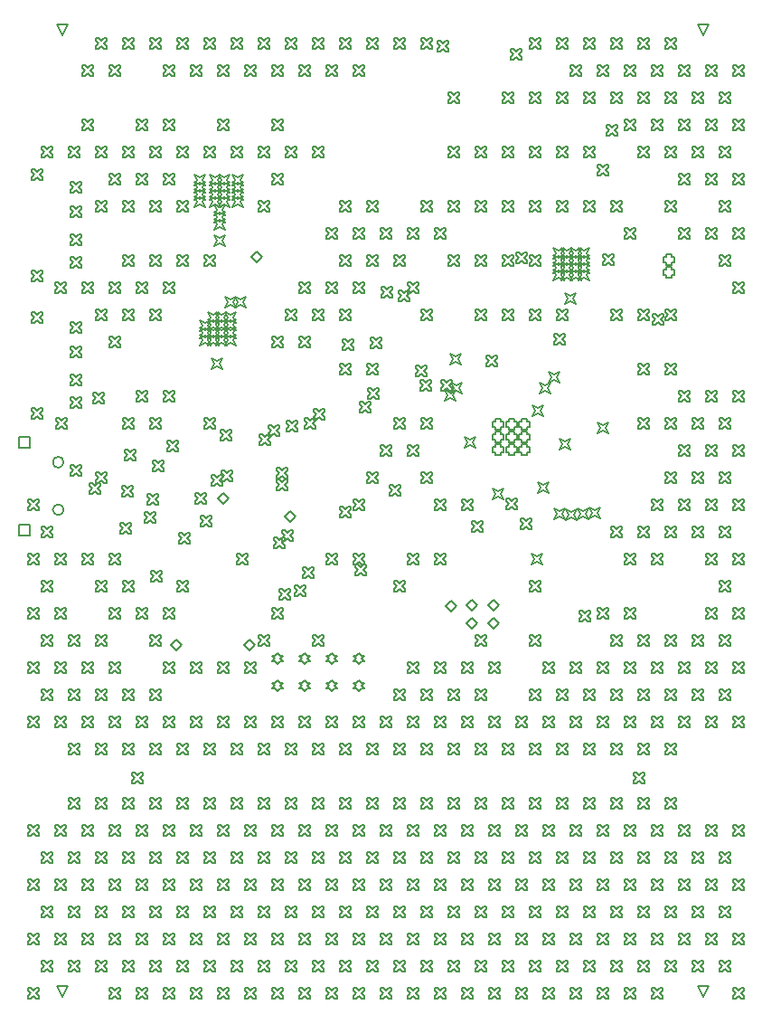
<source format=gbr>
%TF.GenerationSoftware,Altium Limited,Altium Designer,20.2.4 (192)*%
G04 Layer_Color=2752767*
%FSLAX25Y25*%
%MOIN*%
%TF.SameCoordinates,DD73C85C-3220-4851-94E8-9B28512026BA*%
%TF.FilePolarity,Positive*%
%TF.FileFunction,Drawing*%
%TF.Part,Single*%
G01*
G75*
%TA.AperFunction,NonConductor*%
%ADD125C,0.00500*%
%ADD145C,0.00667*%
D125*
X3474Y187883D02*
Y191883D01*
X7474D01*
Y187883D01*
X3474D01*
Y220087D02*
Y224087D01*
X7474D01*
Y220087D01*
X3474D01*
X255906Y17685D02*
X253906Y21685D01*
X257906D01*
X255906Y17685D01*
X19685D02*
X17685Y21685D01*
X21685D01*
X19685Y17685D01*
X255906Y372016D02*
X253906Y376016D01*
X257906D01*
X255906Y372016D01*
X19685D02*
X17685Y376016D01*
X21685D01*
X19685Y372016D01*
X98779Y140358D02*
X99779Y141358D01*
X100779D01*
X99779Y142358D01*
X100779Y143358D01*
X99779D01*
X98779Y144358D01*
X97780Y143358D01*
X96780D01*
X97780Y142358D01*
X96780Y141358D01*
X97780D01*
X98779Y140358D01*
Y130358D02*
X99779Y131358D01*
X100779D01*
X99779Y132358D01*
X100779Y133358D01*
X99779D01*
X98779Y134358D01*
X97780Y133358D01*
X96780D01*
X97780Y132358D01*
X96780Y131358D01*
X97780D01*
X98779Y130358D01*
X108780Y140358D02*
X109780Y141358D01*
X110780D01*
X109780Y142358D01*
X110780Y143358D01*
X109780D01*
X108780Y144358D01*
X107780Y143358D01*
X106780D01*
X107780Y142358D01*
X106780Y141358D01*
X107780D01*
X108780Y140358D01*
Y130358D02*
X109780Y131358D01*
X110780D01*
X109780Y132358D01*
X110780Y133358D01*
X109780D01*
X108780Y134358D01*
X107780Y133358D01*
X106780D01*
X107780Y132358D01*
X106780Y131358D01*
X107780D01*
X108780Y130358D01*
X118780Y140358D02*
X119780Y141358D01*
X120780D01*
X119780Y142358D01*
X120780Y143358D01*
X119780D01*
X118780Y144358D01*
X117780Y143358D01*
X116779D01*
X117780Y142358D01*
X116779Y141358D01*
X117780D01*
X118780Y140358D01*
Y130358D02*
X119780Y131358D01*
X120780D01*
X119780Y132358D01*
X120780Y133358D01*
X119780D01*
X118780Y134358D01*
X117780Y133358D01*
X116779D01*
X117780Y132358D01*
X116779Y131358D01*
X117780D01*
X118780Y130358D01*
X128779Y140358D02*
X129780Y141358D01*
X130780D01*
X129780Y142358D01*
X130780Y143358D01*
X129780D01*
X128779Y144358D01*
X127779Y143358D01*
X126779D01*
X127779Y142358D01*
X126779Y141358D01*
X127779D01*
X128779Y140358D01*
Y130358D02*
X129780Y131358D01*
X130780D01*
X129780Y132358D01*
X130780Y133358D01*
X129780D01*
X128779Y134358D01*
X127779Y133358D01*
X126779D01*
X127779Y132358D01*
X126779Y131358D01*
X127779D01*
X128779Y130358D01*
X204835Y273208D02*
X205835Y275208D01*
X204835Y277208D01*
X206835Y276208D01*
X208835Y277208D01*
X207835Y275208D01*
X208835Y273208D01*
X206835Y274208D01*
X204835Y273208D01*
X242110Y288327D02*
Y287327D01*
X244110D01*
Y288327D01*
X245110D01*
Y290326D01*
X244110D01*
Y291326D01*
X242110D01*
Y290326D01*
X241110D01*
Y288327D01*
X242110D01*
Y283602D02*
Y282602D01*
X244110D01*
Y283602D01*
X245110D01*
Y285602D01*
X244110D01*
Y286602D01*
X242110D01*
Y285602D01*
X241110D01*
Y283602D01*
X242110D01*
X179315Y227697D02*
Y226697D01*
X181315D01*
Y227697D01*
X182315D01*
Y229697D01*
X181315D01*
Y230697D01*
X179315D01*
Y229697D01*
X178315D01*
Y227697D01*
X179315D01*
X184039D02*
Y226697D01*
X186039D01*
Y227697D01*
X187039D01*
Y229697D01*
X186039D01*
Y230697D01*
X184039D01*
Y229697D01*
X183039D01*
Y227697D01*
X184039D01*
X188764D02*
Y226697D01*
X190764D01*
Y227697D01*
X191764D01*
Y229697D01*
X190764D01*
Y230697D01*
X188764D01*
Y229697D01*
X187764D01*
Y227697D01*
X188764D01*
X179315Y222972D02*
Y221972D01*
X181315D01*
Y222972D01*
X182315D01*
Y224972D01*
X181315D01*
Y225972D01*
X179315D01*
Y224972D01*
X178315D01*
Y222972D01*
X179315D01*
X184039D02*
Y221972D01*
X186039D01*
Y222972D01*
X187039D01*
Y224972D01*
X186039D01*
Y225972D01*
X184039D01*
Y224972D01*
X183039D01*
Y222972D01*
X184039D01*
X188764D02*
Y221972D01*
X190764D01*
Y222972D01*
X191764D01*
Y224972D01*
X190764D01*
Y225972D01*
X188764D01*
Y224972D01*
X187764D01*
Y222972D01*
X188764D01*
X179315Y218248D02*
Y217248D01*
X181315D01*
Y218248D01*
X182315D01*
Y220248D01*
X181315D01*
Y221248D01*
X179315D01*
Y220248D01*
X178315D01*
Y218248D01*
X179315D01*
X184039D02*
Y217248D01*
X186039D01*
Y218248D01*
X187039D01*
Y220248D01*
X186039D01*
Y221248D01*
X184039D01*
Y220248D01*
X183039D01*
Y218248D01*
X184039D01*
X188764D02*
Y217248D01*
X190764D01*
Y218248D01*
X191764D01*
Y220248D01*
X190764D01*
Y221248D01*
X188764D01*
Y220248D01*
X187764D01*
Y218248D01*
X188764D01*
X17089Y226948D02*
X18089D01*
X19089Y227948D01*
X20089Y226948D01*
X21089D01*
Y227948D01*
X20089Y228948D01*
X21089Y229948D01*
Y230948D01*
X20089D01*
X19089Y229948D01*
X18089Y230948D01*
X17089D01*
Y229948D01*
X18089Y228948D01*
X17089Y227948D01*
Y226948D01*
X22410Y243215D02*
X23410D01*
X24409Y244215D01*
X25409Y243215D01*
X26409D01*
Y244215D01*
X25409Y245215D01*
X26409Y246215D01*
Y247215D01*
X25409D01*
X24409Y246215D01*
X23410Y247215D01*
X22410D01*
Y246215D01*
X23410Y245215D01*
X22410Y244215D01*
Y243215D01*
Y253451D02*
X23410D01*
X24409Y254451D01*
X25409Y253451D01*
X26409D01*
Y254451D01*
X25409Y255451D01*
X26409Y256451D01*
Y257451D01*
X25409D01*
X24409Y256451D01*
X23410Y257451D01*
X22410D01*
Y256451D01*
X23410Y255451D01*
X22410Y254451D01*
Y253451D01*
Y234706D02*
X23410D01*
X24409Y235706D01*
X25409Y234706D01*
X26409D01*
Y235706D01*
X25409Y236706D01*
X26409Y237706D01*
Y238706D01*
X25409D01*
X24409Y237706D01*
X23410Y238706D01*
X22410D01*
Y237706D01*
X23410Y236706D01*
X22410Y235706D01*
Y234706D01*
X8214Y230710D02*
X9214D01*
X10214Y231710D01*
X11214Y230710D01*
X12214D01*
Y231710D01*
X11214Y232710D01*
X12214Y233710D01*
Y234710D01*
X11214D01*
X10214Y233710D01*
X9214Y234710D01*
X8214D01*
Y233710D01*
X9214Y232710D01*
X8214Y231710D01*
Y230710D01*
X22410Y262506D02*
X23410D01*
X24409Y263506D01*
X25409Y262506D01*
X26409D01*
Y263506D01*
X25409Y264506D01*
X26409Y265506D01*
Y266506D01*
X25409D01*
X24409Y265506D01*
X23410Y266506D01*
X22410D01*
Y265506D01*
X23410Y264506D01*
X22410Y263506D01*
Y262506D01*
X8214Y266048D02*
X9214D01*
X10214Y267048D01*
X11214Y266048D01*
X12214D01*
Y267048D01*
X11214Y268048D01*
X12214Y269048D01*
Y270048D01*
X11214D01*
X10214Y269048D01*
X9214Y270048D01*
X8214D01*
Y269048D01*
X9214Y268048D01*
X8214Y267048D01*
Y266048D01*
X8258Y318866D02*
X9258D01*
X10258Y319866D01*
X11258Y318866D01*
X12258D01*
Y319866D01*
X11258Y320866D01*
X12258Y321866D01*
Y322866D01*
X11258D01*
X10258Y321866D01*
X9258Y322866D01*
X8258D01*
Y321866D01*
X9258Y320866D01*
X8258Y319866D01*
Y318866D01*
X22410Y314142D02*
X23410D01*
X24409Y315142D01*
X25409Y314142D01*
X26409D01*
Y315142D01*
X25409Y316142D01*
X26409Y317142D01*
Y318142D01*
X25409D01*
X24409Y317142D01*
X23410Y318142D01*
X22410D01*
Y317142D01*
X23410Y316142D01*
X22410Y315142D01*
Y314142D01*
X8258Y281465D02*
X9258D01*
X10258Y282465D01*
X11258Y281465D01*
X12258D01*
Y282465D01*
X11258Y283465D01*
X12258Y284465D01*
Y285465D01*
X11258D01*
X10258Y284465D01*
X9258Y285465D01*
X8258D01*
Y284465D01*
X9258Y283465D01*
X8258Y282465D01*
Y281465D01*
X22410Y286342D02*
X23410D01*
X24409Y287342D01*
X25409Y286342D01*
X26409D01*
Y287342D01*
X25409Y288342D01*
X26409Y289342D01*
Y290342D01*
X25409D01*
X24409Y289342D01*
X23410Y290342D01*
X22410D01*
Y289342D01*
X23410Y288342D01*
X22410Y287342D01*
Y286342D01*
Y305087D02*
X23410D01*
X24409Y306087D01*
X25409Y305087D01*
X26409D01*
Y306087D01*
X25409Y307087D01*
X26409Y308087D01*
Y309087D01*
X25409D01*
X24409Y308087D01*
X23410Y309087D01*
X22410D01*
Y308087D01*
X23410Y307087D01*
X22410Y306087D01*
Y305087D01*
Y294850D02*
X23410D01*
X24409Y295850D01*
X25409Y294850D01*
X26409D01*
Y295850D01*
X25409Y296850D01*
X26409Y297850D01*
Y298850D01*
X25409D01*
X24409Y297850D01*
X23410Y298850D01*
X22410D01*
Y297850D01*
X23410Y296850D01*
X22410Y295850D01*
Y294850D01*
X266779Y356972D02*
X267779D01*
X268779Y357972D01*
X269779Y356972D01*
X270779D01*
Y357972D01*
X269779Y358972D01*
X270779Y359972D01*
Y360972D01*
X269779D01*
X268779Y359972D01*
X267779Y360972D01*
X266779D01*
Y359972D01*
X267779Y358972D01*
X266779Y357972D01*
Y356972D01*
Y336972D02*
X267779D01*
X268779Y337972D01*
X269779Y336972D01*
X270779D01*
Y337972D01*
X269779Y338972D01*
X270779Y339972D01*
Y340972D01*
X269779D01*
X268779Y339972D01*
X267779Y340972D01*
X266779D01*
Y339972D01*
X267779Y338972D01*
X266779Y337972D01*
Y336972D01*
Y316972D02*
X267779D01*
X268779Y317972D01*
X269779Y316972D01*
X270779D01*
Y317972D01*
X269779Y318972D01*
X270779Y319972D01*
Y320972D01*
X269779D01*
X268779Y319972D01*
X267779Y320972D01*
X266779D01*
Y319972D01*
X267779Y318972D01*
X266779Y317972D01*
Y316972D01*
Y296972D02*
X267779D01*
X268779Y297972D01*
X269779Y296972D01*
X270779D01*
Y297972D01*
X269779Y298972D01*
X270779Y299972D01*
Y300972D01*
X269779D01*
X268779Y299972D01*
X267779Y300972D01*
X266779D01*
Y299972D01*
X267779Y298972D01*
X266779Y297972D01*
Y296972D01*
Y276972D02*
X267779D01*
X268779Y277972D01*
X269779Y276972D01*
X270779D01*
Y277972D01*
X269779Y278972D01*
X270779Y279972D01*
Y280972D01*
X269779D01*
X268779Y279972D01*
X267779Y280972D01*
X266779D01*
Y279972D01*
X267779Y278972D01*
X266779Y277972D01*
Y276972D01*
Y236972D02*
X267779D01*
X268779Y237972D01*
X269779Y236972D01*
X270779D01*
Y237972D01*
X269779Y238972D01*
X270779Y239972D01*
Y240972D01*
X269779D01*
X268779Y239972D01*
X267779Y240972D01*
X266779D01*
Y239972D01*
X267779Y238972D01*
X266779Y237972D01*
Y236972D01*
Y216972D02*
X267779D01*
X268779Y217972D01*
X269779Y216972D01*
X270779D01*
Y217972D01*
X269779Y218972D01*
X270779Y219972D01*
Y220972D01*
X269779D01*
X268779Y219972D01*
X267779Y220972D01*
X266779D01*
Y219972D01*
X267779Y218972D01*
X266779Y217972D01*
Y216972D01*
Y196972D02*
X267779D01*
X268779Y197972D01*
X269779Y196972D01*
X270779D01*
Y197972D01*
X269779Y198972D01*
X270779Y199972D01*
Y200972D01*
X269779D01*
X268779Y199972D01*
X267779Y200972D01*
X266779D01*
Y199972D01*
X267779Y198972D01*
X266779Y197972D01*
Y196972D01*
Y176972D02*
X267779D01*
X268779Y177972D01*
X269779Y176972D01*
X270779D01*
Y177972D01*
X269779Y178972D01*
X270779Y179972D01*
Y180972D01*
X269779D01*
X268779Y179972D01*
X267779Y180972D01*
X266779D01*
Y179972D01*
X267779Y178972D01*
X266779Y177972D01*
Y176972D01*
Y156972D02*
X267779D01*
X268779Y157972D01*
X269779Y156972D01*
X270779D01*
Y157972D01*
X269779Y158972D01*
X270779Y159972D01*
Y160972D01*
X269779D01*
X268779Y159972D01*
X267779Y160972D01*
X266779D01*
Y159972D01*
X267779Y158972D01*
X266779Y157972D01*
Y156972D01*
Y136972D02*
X267779D01*
X268779Y137972D01*
X269779Y136972D01*
X270779D01*
Y137972D01*
X269779Y138972D01*
X270779Y139972D01*
Y140972D01*
X269779D01*
X268779Y139972D01*
X267779Y140972D01*
X266779D01*
Y139972D01*
X267779Y138972D01*
X266779Y137972D01*
Y136972D01*
Y116972D02*
X267779D01*
X268779Y117972D01*
X269779Y116972D01*
X270779D01*
Y117972D01*
X269779Y118972D01*
X270779Y119972D01*
Y120972D01*
X269779D01*
X268779Y119972D01*
X267779Y120972D01*
X266779D01*
Y119972D01*
X267779Y118972D01*
X266779Y117972D01*
Y116972D01*
Y76972D02*
X267779D01*
X268779Y77972D01*
X269779Y76972D01*
X270779D01*
Y77972D01*
X269779Y78972D01*
X270779Y79972D01*
Y80972D01*
X269779D01*
X268779Y79972D01*
X267779Y80972D01*
X266779D01*
Y79972D01*
X267779Y78972D01*
X266779Y77972D01*
Y76972D01*
Y56972D02*
X267779D01*
X268779Y57972D01*
X269779Y56972D01*
X270779D01*
Y57972D01*
X269779Y58972D01*
X270779Y59972D01*
Y60972D01*
X269779D01*
X268779Y59972D01*
X267779Y60972D01*
X266779D01*
Y59972D01*
X267779Y58972D01*
X266779Y57972D01*
Y56972D01*
Y36972D02*
X267779D01*
X268779Y37972D01*
X269779Y36972D01*
X270779D01*
Y37972D01*
X269779Y38972D01*
X270779Y39972D01*
Y40972D01*
X269779D01*
X268779Y39972D01*
X267779Y40972D01*
X266779D01*
Y39972D01*
X267779Y38972D01*
X266779Y37972D01*
Y36972D01*
Y16972D02*
X267779D01*
X268779Y17972D01*
X269779Y16972D01*
X270779D01*
Y17972D01*
X269779Y18972D01*
X270779Y19972D01*
Y20972D01*
X269779D01*
X268779Y19972D01*
X267779Y20972D01*
X266779D01*
Y19972D01*
X267779Y18972D01*
X266779Y17972D01*
Y16972D01*
X256780Y356972D02*
X257780D01*
X258780Y357972D01*
X259780Y356972D01*
X260780D01*
Y357972D01*
X259780Y358972D01*
X260780Y359972D01*
Y360972D01*
X259780D01*
X258780Y359972D01*
X257780Y360972D01*
X256780D01*
Y359972D01*
X257780Y358972D01*
X256780Y357972D01*
Y356972D01*
X261779Y346972D02*
X262779D01*
X263779Y347972D01*
X264779Y346972D01*
X265779D01*
Y347972D01*
X264779Y348972D01*
X265779Y349972D01*
Y350972D01*
X264779D01*
X263779Y349972D01*
X262779Y350972D01*
X261779D01*
Y349972D01*
X262779Y348972D01*
X261779Y347972D01*
Y346972D01*
X256780Y336972D02*
X257780D01*
X258780Y337972D01*
X259780Y336972D01*
X260780D01*
Y337972D01*
X259780Y338972D01*
X260780Y339972D01*
Y340972D01*
X259780D01*
X258780Y339972D01*
X257780Y340972D01*
X256780D01*
Y339972D01*
X257780Y338972D01*
X256780Y337972D01*
Y336972D01*
X261779Y326972D02*
X262779D01*
X263779Y327972D01*
X264779Y326972D01*
X265779D01*
Y327972D01*
X264779Y328972D01*
X265779Y329972D01*
Y330972D01*
X264779D01*
X263779Y329972D01*
X262779Y330972D01*
X261779D01*
Y329972D01*
X262779Y328972D01*
X261779Y327972D01*
Y326972D01*
X256780Y316972D02*
X257780D01*
X258780Y317972D01*
X259780Y316972D01*
X260780D01*
Y317972D01*
X259780Y318972D01*
X260780Y319972D01*
Y320972D01*
X259780D01*
X258780Y319972D01*
X257780Y320972D01*
X256780D01*
Y319972D01*
X257780Y318972D01*
X256780Y317972D01*
Y316972D01*
X261779Y306972D02*
X262779D01*
X263779Y307972D01*
X264779Y306972D01*
X265779D01*
Y307972D01*
X264779Y308972D01*
X265779Y309972D01*
Y310972D01*
X264779D01*
X263779Y309972D01*
X262779Y310972D01*
X261779D01*
Y309972D01*
X262779Y308972D01*
X261779Y307972D01*
Y306972D01*
X256780Y296972D02*
X257780D01*
X258780Y297972D01*
X259780Y296972D01*
X260780D01*
Y297972D01*
X259780Y298972D01*
X260780Y299972D01*
Y300972D01*
X259780D01*
X258780Y299972D01*
X257780Y300972D01*
X256780D01*
Y299972D01*
X257780Y298972D01*
X256780Y297972D01*
Y296972D01*
X261779Y286972D02*
X262779D01*
X263779Y287972D01*
X264779Y286972D01*
X265779D01*
Y287972D01*
X264779Y288972D01*
X265779Y289972D01*
Y290972D01*
X264779D01*
X263779Y289972D01*
X262779Y290972D01*
X261779D01*
Y289972D01*
X262779Y288972D01*
X261779Y287972D01*
Y286972D01*
X256780Y236972D02*
X257780D01*
X258780Y237972D01*
X259780Y236972D01*
X260780D01*
Y237972D01*
X259780Y238972D01*
X260780Y239972D01*
Y240972D01*
X259780D01*
X258780Y239972D01*
X257780Y240972D01*
X256780D01*
Y239972D01*
X257780Y238972D01*
X256780Y237972D01*
Y236972D01*
X261779Y226972D02*
X262779D01*
X263779Y227972D01*
X264779Y226972D01*
X265779D01*
Y227972D01*
X264779Y228972D01*
X265779Y229972D01*
Y230972D01*
X264779D01*
X263779Y229972D01*
X262779Y230972D01*
X261779D01*
Y229972D01*
X262779Y228972D01*
X261779Y227972D01*
Y226972D01*
X256780Y216972D02*
X257780D01*
X258780Y217972D01*
X259780Y216972D01*
X260780D01*
Y217972D01*
X259780Y218972D01*
X260780Y219972D01*
Y220972D01*
X259780D01*
X258780Y219972D01*
X257780Y220972D01*
X256780D01*
Y219972D01*
X257780Y218972D01*
X256780Y217972D01*
Y216972D01*
X261779Y206972D02*
X262779D01*
X263779Y207972D01*
X264779Y206972D01*
X265779D01*
Y207972D01*
X264779Y208972D01*
X265779Y209972D01*
Y210972D01*
X264779D01*
X263779Y209972D01*
X262779Y210972D01*
X261779D01*
Y209972D01*
X262779Y208972D01*
X261779Y207972D01*
Y206972D01*
X256780Y196972D02*
X257780D01*
X258780Y197972D01*
X259780Y196972D01*
X260780D01*
Y197972D01*
X259780Y198972D01*
X260780Y199972D01*
Y200972D01*
X259780D01*
X258780Y199972D01*
X257780Y200972D01*
X256780D01*
Y199972D01*
X257780Y198972D01*
X256780Y197972D01*
Y196972D01*
X261779Y186972D02*
X262779D01*
X263779Y187972D01*
X264779Y186972D01*
X265779D01*
Y187972D01*
X264779Y188972D01*
X265779Y189972D01*
Y190972D01*
X264779D01*
X263779Y189972D01*
X262779Y190972D01*
X261779D01*
Y189972D01*
X262779Y188972D01*
X261779Y187972D01*
Y186972D01*
X256780Y176972D02*
X257780D01*
X258780Y177972D01*
X259780Y176972D01*
X260780D01*
Y177972D01*
X259780Y178972D01*
X260780Y179972D01*
Y180972D01*
X259780D01*
X258780Y179972D01*
X257780Y180972D01*
X256780D01*
Y179972D01*
X257780Y178972D01*
X256780Y177972D01*
Y176972D01*
X261779Y166972D02*
X262779D01*
X263779Y167972D01*
X264779Y166972D01*
X265779D01*
Y167972D01*
X264779Y168972D01*
X265779Y169972D01*
Y170972D01*
X264779D01*
X263779Y169972D01*
X262779Y170972D01*
X261779D01*
Y169972D01*
X262779Y168972D01*
X261779Y167972D01*
Y166972D01*
X256780Y156972D02*
X257780D01*
X258780Y157972D01*
X259780Y156972D01*
X260780D01*
Y157972D01*
X259780Y158972D01*
X260780Y159972D01*
Y160972D01*
X259780D01*
X258780Y159972D01*
X257780Y160972D01*
X256780D01*
Y159972D01*
X257780Y158972D01*
X256780Y157972D01*
Y156972D01*
X261779Y146972D02*
X262779D01*
X263779Y147972D01*
X264779Y146972D01*
X265779D01*
Y147972D01*
X264779Y148972D01*
X265779Y149972D01*
Y150972D01*
X264779D01*
X263779Y149972D01*
X262779Y150972D01*
X261779D01*
Y149972D01*
X262779Y148972D01*
X261779Y147972D01*
Y146972D01*
X256780Y136972D02*
X257780D01*
X258780Y137972D01*
X259780Y136972D01*
X260780D01*
Y137972D01*
X259780Y138972D01*
X260780Y139972D01*
Y140972D01*
X259780D01*
X258780Y139972D01*
X257780Y140972D01*
X256780D01*
Y139972D01*
X257780Y138972D01*
X256780Y137972D01*
Y136972D01*
X261779Y126972D02*
X262779D01*
X263779Y127972D01*
X264779Y126972D01*
X265779D01*
Y127972D01*
X264779Y128972D01*
X265779Y129972D01*
Y130972D01*
X264779D01*
X263779Y129972D01*
X262779Y130972D01*
X261779D01*
Y129972D01*
X262779Y128972D01*
X261779Y127972D01*
Y126972D01*
X256780Y116972D02*
X257780D01*
X258780Y117972D01*
X259780Y116972D01*
X260780D01*
Y117972D01*
X259780Y118972D01*
X260780Y119972D01*
Y120972D01*
X259780D01*
X258780Y119972D01*
X257780Y120972D01*
X256780D01*
Y119972D01*
X257780Y118972D01*
X256780Y117972D01*
Y116972D01*
Y76972D02*
X257780D01*
X258780Y77972D01*
X259780Y76972D01*
X260780D01*
Y77972D01*
X259780Y78972D01*
X260780Y79972D01*
Y80972D01*
X259780D01*
X258780Y79972D01*
X257780Y80972D01*
X256780D01*
Y79972D01*
X257780Y78972D01*
X256780Y77972D01*
Y76972D01*
X261779Y66972D02*
X262779D01*
X263779Y67972D01*
X264779Y66972D01*
X265779D01*
Y67972D01*
X264779Y68972D01*
X265779Y69972D01*
Y70972D01*
X264779D01*
X263779Y69972D01*
X262779Y70972D01*
X261779D01*
Y69972D01*
X262779Y68972D01*
X261779Y67972D01*
Y66972D01*
X256780Y56972D02*
X257780D01*
X258780Y57972D01*
X259780Y56972D01*
X260780D01*
Y57972D01*
X259780Y58972D01*
X260780Y59972D01*
Y60972D01*
X259780D01*
X258780Y59972D01*
X257780Y60972D01*
X256780D01*
Y59972D01*
X257780Y58972D01*
X256780Y57972D01*
Y56972D01*
X261779Y46972D02*
X262779D01*
X263779Y47972D01*
X264779Y46972D01*
X265779D01*
Y47972D01*
X264779Y48972D01*
X265779Y49972D01*
Y50972D01*
X264779D01*
X263779Y49972D01*
X262779Y50972D01*
X261779D01*
Y49972D01*
X262779Y48972D01*
X261779Y47972D01*
Y46972D01*
X256780Y36972D02*
X257780D01*
X258780Y37972D01*
X259780Y36972D01*
X260780D01*
Y37972D01*
X259780Y38972D01*
X260780Y39972D01*
Y40972D01*
X259780D01*
X258780Y39972D01*
X257780Y40972D01*
X256780D01*
Y39972D01*
X257780Y38972D01*
X256780Y37972D01*
Y36972D01*
X261779Y26972D02*
X262779D01*
X263779Y27972D01*
X264779Y26972D01*
X265779D01*
Y27972D01*
X264779Y28972D01*
X265779Y29972D01*
Y30972D01*
X264779D01*
X263779Y29972D01*
X262779Y30972D01*
X261779D01*
Y29972D01*
X262779Y28972D01*
X261779Y27972D01*
Y26972D01*
X246779Y356972D02*
X247779D01*
X248780Y357972D01*
X249780Y356972D01*
X250780D01*
Y357972D01*
X249780Y358972D01*
X250780Y359972D01*
Y360972D01*
X249780D01*
X248780Y359972D01*
X247779Y360972D01*
X246779D01*
Y359972D01*
X247779Y358972D01*
X246779Y357972D01*
Y356972D01*
X251780Y346972D02*
X252780D01*
X253780Y347972D01*
X254780Y346972D01*
X255780D01*
Y347972D01*
X254780Y348972D01*
X255780Y349972D01*
Y350972D01*
X254780D01*
X253780Y349972D01*
X252780Y350972D01*
X251780D01*
Y349972D01*
X252780Y348972D01*
X251780Y347972D01*
Y346972D01*
X246779Y336972D02*
X247779D01*
X248780Y337972D01*
X249780Y336972D01*
X250780D01*
Y337972D01*
X249780Y338972D01*
X250780Y339972D01*
Y340972D01*
X249780D01*
X248780Y339972D01*
X247779Y340972D01*
X246779D01*
Y339972D01*
X247779Y338972D01*
X246779Y337972D01*
Y336972D01*
X251780Y326972D02*
X252780D01*
X253780Y327972D01*
X254780Y326972D01*
X255780D01*
Y327972D01*
X254780Y328972D01*
X255780Y329972D01*
Y330972D01*
X254780D01*
X253780Y329972D01*
X252780Y330972D01*
X251780D01*
Y329972D01*
X252780Y328972D01*
X251780Y327972D01*
Y326972D01*
X246779Y316972D02*
X247779D01*
X248780Y317972D01*
X249780Y316972D01*
X250780D01*
Y317972D01*
X249780Y318972D01*
X250780Y319972D01*
Y320972D01*
X249780D01*
X248780Y319972D01*
X247779Y320972D01*
X246779D01*
Y319972D01*
X247779Y318972D01*
X246779Y317972D01*
Y316972D01*
Y296972D02*
X247779D01*
X248780Y297972D01*
X249780Y296972D01*
X250780D01*
Y297972D01*
X249780Y298972D01*
X250780Y299972D01*
Y300972D01*
X249780D01*
X248780Y299972D01*
X247779Y300972D01*
X246779D01*
Y299972D01*
X247779Y298972D01*
X246779Y297972D01*
Y296972D01*
Y236972D02*
X247779D01*
X248780Y237972D01*
X249780Y236972D01*
X250780D01*
Y237972D01*
X249780Y238972D01*
X250780Y239972D01*
Y240972D01*
X249780D01*
X248780Y239972D01*
X247779Y240972D01*
X246779D01*
Y239972D01*
X247779Y238972D01*
X246779Y237972D01*
Y236972D01*
X251780Y226972D02*
X252780D01*
X253780Y227972D01*
X254780Y226972D01*
X255780D01*
Y227972D01*
X254780Y228972D01*
X255780Y229972D01*
Y230972D01*
X254780D01*
X253780Y229972D01*
X252780Y230972D01*
X251780D01*
Y229972D01*
X252780Y228972D01*
X251780Y227972D01*
Y226972D01*
X246779Y216972D02*
X247779D01*
X248780Y217972D01*
X249780Y216972D01*
X250780D01*
Y217972D01*
X249780Y218972D01*
X250780Y219972D01*
Y220972D01*
X249780D01*
X248780Y219972D01*
X247779Y220972D01*
X246779D01*
Y219972D01*
X247779Y218972D01*
X246779Y217972D01*
Y216972D01*
X251780Y206972D02*
X252780D01*
X253780Y207972D01*
X254780Y206972D01*
X255780D01*
Y207972D01*
X254780Y208972D01*
X255780Y209972D01*
Y210972D01*
X254780D01*
X253780Y209972D01*
X252780Y210972D01*
X251780D01*
Y209972D01*
X252780Y208972D01*
X251780Y207972D01*
Y206972D01*
X246779Y196972D02*
X247779D01*
X248780Y197972D01*
X249780Y196972D01*
X250780D01*
Y197972D01*
X249780Y198972D01*
X250780Y199972D01*
Y200972D01*
X249780D01*
X248780Y199972D01*
X247779Y200972D01*
X246779D01*
Y199972D01*
X247779Y198972D01*
X246779Y197972D01*
Y196972D01*
X251780Y186972D02*
X252780D01*
X253780Y187972D01*
X254780Y186972D01*
X255780D01*
Y187972D01*
X254780Y188972D01*
X255780Y189972D01*
Y190972D01*
X254780D01*
X253780Y189972D01*
X252780Y190972D01*
X251780D01*
Y189972D01*
X252780Y188972D01*
X251780Y187972D01*
Y186972D01*
Y146972D02*
X252780D01*
X253780Y147972D01*
X254780Y146972D01*
X255780D01*
Y147972D01*
X254780Y148972D01*
X255780Y149972D01*
Y150972D01*
X254780D01*
X253780Y149972D01*
X252780Y150972D01*
X251780D01*
Y149972D01*
X252780Y148972D01*
X251780Y147972D01*
Y146972D01*
X246779Y136972D02*
X247779D01*
X248780Y137972D01*
X249780Y136972D01*
X250780D01*
Y137972D01*
X249780Y138972D01*
X250780Y139972D01*
Y140972D01*
X249780D01*
X248780Y139972D01*
X247779Y140972D01*
X246779D01*
Y139972D01*
X247779Y138972D01*
X246779Y137972D01*
Y136972D01*
X251780Y126972D02*
X252780D01*
X253780Y127972D01*
X254780Y126972D01*
X255780D01*
Y127972D01*
X254780Y128972D01*
X255780Y129972D01*
Y130972D01*
X254780D01*
X253780Y129972D01*
X252780Y130972D01*
X251780D01*
Y129972D01*
X252780Y128972D01*
X251780Y127972D01*
Y126972D01*
X246779Y116972D02*
X247779D01*
X248780Y117972D01*
X249780Y116972D01*
X250780D01*
Y117972D01*
X249780Y118972D01*
X250780Y119972D01*
Y120972D01*
X249780D01*
X248780Y119972D01*
X247779Y120972D01*
X246779D01*
Y119972D01*
X247779Y118972D01*
X246779Y117972D01*
Y116972D01*
Y76972D02*
X247779D01*
X248780Y77972D01*
X249780Y76972D01*
X250780D01*
Y77972D01*
X249780Y78972D01*
X250780Y79972D01*
Y80972D01*
X249780D01*
X248780Y79972D01*
X247779Y80972D01*
X246779D01*
Y79972D01*
X247779Y78972D01*
X246779Y77972D01*
Y76972D01*
X251780Y66972D02*
X252780D01*
X253780Y67972D01*
X254780Y66972D01*
X255780D01*
Y67972D01*
X254780Y68972D01*
X255780Y69972D01*
Y70972D01*
X254780D01*
X253780Y69972D01*
X252780Y70972D01*
X251780D01*
Y69972D01*
X252780Y68972D01*
X251780Y67972D01*
Y66972D01*
X246779Y56972D02*
X247779D01*
X248780Y57972D01*
X249780Y56972D01*
X250780D01*
Y57972D01*
X249780Y58972D01*
X250780Y59972D01*
Y60972D01*
X249780D01*
X248780Y59972D01*
X247779Y60972D01*
X246779D01*
Y59972D01*
X247779Y58972D01*
X246779Y57972D01*
Y56972D01*
X251780Y46972D02*
X252780D01*
X253780Y47972D01*
X254780Y46972D01*
X255780D01*
Y47972D01*
X254780Y48972D01*
X255780Y49972D01*
Y50972D01*
X254780D01*
X253780Y49972D01*
X252780Y50972D01*
X251780D01*
Y49972D01*
X252780Y48972D01*
X251780Y47972D01*
Y46972D01*
X246779Y36972D02*
X247779D01*
X248780Y37972D01*
X249780Y36972D01*
X250780D01*
Y37972D01*
X249780Y38972D01*
X250780Y39972D01*
Y40972D01*
X249780D01*
X248780Y39972D01*
X247779Y40972D01*
X246779D01*
Y39972D01*
X247779Y38972D01*
X246779Y37972D01*
Y36972D01*
X251780Y26972D02*
X252780D01*
X253780Y27972D01*
X254780Y26972D01*
X255780D01*
Y27972D01*
X254780Y28972D01*
X255780Y29972D01*
Y30972D01*
X254780D01*
X253780Y29972D01*
X252780Y30972D01*
X251780D01*
Y29972D01*
X252780Y28972D01*
X251780Y27972D01*
Y26972D01*
X241779Y366972D02*
X242779D01*
X243779Y367972D01*
X244779Y366972D01*
X245779D01*
Y367972D01*
X244779Y368972D01*
X245779Y369972D01*
Y370972D01*
X244779D01*
X243779Y369972D01*
X242779Y370972D01*
X241779D01*
Y369972D01*
X242779Y368972D01*
X241779Y367972D01*
Y366972D01*
X236779Y356972D02*
X237779D01*
X238779Y357972D01*
X239779Y356972D01*
X240779D01*
Y357972D01*
X239779Y358972D01*
X240779Y359972D01*
Y360972D01*
X239779D01*
X238779Y359972D01*
X237779Y360972D01*
X236779D01*
Y359972D01*
X237779Y358972D01*
X236779Y357972D01*
Y356972D01*
X241779Y346972D02*
X242779D01*
X243779Y347972D01*
X244779Y346972D01*
X245779D01*
Y347972D01*
X244779Y348972D01*
X245779Y349972D01*
Y350972D01*
X244779D01*
X243779Y349972D01*
X242779Y350972D01*
X241779D01*
Y349972D01*
X242779Y348972D01*
X241779Y347972D01*
Y346972D01*
X236779Y336972D02*
X237779D01*
X238779Y337972D01*
X239779Y336972D01*
X240779D01*
Y337972D01*
X239779Y338972D01*
X240779Y339972D01*
Y340972D01*
X239779D01*
X238779Y339972D01*
X237779Y340972D01*
X236779D01*
Y339972D01*
X237779Y338972D01*
X236779Y337972D01*
Y336972D01*
X241779Y326972D02*
X242779D01*
X243779Y327972D01*
X244779Y326972D01*
X245779D01*
Y327972D01*
X244779Y328972D01*
X245779Y329972D01*
Y330972D01*
X244779D01*
X243779Y329972D01*
X242779Y330972D01*
X241779D01*
Y329972D01*
X242779Y328972D01*
X241779Y327972D01*
Y326972D01*
Y306972D02*
X242779D01*
X243779Y307972D01*
X244779Y306972D01*
X245779D01*
Y307972D01*
X244779Y308972D01*
X245779Y309972D01*
Y310972D01*
X244779D01*
X243779Y309972D01*
X242779Y310972D01*
X241779D01*
Y309972D01*
X242779Y308972D01*
X241779Y307972D01*
Y306972D01*
Y266972D02*
X242779D01*
X243779Y267972D01*
X244779Y266972D01*
X245779D01*
Y267972D01*
X244779Y268972D01*
X245779Y269972D01*
Y270972D01*
X244779D01*
X243779Y269972D01*
X242779Y270972D01*
X241779D01*
Y269972D01*
X242779Y268972D01*
X241779Y267972D01*
Y266972D01*
Y246972D02*
X242779D01*
X243779Y247972D01*
X244779Y246972D01*
X245779D01*
Y247972D01*
X244779Y248972D01*
X245779Y249972D01*
Y250972D01*
X244779D01*
X243779Y249972D01*
X242779Y250972D01*
X241779D01*
Y249972D01*
X242779Y248972D01*
X241779Y247972D01*
Y246972D01*
Y226972D02*
X242779D01*
X243779Y227972D01*
X244779Y226972D01*
X245779D01*
Y227972D01*
X244779Y228972D01*
X245779Y229972D01*
Y230972D01*
X244779D01*
X243779Y229972D01*
X242779Y230972D01*
X241779D01*
Y229972D01*
X242779Y228972D01*
X241779Y227972D01*
Y226972D01*
Y206972D02*
X242779D01*
X243779Y207972D01*
X244779Y206972D01*
X245779D01*
Y207972D01*
X244779Y208972D01*
X245779Y209972D01*
Y210972D01*
X244779D01*
X243779Y209972D01*
X242779Y210972D01*
X241779D01*
Y209972D01*
X242779Y208972D01*
X241779Y207972D01*
Y206972D01*
X236779Y196972D02*
X237779D01*
X238779Y197972D01*
X239779Y196972D01*
X240779D01*
Y197972D01*
X239779Y198972D01*
X240779Y199972D01*
Y200972D01*
X239779D01*
X238779Y199972D01*
X237779Y200972D01*
X236779D01*
Y199972D01*
X237779Y198972D01*
X236779Y197972D01*
Y196972D01*
X241779Y186972D02*
X242779D01*
X243779Y187972D01*
X244779Y186972D01*
X245779D01*
Y187972D01*
X244779Y188972D01*
X245779Y189972D01*
Y190972D01*
X244779D01*
X243779Y189972D01*
X242779Y190972D01*
X241779D01*
Y189972D01*
X242779Y188972D01*
X241779Y187972D01*
Y186972D01*
X236779Y176972D02*
X237779D01*
X238779Y177972D01*
X239779Y176972D01*
X240779D01*
Y177972D01*
X239779Y178972D01*
X240779Y179972D01*
Y180972D01*
X239779D01*
X238779Y179972D01*
X237779Y180972D01*
X236779D01*
Y179972D01*
X237779Y178972D01*
X236779Y177972D01*
Y176972D01*
X241779Y146972D02*
X242779D01*
X243779Y147972D01*
X244779Y146972D01*
X245779D01*
Y147972D01*
X244779Y148972D01*
X245779Y149972D01*
Y150972D01*
X244779D01*
X243779Y149972D01*
X242779Y150972D01*
X241779D01*
Y149972D01*
X242779Y148972D01*
X241779Y147972D01*
Y146972D01*
X236779Y136972D02*
X237779D01*
X238779Y137972D01*
X239779Y136972D01*
X240779D01*
Y137972D01*
X239779Y138972D01*
X240779Y139972D01*
Y140972D01*
X239779D01*
X238779Y139972D01*
X237779Y140972D01*
X236779D01*
Y139972D01*
X237779Y138972D01*
X236779Y137972D01*
Y136972D01*
X241779Y126972D02*
X242779D01*
X243779Y127972D01*
X244779Y126972D01*
X245779D01*
Y127972D01*
X244779Y128972D01*
X245779Y129972D01*
Y130972D01*
X244779D01*
X243779Y129972D01*
X242779Y130972D01*
X241779D01*
Y129972D01*
X242779Y128972D01*
X241779Y127972D01*
Y126972D01*
X236779Y116972D02*
X237779D01*
X238779Y117972D01*
X239779Y116972D01*
X240779D01*
Y117972D01*
X239779Y118972D01*
X240779Y119972D01*
Y120972D01*
X239779D01*
X238779Y119972D01*
X237779Y120972D01*
X236779D01*
Y119972D01*
X237779Y118972D01*
X236779Y117972D01*
Y116972D01*
X241779Y106972D02*
X242779D01*
X243779Y107972D01*
X244779Y106972D01*
X245779D01*
Y107972D01*
X244779Y108972D01*
X245779Y109972D01*
Y110972D01*
X244779D01*
X243779Y109972D01*
X242779Y110972D01*
X241779D01*
Y109972D01*
X242779Y108972D01*
X241779Y107972D01*
Y106972D01*
Y86972D02*
X242779D01*
X243779Y87972D01*
X244779Y86972D01*
X245779D01*
Y87972D01*
X244779Y88972D01*
X245779Y89972D01*
Y90972D01*
X244779D01*
X243779Y89972D01*
X242779Y90972D01*
X241779D01*
Y89972D01*
X242779Y88972D01*
X241779Y87972D01*
Y86972D01*
X236779Y76972D02*
X237779D01*
X238779Y77972D01*
X239779Y76972D01*
X240779D01*
Y77972D01*
X239779Y78972D01*
X240779Y79972D01*
Y80972D01*
X239779D01*
X238779Y79972D01*
X237779Y80972D01*
X236779D01*
Y79972D01*
X237779Y78972D01*
X236779Y77972D01*
Y76972D01*
X241779Y66972D02*
X242779D01*
X243779Y67972D01*
X244779Y66972D01*
X245779D01*
Y67972D01*
X244779Y68972D01*
X245779Y69972D01*
Y70972D01*
X244779D01*
X243779Y69972D01*
X242779Y70972D01*
X241779D01*
Y69972D01*
X242779Y68972D01*
X241779Y67972D01*
Y66972D01*
X236779Y56972D02*
X237779D01*
X238779Y57972D01*
X239779Y56972D01*
X240779D01*
Y57972D01*
X239779Y58972D01*
X240779Y59972D01*
Y60972D01*
X239779D01*
X238779Y59972D01*
X237779Y60972D01*
X236779D01*
Y59972D01*
X237779Y58972D01*
X236779Y57972D01*
Y56972D01*
X241779Y46972D02*
X242779D01*
X243779Y47972D01*
X244779Y46972D01*
X245779D01*
Y47972D01*
X244779Y48972D01*
X245779Y49972D01*
Y50972D01*
X244779D01*
X243779Y49972D01*
X242779Y50972D01*
X241779D01*
Y49972D01*
X242779Y48972D01*
X241779Y47972D01*
Y46972D01*
X236779Y36972D02*
X237779D01*
X238779Y37972D01*
X239779Y36972D01*
X240779D01*
Y37972D01*
X239779Y38972D01*
X240779Y39972D01*
Y40972D01*
X239779D01*
X238779Y39972D01*
X237779Y40972D01*
X236779D01*
Y39972D01*
X237779Y38972D01*
X236779Y37972D01*
Y36972D01*
X241779Y26972D02*
X242779D01*
X243779Y27972D01*
X244779Y26972D01*
X245779D01*
Y27972D01*
X244779Y28972D01*
X245779Y29972D01*
Y30972D01*
X244779D01*
X243779Y29972D01*
X242779Y30972D01*
X241779D01*
Y29972D01*
X242779Y28972D01*
X241779Y27972D01*
Y26972D01*
X236779Y16972D02*
X237779D01*
X238779Y17972D01*
X239779Y16972D01*
X240779D01*
Y17972D01*
X239779Y18972D01*
X240779Y19972D01*
Y20972D01*
X239779D01*
X238779Y19972D01*
X237779Y20972D01*
X236779D01*
Y19972D01*
X237779Y18972D01*
X236779Y17972D01*
Y16972D01*
X231780Y366972D02*
X232780D01*
X233780Y367972D01*
X234780Y366972D01*
X235780D01*
Y367972D01*
X234780Y368972D01*
X235780Y369972D01*
Y370972D01*
X234780D01*
X233780Y369972D01*
X232780Y370972D01*
X231780D01*
Y369972D01*
X232780Y368972D01*
X231780Y367972D01*
Y366972D01*
X226780Y356972D02*
X227780D01*
X228780Y357972D01*
X229780Y356972D01*
X230780D01*
Y357972D01*
X229780Y358972D01*
X230780Y359972D01*
Y360972D01*
X229780D01*
X228780Y359972D01*
X227780Y360972D01*
X226780D01*
Y359972D01*
X227780Y358972D01*
X226780Y357972D01*
Y356972D01*
X231780Y346972D02*
X232780D01*
X233780Y347972D01*
X234780Y346972D01*
X235780D01*
Y347972D01*
X234780Y348972D01*
X235780Y349972D01*
Y350972D01*
X234780D01*
X233780Y349972D01*
X232780Y350972D01*
X231780D01*
Y349972D01*
X232780Y348972D01*
X231780Y347972D01*
Y346972D01*
X226780Y336972D02*
X227780D01*
X228780Y337972D01*
X229780Y336972D01*
X230780D01*
Y337972D01*
X229780Y338972D01*
X230780Y339972D01*
Y340972D01*
X229780D01*
X228780Y339972D01*
X227780Y340972D01*
X226780D01*
Y339972D01*
X227780Y338972D01*
X226780Y337972D01*
Y336972D01*
X231780Y326972D02*
X232780D01*
X233780Y327972D01*
X234780Y326972D01*
X235780D01*
Y327972D01*
X234780Y328972D01*
X235780Y329972D01*
Y330972D01*
X234780D01*
X233780Y329972D01*
X232780Y330972D01*
X231780D01*
Y329972D01*
X232780Y328972D01*
X231780Y327972D01*
Y326972D01*
X226780Y296972D02*
X227780D01*
X228780Y297972D01*
X229780Y296972D01*
X230780D01*
Y297972D01*
X229780Y298972D01*
X230780Y299972D01*
Y300972D01*
X229780D01*
X228780Y299972D01*
X227780Y300972D01*
X226780D01*
Y299972D01*
X227780Y298972D01*
X226780Y297972D01*
Y296972D01*
X231780Y266972D02*
X232780D01*
X233780Y267972D01*
X234780Y266972D01*
X235780D01*
Y267972D01*
X234780Y268972D01*
X235780Y269972D01*
Y270972D01*
X234780D01*
X233780Y269972D01*
X232780Y270972D01*
X231780D01*
Y269972D01*
X232780Y268972D01*
X231780Y267972D01*
Y266972D01*
Y246972D02*
X232780D01*
X233780Y247972D01*
X234780Y246972D01*
X235780D01*
Y247972D01*
X234780Y248972D01*
X235780Y249972D01*
Y250972D01*
X234780D01*
X233780Y249972D01*
X232780Y250972D01*
X231780D01*
Y249972D01*
X232780Y248972D01*
X231780Y247972D01*
Y246972D01*
Y226972D02*
X232780D01*
X233780Y227972D01*
X234780Y226972D01*
X235780D01*
Y227972D01*
X234780Y228972D01*
X235780Y229972D01*
Y230972D01*
X234780D01*
X233780Y229972D01*
X232780Y230972D01*
X231780D01*
Y229972D01*
X232780Y228972D01*
X231780Y227972D01*
Y226972D01*
Y186972D02*
X232780D01*
X233780Y187972D01*
X234780Y186972D01*
X235780D01*
Y187972D01*
X234780Y188972D01*
X235780Y189972D01*
Y190972D01*
X234780D01*
X233780Y189972D01*
X232780Y190972D01*
X231780D01*
Y189972D01*
X232780Y188972D01*
X231780Y187972D01*
Y186972D01*
X226780Y176972D02*
X227780D01*
X228780Y177972D01*
X229780Y176972D01*
X230780D01*
Y177972D01*
X229780Y178972D01*
X230780Y179972D01*
Y180972D01*
X229780D01*
X228780Y179972D01*
X227780Y180972D01*
X226780D01*
Y179972D01*
X227780Y178972D01*
X226780Y177972D01*
Y176972D01*
Y156972D02*
X227780D01*
X228780Y157972D01*
X229780Y156972D01*
X230780D01*
Y157972D01*
X229780Y158972D01*
X230780Y159972D01*
Y160972D01*
X229780D01*
X228780Y159972D01*
X227780Y160972D01*
X226780D01*
Y159972D01*
X227780Y158972D01*
X226780Y157972D01*
Y156972D01*
X231780Y146972D02*
X232780D01*
X233780Y147972D01*
X234780Y146972D01*
X235780D01*
Y147972D01*
X234780Y148972D01*
X235780Y149972D01*
Y150972D01*
X234780D01*
X233780Y149972D01*
X232780Y150972D01*
X231780D01*
Y149972D01*
X232780Y148972D01*
X231780Y147972D01*
Y146972D01*
X226780Y136972D02*
X227780D01*
X228780Y137972D01*
X229780Y136972D01*
X230780D01*
Y137972D01*
X229780Y138972D01*
X230780Y139972D01*
Y140972D01*
X229780D01*
X228780Y139972D01*
X227780Y140972D01*
X226780D01*
Y139972D01*
X227780Y138972D01*
X226780Y137972D01*
Y136972D01*
X231780Y126972D02*
X232780D01*
X233780Y127972D01*
X234780Y126972D01*
X235780D01*
Y127972D01*
X234780Y128972D01*
X235780Y129972D01*
Y130972D01*
X234780D01*
X233780Y129972D01*
X232780Y130972D01*
X231780D01*
Y129972D01*
X232780Y128972D01*
X231780Y127972D01*
Y126972D01*
X226780Y116972D02*
X227780D01*
X228780Y117972D01*
X229780Y116972D01*
X230780D01*
Y117972D01*
X229780Y118972D01*
X230780Y119972D01*
Y120972D01*
X229780D01*
X228780Y119972D01*
X227780Y120972D01*
X226780D01*
Y119972D01*
X227780Y118972D01*
X226780Y117972D01*
Y116972D01*
X231780Y106972D02*
X232780D01*
X233780Y107972D01*
X234780Y106972D01*
X235780D01*
Y107972D01*
X234780Y108972D01*
X235780Y109972D01*
Y110972D01*
X234780D01*
X233780Y109972D01*
X232780Y110972D01*
X231780D01*
Y109972D01*
X232780Y108972D01*
X231780Y107972D01*
Y106972D01*
Y86972D02*
X232780D01*
X233780Y87972D01*
X234780Y86972D01*
X235780D01*
Y87972D01*
X234780Y88972D01*
X235780Y89972D01*
Y90972D01*
X234780D01*
X233780Y89972D01*
X232780Y90972D01*
X231780D01*
Y89972D01*
X232780Y88972D01*
X231780Y87972D01*
Y86972D01*
X226780Y76972D02*
X227780D01*
X228780Y77972D01*
X229780Y76972D01*
X230780D01*
Y77972D01*
X229780Y78972D01*
X230780Y79972D01*
Y80972D01*
X229780D01*
X228780Y79972D01*
X227780Y80972D01*
X226780D01*
Y79972D01*
X227780Y78972D01*
X226780Y77972D01*
Y76972D01*
X231780Y66972D02*
X232780D01*
X233780Y67972D01*
X234780Y66972D01*
X235780D01*
Y67972D01*
X234780Y68972D01*
X235780Y69972D01*
Y70972D01*
X234780D01*
X233780Y69972D01*
X232780Y70972D01*
X231780D01*
Y69972D01*
X232780Y68972D01*
X231780Y67972D01*
Y66972D01*
X226780Y56972D02*
X227780D01*
X228780Y57972D01*
X229780Y56972D01*
X230780D01*
Y57972D01*
X229780Y58972D01*
X230780Y59972D01*
Y60972D01*
X229780D01*
X228780Y59972D01*
X227780Y60972D01*
X226780D01*
Y59972D01*
X227780Y58972D01*
X226780Y57972D01*
Y56972D01*
X231780Y46972D02*
X232780D01*
X233780Y47972D01*
X234780Y46972D01*
X235780D01*
Y47972D01*
X234780Y48972D01*
X235780Y49972D01*
Y50972D01*
X234780D01*
X233780Y49972D01*
X232780Y50972D01*
X231780D01*
Y49972D01*
X232780Y48972D01*
X231780Y47972D01*
Y46972D01*
X226780Y36972D02*
X227780D01*
X228780Y37972D01*
X229780Y36972D01*
X230780D01*
Y37972D01*
X229780Y38972D01*
X230780Y39972D01*
Y40972D01*
X229780D01*
X228780Y39972D01*
X227780Y40972D01*
X226780D01*
Y39972D01*
X227780Y38972D01*
X226780Y37972D01*
Y36972D01*
X231780Y26972D02*
X232780D01*
X233780Y27972D01*
X234780Y26972D01*
X235780D01*
Y27972D01*
X234780Y28972D01*
X235780Y29972D01*
Y30972D01*
X234780D01*
X233780Y29972D01*
X232780Y30972D01*
X231780D01*
Y29972D01*
X232780Y28972D01*
X231780Y27972D01*
Y26972D01*
X226780Y16972D02*
X227780D01*
X228780Y17972D01*
X229780Y16972D01*
X230780D01*
Y17972D01*
X229780Y18972D01*
X230780Y19972D01*
Y20972D01*
X229780D01*
X228780Y19972D01*
X227780Y20972D01*
X226780D01*
Y19972D01*
X227780Y18972D01*
X226780Y17972D01*
Y16972D01*
X221779Y366972D02*
X222779D01*
X223780Y367972D01*
X224780Y366972D01*
X225780D01*
Y367972D01*
X224780Y368972D01*
X225780Y369972D01*
Y370972D01*
X224780D01*
X223780Y369972D01*
X222779Y370972D01*
X221779D01*
Y369972D01*
X222779Y368972D01*
X221779Y367972D01*
Y366972D01*
X216779Y356972D02*
X217779D01*
X218779Y357972D01*
X219779Y356972D01*
X220779D01*
Y357972D01*
X219779Y358972D01*
X220779Y359972D01*
Y360972D01*
X219779D01*
X218779Y359972D01*
X217779Y360972D01*
X216779D01*
Y359972D01*
X217779Y358972D01*
X216779Y357972D01*
Y356972D01*
X221779Y346972D02*
X222779D01*
X223780Y347972D01*
X224780Y346972D01*
X225780D01*
Y347972D01*
X224780Y348972D01*
X225780Y349972D01*
Y350972D01*
X224780D01*
X223780Y349972D01*
X222779Y350972D01*
X221779D01*
Y349972D01*
X222779Y348972D01*
X221779Y347972D01*
Y346972D01*
Y306972D02*
X222779D01*
X223780Y307972D01*
X224780Y306972D01*
X225780D01*
Y307972D01*
X224780Y308972D01*
X225780Y309972D01*
Y310972D01*
X224780D01*
X223780Y309972D01*
X222779Y310972D01*
X221779D01*
Y309972D01*
X222779Y308972D01*
X221779Y307972D01*
Y306972D01*
Y266972D02*
X222779D01*
X223780Y267972D01*
X224780Y266972D01*
X225780D01*
Y267972D01*
X224780Y268972D01*
X225780Y269972D01*
Y270972D01*
X224780D01*
X223780Y269972D01*
X222779Y270972D01*
X221779D01*
Y269972D01*
X222779Y268972D01*
X221779Y267972D01*
Y266972D01*
Y186972D02*
X222779D01*
X223780Y187972D01*
X224780Y186972D01*
X225780D01*
Y187972D01*
X224780Y188972D01*
X225780Y189972D01*
Y190972D01*
X224780D01*
X223780Y189972D01*
X222779Y190972D01*
X221779D01*
Y189972D01*
X222779Y188972D01*
X221779Y187972D01*
Y186972D01*
X216779Y156972D02*
X217779D01*
X218779Y157972D01*
X219779Y156972D01*
X220779D01*
Y157972D01*
X219779Y158972D01*
X220779Y159972D01*
Y160972D01*
X219779D01*
X218779Y159972D01*
X217779Y160972D01*
X216779D01*
Y159972D01*
X217779Y158972D01*
X216779Y157972D01*
Y156972D01*
X221779Y146972D02*
X222779D01*
X223780Y147972D01*
X224780Y146972D01*
X225780D01*
Y147972D01*
X224780Y148972D01*
X225780Y149972D01*
Y150972D01*
X224780D01*
X223780Y149972D01*
X222779Y150972D01*
X221779D01*
Y149972D01*
X222779Y148972D01*
X221779Y147972D01*
Y146972D01*
X216779Y136972D02*
X217779D01*
X218779Y137972D01*
X219779Y136972D01*
X220779D01*
Y137972D01*
X219779Y138972D01*
X220779Y139972D01*
Y140972D01*
X219779D01*
X218779Y139972D01*
X217779Y140972D01*
X216779D01*
Y139972D01*
X217779Y138972D01*
X216779Y137972D01*
Y136972D01*
X221779Y126972D02*
X222779D01*
X223780Y127972D01*
X224780Y126972D01*
X225780D01*
Y127972D01*
X224780Y128972D01*
X225780Y129972D01*
Y130972D01*
X224780D01*
X223780Y129972D01*
X222779Y130972D01*
X221779D01*
Y129972D01*
X222779Y128972D01*
X221779Y127972D01*
Y126972D01*
X216779Y116972D02*
X217779D01*
X218779Y117972D01*
X219779Y116972D01*
X220779D01*
Y117972D01*
X219779Y118972D01*
X220779Y119972D01*
Y120972D01*
X219779D01*
X218779Y119972D01*
X217779Y120972D01*
X216779D01*
Y119972D01*
X217779Y118972D01*
X216779Y117972D01*
Y116972D01*
X221779Y106972D02*
X222779D01*
X223780Y107972D01*
X224780Y106972D01*
X225780D01*
Y107972D01*
X224780Y108972D01*
X225780Y109972D01*
Y110972D01*
X224780D01*
X223780Y109972D01*
X222779Y110972D01*
X221779D01*
Y109972D01*
X222779Y108972D01*
X221779Y107972D01*
Y106972D01*
Y86972D02*
X222779D01*
X223780Y87972D01*
X224780Y86972D01*
X225780D01*
Y87972D01*
X224780Y88972D01*
X225780Y89972D01*
Y90972D01*
X224780D01*
X223780Y89972D01*
X222779Y90972D01*
X221779D01*
Y89972D01*
X222779Y88972D01*
X221779Y87972D01*
Y86972D01*
X216779Y76972D02*
X217779D01*
X218779Y77972D01*
X219779Y76972D01*
X220779D01*
Y77972D01*
X219779Y78972D01*
X220779Y79972D01*
Y80972D01*
X219779D01*
X218779Y79972D01*
X217779Y80972D01*
X216779D01*
Y79972D01*
X217779Y78972D01*
X216779Y77972D01*
Y76972D01*
X221779Y66972D02*
X222779D01*
X223780Y67972D01*
X224780Y66972D01*
X225780D01*
Y67972D01*
X224780Y68972D01*
X225780Y69972D01*
Y70972D01*
X224780D01*
X223780Y69972D01*
X222779Y70972D01*
X221779D01*
Y69972D01*
X222779Y68972D01*
X221779Y67972D01*
Y66972D01*
X216779Y56972D02*
X217779D01*
X218779Y57972D01*
X219779Y56972D01*
X220779D01*
Y57972D01*
X219779Y58972D01*
X220779Y59972D01*
Y60972D01*
X219779D01*
X218779Y59972D01*
X217779Y60972D01*
X216779D01*
Y59972D01*
X217779Y58972D01*
X216779Y57972D01*
Y56972D01*
X221779Y46972D02*
X222779D01*
X223780Y47972D01*
X224780Y46972D01*
X225780D01*
Y47972D01*
X224780Y48972D01*
X225780Y49972D01*
Y50972D01*
X224780D01*
X223780Y49972D01*
X222779Y50972D01*
X221779D01*
Y49972D01*
X222779Y48972D01*
X221779Y47972D01*
Y46972D01*
X216779Y36972D02*
X217779D01*
X218779Y37972D01*
X219779Y36972D01*
X220779D01*
Y37972D01*
X219779Y38972D01*
X220779Y39972D01*
Y40972D01*
X219779D01*
X218779Y39972D01*
X217779Y40972D01*
X216779D01*
Y39972D01*
X217779Y38972D01*
X216779Y37972D01*
Y36972D01*
X221779Y26972D02*
X222779D01*
X223780Y27972D01*
X224780Y26972D01*
X225780D01*
Y27972D01*
X224780Y28972D01*
X225780Y29972D01*
Y30972D01*
X224780D01*
X223780Y29972D01*
X222779Y30972D01*
X221779D01*
Y29972D01*
X222779Y28972D01*
X221779Y27972D01*
Y26972D01*
X216779Y16972D02*
X217779D01*
X218779Y17972D01*
X219779Y16972D01*
X220779D01*
Y17972D01*
X219779Y18972D01*
X220779Y19972D01*
Y20972D01*
X219779D01*
X218779Y19972D01*
X217779Y20972D01*
X216779D01*
Y19972D01*
X217779Y18972D01*
X216779Y17972D01*
Y16972D01*
X211779Y366972D02*
X212779D01*
X213779Y367972D01*
X214779Y366972D01*
X215779D01*
Y367972D01*
X214779Y368972D01*
X215779Y369972D01*
Y370972D01*
X214779D01*
X213779Y369972D01*
X212779Y370972D01*
X211779D01*
Y369972D01*
X212779Y368972D01*
X211779Y367972D01*
Y366972D01*
X206780Y356972D02*
X207780D01*
X208780Y357972D01*
X209780Y356972D01*
X210780D01*
Y357972D01*
X209780Y358972D01*
X210780Y359972D01*
Y360972D01*
X209780D01*
X208780Y359972D01*
X207780Y360972D01*
X206780D01*
Y359972D01*
X207780Y358972D01*
X206780Y357972D01*
Y356972D01*
X211779Y346972D02*
X212779D01*
X213779Y347972D01*
X214779Y346972D01*
X215779D01*
Y347972D01*
X214779Y348972D01*
X215779Y349972D01*
Y350972D01*
X214779D01*
X213779Y349972D01*
X212779Y350972D01*
X211779D01*
Y349972D01*
X212779Y348972D01*
X211779Y347972D01*
Y346972D01*
Y326972D02*
X212779D01*
X213779Y327972D01*
X214779Y326972D01*
X215779D01*
Y327972D01*
X214779Y328972D01*
X215779Y329972D01*
Y330972D01*
X214779D01*
X213779Y329972D01*
X212779Y330972D01*
X211779D01*
Y329972D01*
X212779Y328972D01*
X211779Y327972D01*
Y326972D01*
Y306972D02*
X212779D01*
X213779Y307972D01*
X214779Y306972D01*
X215779D01*
Y307972D01*
X214779Y308972D01*
X215779Y309972D01*
Y310972D01*
X214779D01*
X213779Y309972D01*
X212779Y310972D01*
X211779D01*
Y309972D01*
X212779Y308972D01*
X211779Y307972D01*
Y306972D01*
X206780Y136972D02*
X207780D01*
X208780Y137972D01*
X209780Y136972D01*
X210780D01*
Y137972D01*
X209780Y138972D01*
X210780Y139972D01*
Y140972D01*
X209780D01*
X208780Y139972D01*
X207780Y140972D01*
X206780D01*
Y139972D01*
X207780Y138972D01*
X206780Y137972D01*
Y136972D01*
X211779Y126972D02*
X212779D01*
X213779Y127972D01*
X214779Y126972D01*
X215779D01*
Y127972D01*
X214779Y128972D01*
X215779Y129972D01*
Y130972D01*
X214779D01*
X213779Y129972D01*
X212779Y130972D01*
X211779D01*
Y129972D01*
X212779Y128972D01*
X211779Y127972D01*
Y126972D01*
X206780Y116972D02*
X207780D01*
X208780Y117972D01*
X209780Y116972D01*
X210780D01*
Y117972D01*
X209780Y118972D01*
X210780Y119972D01*
Y120972D01*
X209780D01*
X208780Y119972D01*
X207780Y120972D01*
X206780D01*
Y119972D01*
X207780Y118972D01*
X206780Y117972D01*
Y116972D01*
X211779Y106972D02*
X212779D01*
X213779Y107972D01*
X214779Y106972D01*
X215779D01*
Y107972D01*
X214779Y108972D01*
X215779Y109972D01*
Y110972D01*
X214779D01*
X213779Y109972D01*
X212779Y110972D01*
X211779D01*
Y109972D01*
X212779Y108972D01*
X211779Y107972D01*
Y106972D01*
Y86972D02*
X212779D01*
X213779Y87972D01*
X214779Y86972D01*
X215779D01*
Y87972D01*
X214779Y88972D01*
X215779Y89972D01*
Y90972D01*
X214779D01*
X213779Y89972D01*
X212779Y90972D01*
X211779D01*
Y89972D01*
X212779Y88972D01*
X211779Y87972D01*
Y86972D01*
X206780Y76972D02*
X207780D01*
X208780Y77972D01*
X209780Y76972D01*
X210780D01*
Y77972D01*
X209780Y78972D01*
X210780Y79972D01*
Y80972D01*
X209780D01*
X208780Y79972D01*
X207780Y80972D01*
X206780D01*
Y79972D01*
X207780Y78972D01*
X206780Y77972D01*
Y76972D01*
X211779Y66972D02*
X212779D01*
X213779Y67972D01*
X214779Y66972D01*
X215779D01*
Y67972D01*
X214779Y68972D01*
X215779Y69972D01*
Y70972D01*
X214779D01*
X213779Y69972D01*
X212779Y70972D01*
X211779D01*
Y69972D01*
X212779Y68972D01*
X211779Y67972D01*
Y66972D01*
X206780Y56972D02*
X207780D01*
X208780Y57972D01*
X209780Y56972D01*
X210780D01*
Y57972D01*
X209780Y58972D01*
X210780Y59972D01*
Y60972D01*
X209780D01*
X208780Y59972D01*
X207780Y60972D01*
X206780D01*
Y59972D01*
X207780Y58972D01*
X206780Y57972D01*
Y56972D01*
X211779Y46972D02*
X212779D01*
X213779Y47972D01*
X214779Y46972D01*
X215779D01*
Y47972D01*
X214779Y48972D01*
X215779Y49972D01*
Y50972D01*
X214779D01*
X213779Y49972D01*
X212779Y50972D01*
X211779D01*
Y49972D01*
X212779Y48972D01*
X211779Y47972D01*
Y46972D01*
X206780Y36972D02*
X207780D01*
X208780Y37972D01*
X209780Y36972D01*
X210780D01*
Y37972D01*
X209780Y38972D01*
X210780Y39972D01*
Y40972D01*
X209780D01*
X208780Y39972D01*
X207780Y40972D01*
X206780D01*
Y39972D01*
X207780Y38972D01*
X206780Y37972D01*
Y36972D01*
X211779Y26972D02*
X212779D01*
X213779Y27972D01*
X214779Y26972D01*
X215779D01*
Y27972D01*
X214779Y28972D01*
X215779Y29972D01*
Y30972D01*
X214779D01*
X213779Y29972D01*
X212779Y30972D01*
X211779D01*
Y29972D01*
X212779Y28972D01*
X211779Y27972D01*
Y26972D01*
X206780Y16972D02*
X207780D01*
X208780Y17972D01*
X209780Y16972D01*
X210780D01*
Y17972D01*
X209780Y18972D01*
X210780Y19972D01*
Y20972D01*
X209780D01*
X208780Y19972D01*
X207780Y20972D01*
X206780D01*
Y19972D01*
X207780Y18972D01*
X206780Y17972D01*
Y16972D01*
X201780Y366972D02*
X202780D01*
X203780Y367972D01*
X204780Y366972D01*
X205780D01*
Y367972D01*
X204780Y368972D01*
X205780Y369972D01*
Y370972D01*
X204780D01*
X203780Y369972D01*
X202780Y370972D01*
X201780D01*
Y369972D01*
X202780Y368972D01*
X201780Y367972D01*
Y366972D01*
Y346972D02*
X202780D01*
X203780Y347972D01*
X204780Y346972D01*
X205780D01*
Y347972D01*
X204780Y348972D01*
X205780Y349972D01*
Y350972D01*
X204780D01*
X203780Y349972D01*
X202780Y350972D01*
X201780D01*
Y349972D01*
X202780Y348972D01*
X201780Y347972D01*
Y346972D01*
Y326972D02*
X202780D01*
X203780Y327972D01*
X204780Y326972D01*
X205780D01*
Y327972D01*
X204780Y328972D01*
X205780Y329972D01*
Y330972D01*
X204780D01*
X203780Y329972D01*
X202780Y330972D01*
X201780D01*
Y329972D01*
X202780Y328972D01*
X201780Y327972D01*
Y326972D01*
Y306972D02*
X202780D01*
X203780Y307972D01*
X204780Y306972D01*
X205780D01*
Y307972D01*
X204780Y308972D01*
X205780Y309972D01*
Y310972D01*
X204780D01*
X203780Y309972D01*
X202780Y310972D01*
X201780D01*
Y309972D01*
X202780Y308972D01*
X201780Y307972D01*
Y306972D01*
Y266972D02*
X202780D01*
X203780Y267972D01*
X204780Y266972D01*
X205780D01*
Y267972D01*
X204780Y268972D01*
X205780Y269972D01*
Y270972D01*
X204780D01*
X203780Y269972D01*
X202780Y270972D01*
X201780D01*
Y269972D01*
X202780Y268972D01*
X201780Y267972D01*
Y266972D01*
X196780Y136972D02*
X197780D01*
X198779Y137972D01*
X199779Y136972D01*
X200780D01*
Y137972D01*
X199779Y138972D01*
X200780Y139972D01*
Y140972D01*
X199779D01*
X198779Y139972D01*
X197780Y140972D01*
X196780D01*
Y139972D01*
X197780Y138972D01*
X196780Y137972D01*
Y136972D01*
X201780Y126972D02*
X202780D01*
X203780Y127972D01*
X204780Y126972D01*
X205780D01*
Y127972D01*
X204780Y128972D01*
X205780Y129972D01*
Y130972D01*
X204780D01*
X203780Y129972D01*
X202780Y130972D01*
X201780D01*
Y129972D01*
X202780Y128972D01*
X201780Y127972D01*
Y126972D01*
X196780Y116972D02*
X197780D01*
X198779Y117972D01*
X199779Y116972D01*
X200780D01*
Y117972D01*
X199779Y118972D01*
X200780Y119972D01*
Y120972D01*
X199779D01*
X198779Y119972D01*
X197780Y120972D01*
X196780D01*
Y119972D01*
X197780Y118972D01*
X196780Y117972D01*
Y116972D01*
X201780Y106972D02*
X202780D01*
X203780Y107972D01*
X204780Y106972D01*
X205780D01*
Y107972D01*
X204780Y108972D01*
X205780Y109972D01*
Y110972D01*
X204780D01*
X203780Y109972D01*
X202780Y110972D01*
X201780D01*
Y109972D01*
X202780Y108972D01*
X201780Y107972D01*
Y106972D01*
Y86972D02*
X202780D01*
X203780Y87972D01*
X204780Y86972D01*
X205780D01*
Y87972D01*
X204780Y88972D01*
X205780Y89972D01*
Y90972D01*
X204780D01*
X203780Y89972D01*
X202780Y90972D01*
X201780D01*
Y89972D01*
X202780Y88972D01*
X201780Y87972D01*
Y86972D01*
X196780Y76972D02*
X197780D01*
X198779Y77972D01*
X199779Y76972D01*
X200780D01*
Y77972D01*
X199779Y78972D01*
X200780Y79972D01*
Y80972D01*
X199779D01*
X198779Y79972D01*
X197780Y80972D01*
X196780D01*
Y79972D01*
X197780Y78972D01*
X196780Y77972D01*
Y76972D01*
X201780Y66972D02*
X202780D01*
X203780Y67972D01*
X204780Y66972D01*
X205780D01*
Y67972D01*
X204780Y68972D01*
X205780Y69972D01*
Y70972D01*
X204780D01*
X203780Y69972D01*
X202780Y70972D01*
X201780D01*
Y69972D01*
X202780Y68972D01*
X201780Y67972D01*
Y66972D01*
X196780Y56972D02*
X197780D01*
X198779Y57972D01*
X199779Y56972D01*
X200780D01*
Y57972D01*
X199779Y58972D01*
X200780Y59972D01*
Y60972D01*
X199779D01*
X198779Y59972D01*
X197780Y60972D01*
X196780D01*
Y59972D01*
X197780Y58972D01*
X196780Y57972D01*
Y56972D01*
X201780Y46972D02*
X202780D01*
X203780Y47972D01*
X204780Y46972D01*
X205780D01*
Y47972D01*
X204780Y48972D01*
X205780Y49972D01*
Y50972D01*
X204780D01*
X203780Y49972D01*
X202780Y50972D01*
X201780D01*
Y49972D01*
X202780Y48972D01*
X201780Y47972D01*
Y46972D01*
X196780Y36972D02*
X197780D01*
X198779Y37972D01*
X199779Y36972D01*
X200780D01*
Y37972D01*
X199779Y38972D01*
X200780Y39972D01*
Y40972D01*
X199779D01*
X198779Y39972D01*
X197780Y40972D01*
X196780D01*
Y39972D01*
X197780Y38972D01*
X196780Y37972D01*
Y36972D01*
X201780Y26972D02*
X202780D01*
X203780Y27972D01*
X204780Y26972D01*
X205780D01*
Y27972D01*
X204780Y28972D01*
X205780Y29972D01*
Y30972D01*
X204780D01*
X203780Y29972D01*
X202780Y30972D01*
X201780D01*
Y29972D01*
X202780Y28972D01*
X201780Y27972D01*
Y26972D01*
X196780Y16972D02*
X197780D01*
X198779Y17972D01*
X199779Y16972D01*
X200780D01*
Y17972D01*
X199779Y18972D01*
X200780Y19972D01*
Y20972D01*
X199779D01*
X198779Y19972D01*
X197780Y20972D01*
X196780D01*
Y19972D01*
X197780Y18972D01*
X196780Y17972D01*
Y16972D01*
X191779Y366972D02*
X192780D01*
X193780Y367972D01*
X194780Y366972D01*
X195780D01*
Y367972D01*
X194780Y368972D01*
X195780Y369972D01*
Y370972D01*
X194780D01*
X193780Y369972D01*
X192780Y370972D01*
X191779D01*
Y369972D01*
X192780Y368972D01*
X191779Y367972D01*
Y366972D01*
Y346972D02*
X192780D01*
X193780Y347972D01*
X194780Y346972D01*
X195780D01*
Y347972D01*
X194780Y348972D01*
X195780Y349972D01*
Y350972D01*
X194780D01*
X193780Y349972D01*
X192780Y350972D01*
X191779D01*
Y349972D01*
X192780Y348972D01*
X191779Y347972D01*
Y346972D01*
Y326972D02*
X192780D01*
X193780Y327972D01*
X194780Y326972D01*
X195780D01*
Y327972D01*
X194780Y328972D01*
X195780Y329972D01*
Y330972D01*
X194780D01*
X193780Y329972D01*
X192780Y330972D01*
X191779D01*
Y329972D01*
X192780Y328972D01*
X191779Y327972D01*
Y326972D01*
Y306972D02*
X192780D01*
X193780Y307972D01*
X194780Y306972D01*
X195780D01*
Y307972D01*
X194780Y308972D01*
X195780Y309972D01*
Y310972D01*
X194780D01*
X193780Y309972D01*
X192780Y310972D01*
X191779D01*
Y309972D01*
X192780Y308972D01*
X191779Y307972D01*
Y306972D01*
Y286972D02*
X192780D01*
X193780Y287972D01*
X194780Y286972D01*
X195780D01*
Y287972D01*
X194780Y288972D01*
X195780Y289972D01*
Y290972D01*
X194780D01*
X193780Y289972D01*
X192780Y290972D01*
X191779D01*
Y289972D01*
X192780Y288972D01*
X191779Y287972D01*
Y286972D01*
Y266972D02*
X192780D01*
X193780Y267972D01*
X194780Y266972D01*
X195780D01*
Y267972D01*
X194780Y268972D01*
X195780Y269972D01*
Y270972D01*
X194780D01*
X193780Y269972D01*
X192780Y270972D01*
X191779D01*
Y269972D01*
X192780Y268972D01*
X191779Y267972D01*
Y266972D01*
Y166972D02*
X192780D01*
X193780Y167972D01*
X194780Y166972D01*
X195780D01*
Y167972D01*
X194780Y168972D01*
X195780Y169972D01*
Y170972D01*
X194780D01*
X193780Y169972D01*
X192780Y170972D01*
X191779D01*
Y169972D01*
X192780Y168972D01*
X191779Y167972D01*
Y166972D01*
Y146972D02*
X192780D01*
X193780Y147972D01*
X194780Y146972D01*
X195780D01*
Y147972D01*
X194780Y148972D01*
X195780Y149972D01*
Y150972D01*
X194780D01*
X193780Y149972D01*
X192780Y150972D01*
X191779D01*
Y149972D01*
X192780Y148972D01*
X191779Y147972D01*
Y146972D01*
Y126972D02*
X192780D01*
X193780Y127972D01*
X194780Y126972D01*
X195780D01*
Y127972D01*
X194780Y128972D01*
X195780Y129972D01*
Y130972D01*
X194780D01*
X193780Y129972D01*
X192780Y130972D01*
X191779D01*
Y129972D01*
X192780Y128972D01*
X191779Y127972D01*
Y126972D01*
X186779Y116972D02*
X187779D01*
X188779Y117972D01*
X189779Y116972D01*
X190779D01*
Y117972D01*
X189779Y118972D01*
X190779Y119972D01*
Y120972D01*
X189779D01*
X188779Y119972D01*
X187779Y120972D01*
X186779D01*
Y119972D01*
X187779Y118972D01*
X186779Y117972D01*
Y116972D01*
X191779Y106972D02*
X192780D01*
X193780Y107972D01*
X194780Y106972D01*
X195780D01*
Y107972D01*
X194780Y108972D01*
X195780Y109972D01*
Y110972D01*
X194780D01*
X193780Y109972D01*
X192780Y110972D01*
X191779D01*
Y109972D01*
X192780Y108972D01*
X191779Y107972D01*
Y106972D01*
Y86972D02*
X192780D01*
X193780Y87972D01*
X194780Y86972D01*
X195780D01*
Y87972D01*
X194780Y88972D01*
X195780Y89972D01*
Y90972D01*
X194780D01*
X193780Y89972D01*
X192780Y90972D01*
X191779D01*
Y89972D01*
X192780Y88972D01*
X191779Y87972D01*
Y86972D01*
X186779Y76972D02*
X187779D01*
X188779Y77972D01*
X189779Y76972D01*
X190779D01*
Y77972D01*
X189779Y78972D01*
X190779Y79972D01*
Y80972D01*
X189779D01*
X188779Y79972D01*
X187779Y80972D01*
X186779D01*
Y79972D01*
X187779Y78972D01*
X186779Y77972D01*
Y76972D01*
X191779Y66972D02*
X192780D01*
X193780Y67972D01*
X194780Y66972D01*
X195780D01*
Y67972D01*
X194780Y68972D01*
X195780Y69972D01*
Y70972D01*
X194780D01*
X193780Y69972D01*
X192780Y70972D01*
X191779D01*
Y69972D01*
X192780Y68972D01*
X191779Y67972D01*
Y66972D01*
X186779Y56972D02*
X187779D01*
X188779Y57972D01*
X189779Y56972D01*
X190779D01*
Y57972D01*
X189779Y58972D01*
X190779Y59972D01*
Y60972D01*
X189779D01*
X188779Y59972D01*
X187779Y60972D01*
X186779D01*
Y59972D01*
X187779Y58972D01*
X186779Y57972D01*
Y56972D01*
X191779Y46972D02*
X192780D01*
X193780Y47972D01*
X194780Y46972D01*
X195780D01*
Y47972D01*
X194780Y48972D01*
X195780Y49972D01*
Y50972D01*
X194780D01*
X193780Y49972D01*
X192780Y50972D01*
X191779D01*
Y49972D01*
X192780Y48972D01*
X191779Y47972D01*
Y46972D01*
X186779Y36972D02*
X187779D01*
X188779Y37972D01*
X189779Y36972D01*
X190779D01*
Y37972D01*
X189779Y38972D01*
X190779Y39972D01*
Y40972D01*
X189779D01*
X188779Y39972D01*
X187779Y40972D01*
X186779D01*
Y39972D01*
X187779Y38972D01*
X186779Y37972D01*
Y36972D01*
X191779Y26972D02*
X192780D01*
X193780Y27972D01*
X194780Y26972D01*
X195780D01*
Y27972D01*
X194780Y28972D01*
X195780Y29972D01*
Y30972D01*
X194780D01*
X193780Y29972D01*
X192780Y30972D01*
X191779D01*
Y29972D01*
X192780Y28972D01*
X191779Y27972D01*
Y26972D01*
X186779Y16972D02*
X187779D01*
X188779Y17972D01*
X189779Y16972D01*
X190779D01*
Y17972D01*
X189779Y18972D01*
X190779Y19972D01*
Y20972D01*
X189779D01*
X188779Y19972D01*
X187779Y20972D01*
X186779D01*
Y19972D01*
X187779Y18972D01*
X186779Y17972D01*
Y16972D01*
X181780Y346972D02*
X182780D01*
X183780Y347972D01*
X184780Y346972D01*
X185780D01*
Y347972D01*
X184780Y348972D01*
X185780Y349972D01*
Y350972D01*
X184780D01*
X183780Y349972D01*
X182780Y350972D01*
X181780D01*
Y349972D01*
X182780Y348972D01*
X181780Y347972D01*
Y346972D01*
Y326972D02*
X182780D01*
X183780Y327972D01*
X184780Y326972D01*
X185780D01*
Y327972D01*
X184780Y328972D01*
X185780Y329972D01*
Y330972D01*
X184780D01*
X183780Y329972D01*
X182780Y330972D01*
X181780D01*
Y329972D01*
X182780Y328972D01*
X181780Y327972D01*
Y326972D01*
Y306972D02*
X182780D01*
X183780Y307972D01*
X184780Y306972D01*
X185780D01*
Y307972D01*
X184780Y308972D01*
X185780Y309972D01*
Y310972D01*
X184780D01*
X183780Y309972D01*
X182780Y310972D01*
X181780D01*
Y309972D01*
X182780Y308972D01*
X181780Y307972D01*
Y306972D01*
Y286972D02*
X182780D01*
X183780Y287972D01*
X184780Y286972D01*
X185780D01*
Y287972D01*
X184780Y288972D01*
X185780Y289972D01*
Y290972D01*
X184780D01*
X183780Y289972D01*
X182780Y290972D01*
X181780D01*
Y289972D01*
X182780Y288972D01*
X181780Y287972D01*
Y286972D01*
Y266972D02*
X182780D01*
X183780Y267972D01*
X184780Y266972D01*
X185780D01*
Y267972D01*
X184780Y268972D01*
X185780Y269972D01*
Y270972D01*
X184780D01*
X183780Y269972D01*
X182780Y270972D01*
X181780D01*
Y269972D01*
X182780Y268972D01*
X181780Y267972D01*
Y266972D01*
X176779Y136972D02*
X177779D01*
X178779Y137972D01*
X179780Y136972D01*
X180780D01*
Y137972D01*
X179780Y138972D01*
X180780Y139972D01*
Y140972D01*
X179780D01*
X178779Y139972D01*
X177779Y140972D01*
X176779D01*
Y139972D01*
X177779Y138972D01*
X176779Y137972D01*
Y136972D01*
Y116972D02*
X177779D01*
X178779Y117972D01*
X179780Y116972D01*
X180780D01*
Y117972D01*
X179780Y118972D01*
X180780Y119972D01*
Y120972D01*
X179780D01*
X178779Y119972D01*
X177779Y120972D01*
X176779D01*
Y119972D01*
X177779Y118972D01*
X176779Y117972D01*
Y116972D01*
X181780Y106972D02*
X182780D01*
X183780Y107972D01*
X184780Y106972D01*
X185780D01*
Y107972D01*
X184780Y108972D01*
X185780Y109972D01*
Y110972D01*
X184780D01*
X183780Y109972D01*
X182780Y110972D01*
X181780D01*
Y109972D01*
X182780Y108972D01*
X181780Y107972D01*
Y106972D01*
Y86972D02*
X182780D01*
X183780Y87972D01*
X184780Y86972D01*
X185780D01*
Y87972D01*
X184780Y88972D01*
X185780Y89972D01*
Y90972D01*
X184780D01*
X183780Y89972D01*
X182780Y90972D01*
X181780D01*
Y89972D01*
X182780Y88972D01*
X181780Y87972D01*
Y86972D01*
X176779Y76972D02*
X177779D01*
X178779Y77972D01*
X179780Y76972D01*
X180780D01*
Y77972D01*
X179780Y78972D01*
X180780Y79972D01*
Y80972D01*
X179780D01*
X178779Y79972D01*
X177779Y80972D01*
X176779D01*
Y79972D01*
X177779Y78972D01*
X176779Y77972D01*
Y76972D01*
X181780Y66972D02*
X182780D01*
X183780Y67972D01*
X184780Y66972D01*
X185780D01*
Y67972D01*
X184780Y68972D01*
X185780Y69972D01*
Y70972D01*
X184780D01*
X183780Y69972D01*
X182780Y70972D01*
X181780D01*
Y69972D01*
X182780Y68972D01*
X181780Y67972D01*
Y66972D01*
X176779Y56972D02*
X177779D01*
X178779Y57972D01*
X179780Y56972D01*
X180780D01*
Y57972D01*
X179780Y58972D01*
X180780Y59972D01*
Y60972D01*
X179780D01*
X178779Y59972D01*
X177779Y60972D01*
X176779D01*
Y59972D01*
X177779Y58972D01*
X176779Y57972D01*
Y56972D01*
X181780Y46972D02*
X182780D01*
X183780Y47972D01*
X184780Y46972D01*
X185780D01*
Y47972D01*
X184780Y48972D01*
X185780Y49972D01*
Y50972D01*
X184780D01*
X183780Y49972D01*
X182780Y50972D01*
X181780D01*
Y49972D01*
X182780Y48972D01*
X181780Y47972D01*
Y46972D01*
X176779Y36972D02*
X177779D01*
X178779Y37972D01*
X179780Y36972D01*
X180780D01*
Y37972D01*
X179780Y38972D01*
X180780Y39972D01*
Y40972D01*
X179780D01*
X178779Y39972D01*
X177779Y40972D01*
X176779D01*
Y39972D01*
X177779Y38972D01*
X176779Y37972D01*
Y36972D01*
X181780Y26972D02*
X182780D01*
X183780Y27972D01*
X184780Y26972D01*
X185780D01*
Y27972D01*
X184780Y28972D01*
X185780Y29972D01*
Y30972D01*
X184780D01*
X183780Y29972D01*
X182780Y30972D01*
X181780D01*
Y29972D01*
X182780Y28972D01*
X181780Y27972D01*
Y26972D01*
X176779Y16972D02*
X177779D01*
X178779Y17972D01*
X179780Y16972D01*
X180780D01*
Y17972D01*
X179780Y18972D01*
X180780Y19972D01*
Y20972D01*
X179780D01*
X178779Y19972D01*
X177779Y20972D01*
X176779D01*
Y19972D01*
X177779Y18972D01*
X176779Y17972D01*
Y16972D01*
X171780Y326972D02*
X172780D01*
X173779Y327972D01*
X174779Y326972D01*
X175779D01*
Y327972D01*
X174779Y328972D01*
X175779Y329972D01*
Y330972D01*
X174779D01*
X173779Y329972D01*
X172780Y330972D01*
X171780D01*
Y329972D01*
X172780Y328972D01*
X171780Y327972D01*
Y326972D01*
Y306972D02*
X172780D01*
X173779Y307972D01*
X174779Y306972D01*
X175779D01*
Y307972D01*
X174779Y308972D01*
X175779Y309972D01*
Y310972D01*
X174779D01*
X173779Y309972D01*
X172780Y310972D01*
X171780D01*
Y309972D01*
X172780Y308972D01*
X171780Y307972D01*
Y306972D01*
Y286972D02*
X172780D01*
X173779Y287972D01*
X174779Y286972D01*
X175779D01*
Y287972D01*
X174779Y288972D01*
X175779Y289972D01*
Y290972D01*
X174779D01*
X173779Y289972D01*
X172780Y290972D01*
X171780D01*
Y289972D01*
X172780Y288972D01*
X171780Y287972D01*
Y286972D01*
Y266972D02*
X172780D01*
X173779Y267972D01*
X174779Y266972D01*
X175779D01*
Y267972D01*
X174779Y268972D01*
X175779Y269972D01*
Y270972D01*
X174779D01*
X173779Y269972D01*
X172780Y270972D01*
X171780D01*
Y269972D01*
X172780Y268972D01*
X171780Y267972D01*
Y266972D01*
X166779Y196972D02*
X167780D01*
X168780Y197972D01*
X169780Y196972D01*
X170780D01*
Y197972D01*
X169780Y198972D01*
X170780Y199972D01*
Y200972D01*
X169780D01*
X168780Y199972D01*
X167780Y200972D01*
X166779D01*
Y199972D01*
X167780Y198972D01*
X166779Y197972D01*
Y196972D01*
X171780Y146972D02*
X172780D01*
X173779Y147972D01*
X174779Y146972D01*
X175779D01*
Y147972D01*
X174779Y148972D01*
X175779Y149972D01*
Y150972D01*
X174779D01*
X173779Y149972D01*
X172780Y150972D01*
X171780D01*
Y149972D01*
X172780Y148972D01*
X171780Y147972D01*
Y146972D01*
X166779Y136972D02*
X167780D01*
X168780Y137972D01*
X169780Y136972D01*
X170780D01*
Y137972D01*
X169780Y138972D01*
X170780Y139972D01*
Y140972D01*
X169780D01*
X168780Y139972D01*
X167780Y140972D01*
X166779D01*
Y139972D01*
X167780Y138972D01*
X166779Y137972D01*
Y136972D01*
X171780Y126972D02*
X172780D01*
X173779Y127972D01*
X174779Y126972D01*
X175779D01*
Y127972D01*
X174779Y128972D01*
X175779Y129972D01*
Y130972D01*
X174779D01*
X173779Y129972D01*
X172780Y130972D01*
X171780D01*
Y129972D01*
X172780Y128972D01*
X171780Y127972D01*
Y126972D01*
X166779Y116972D02*
X167780D01*
X168780Y117972D01*
X169780Y116972D01*
X170780D01*
Y117972D01*
X169780Y118972D01*
X170780Y119972D01*
Y120972D01*
X169780D01*
X168780Y119972D01*
X167780Y120972D01*
X166779D01*
Y119972D01*
X167780Y118972D01*
X166779Y117972D01*
Y116972D01*
X171780Y106972D02*
X172780D01*
X173779Y107972D01*
X174779Y106972D01*
X175779D01*
Y107972D01*
X174779Y108972D01*
X175779Y109972D01*
Y110972D01*
X174779D01*
X173779Y109972D01*
X172780Y110972D01*
X171780D01*
Y109972D01*
X172780Y108972D01*
X171780Y107972D01*
Y106972D01*
Y86972D02*
X172780D01*
X173779Y87972D01*
X174779Y86972D01*
X175779D01*
Y87972D01*
X174779Y88972D01*
X175779Y89972D01*
Y90972D01*
X174779D01*
X173779Y89972D01*
X172780Y90972D01*
X171780D01*
Y89972D01*
X172780Y88972D01*
X171780Y87972D01*
Y86972D01*
X166779Y76972D02*
X167780D01*
X168780Y77972D01*
X169780Y76972D01*
X170780D01*
Y77972D01*
X169780Y78972D01*
X170780Y79972D01*
Y80972D01*
X169780D01*
X168780Y79972D01*
X167780Y80972D01*
X166779D01*
Y79972D01*
X167780Y78972D01*
X166779Y77972D01*
Y76972D01*
X171780Y66972D02*
X172780D01*
X173779Y67972D01*
X174779Y66972D01*
X175779D01*
Y67972D01*
X174779Y68972D01*
X175779Y69972D01*
Y70972D01*
X174779D01*
X173779Y69972D01*
X172780Y70972D01*
X171780D01*
Y69972D01*
X172780Y68972D01*
X171780Y67972D01*
Y66972D01*
X166779Y56972D02*
X167780D01*
X168780Y57972D01*
X169780Y56972D01*
X170780D01*
Y57972D01*
X169780Y58972D01*
X170780Y59972D01*
Y60972D01*
X169780D01*
X168780Y59972D01*
X167780Y60972D01*
X166779D01*
Y59972D01*
X167780Y58972D01*
X166779Y57972D01*
Y56972D01*
X171780Y46972D02*
X172780D01*
X173779Y47972D01*
X174779Y46972D01*
X175779D01*
Y47972D01*
X174779Y48972D01*
X175779Y49972D01*
Y50972D01*
X174779D01*
X173779Y49972D01*
X172780Y50972D01*
X171780D01*
Y49972D01*
X172780Y48972D01*
X171780Y47972D01*
Y46972D01*
X166779Y36972D02*
X167780D01*
X168780Y37972D01*
X169780Y36972D01*
X170780D01*
Y37972D01*
X169780Y38972D01*
X170780Y39972D01*
Y40972D01*
X169780D01*
X168780Y39972D01*
X167780Y40972D01*
X166779D01*
Y39972D01*
X167780Y38972D01*
X166779Y37972D01*
Y36972D01*
X171780Y26972D02*
X172780D01*
X173779Y27972D01*
X174779Y26972D01*
X175779D01*
Y27972D01*
X174779Y28972D01*
X175779Y29972D01*
Y30972D01*
X174779D01*
X173779Y29972D01*
X172780Y30972D01*
X171780D01*
Y29972D01*
X172780Y28972D01*
X171780Y27972D01*
Y26972D01*
X166779Y16972D02*
X167780D01*
X168780Y17972D01*
X169780Y16972D01*
X170780D01*
Y17972D01*
X169780Y18972D01*
X170780Y19972D01*
Y20972D01*
X169780D01*
X168780Y19972D01*
X167780Y20972D01*
X166779D01*
Y19972D01*
X167780Y18972D01*
X166779Y17972D01*
Y16972D01*
X161779Y346972D02*
X162779D01*
X163779Y347972D01*
X164779Y346972D01*
X165779D01*
Y347972D01*
X164779Y348972D01*
X165779Y349972D01*
Y350972D01*
X164779D01*
X163779Y349972D01*
X162779Y350972D01*
X161779D01*
Y349972D01*
X162779Y348972D01*
X161779Y347972D01*
Y346972D01*
Y326972D02*
X162779D01*
X163779Y327972D01*
X164779Y326972D01*
X165779D01*
Y327972D01*
X164779Y328972D01*
X165779Y329972D01*
Y330972D01*
X164779D01*
X163779Y329972D01*
X162779Y330972D01*
X161779D01*
Y329972D01*
X162779Y328972D01*
X161779Y327972D01*
Y326972D01*
Y306972D02*
X162779D01*
X163779Y307972D01*
X164779Y306972D01*
X165779D01*
Y307972D01*
X164779Y308972D01*
X165779Y309972D01*
Y310972D01*
X164779D01*
X163779Y309972D01*
X162779Y310972D01*
X161779D01*
Y309972D01*
X162779Y308972D01*
X161779Y307972D01*
Y306972D01*
X156780Y296972D02*
X157780D01*
X158780Y297972D01*
X159780Y296972D01*
X160780D01*
Y297972D01*
X159780Y298972D01*
X160780Y299972D01*
Y300972D01*
X159780D01*
X158780Y299972D01*
X157780Y300972D01*
X156780D01*
Y299972D01*
X157780Y298972D01*
X156780Y297972D01*
Y296972D01*
X161779Y286972D02*
X162779D01*
X163779Y287972D01*
X164779Y286972D01*
X165779D01*
Y287972D01*
X164779Y288972D01*
X165779Y289972D01*
Y290972D01*
X164779D01*
X163779Y289972D01*
X162779Y290972D01*
X161779D01*
Y289972D01*
X162779Y288972D01*
X161779Y287972D01*
Y286972D01*
X156780Y196972D02*
X157780D01*
X158780Y197972D01*
X159780Y196972D01*
X160780D01*
Y197972D01*
X159780Y198972D01*
X160780Y199972D01*
Y200972D01*
X159780D01*
X158780Y199972D01*
X157780Y200972D01*
X156780D01*
Y199972D01*
X157780Y198972D01*
X156780Y197972D01*
Y196972D01*
Y176972D02*
X157780D01*
X158780Y177972D01*
X159780Y176972D01*
X160780D01*
Y177972D01*
X159780Y178972D01*
X160780Y179972D01*
Y180972D01*
X159780D01*
X158780Y179972D01*
X157780Y180972D01*
X156780D01*
Y179972D01*
X157780Y178972D01*
X156780Y177972D01*
Y176972D01*
Y136972D02*
X157780D01*
X158780Y137972D01*
X159780Y136972D01*
X160780D01*
Y137972D01*
X159780Y138972D01*
X160780Y139972D01*
Y140972D01*
X159780D01*
X158780Y139972D01*
X157780Y140972D01*
X156780D01*
Y139972D01*
X157780Y138972D01*
X156780Y137972D01*
Y136972D01*
X161779Y126972D02*
X162779D01*
X163779Y127972D01*
X164779Y126972D01*
X165779D01*
Y127972D01*
X164779Y128972D01*
X165779Y129972D01*
Y130972D01*
X164779D01*
X163779Y129972D01*
X162779Y130972D01*
X161779D01*
Y129972D01*
X162779Y128972D01*
X161779Y127972D01*
Y126972D01*
X156780Y116972D02*
X157780D01*
X158780Y117972D01*
X159780Y116972D01*
X160780D01*
Y117972D01*
X159780Y118972D01*
X160780Y119972D01*
Y120972D01*
X159780D01*
X158780Y119972D01*
X157780Y120972D01*
X156780D01*
Y119972D01*
X157780Y118972D01*
X156780Y117972D01*
Y116972D01*
X161779Y106972D02*
X162779D01*
X163779Y107972D01*
X164779Y106972D01*
X165779D01*
Y107972D01*
X164779Y108972D01*
X165779Y109972D01*
Y110972D01*
X164779D01*
X163779Y109972D01*
X162779Y110972D01*
X161779D01*
Y109972D01*
X162779Y108972D01*
X161779Y107972D01*
Y106972D01*
Y86972D02*
X162779D01*
X163779Y87972D01*
X164779Y86972D01*
X165779D01*
Y87972D01*
X164779Y88972D01*
X165779Y89972D01*
Y90972D01*
X164779D01*
X163779Y89972D01*
X162779Y90972D01*
X161779D01*
Y89972D01*
X162779Y88972D01*
X161779Y87972D01*
Y86972D01*
X156780Y76972D02*
X157780D01*
X158780Y77972D01*
X159780Y76972D01*
X160780D01*
Y77972D01*
X159780Y78972D01*
X160780Y79972D01*
Y80972D01*
X159780D01*
X158780Y79972D01*
X157780Y80972D01*
X156780D01*
Y79972D01*
X157780Y78972D01*
X156780Y77972D01*
Y76972D01*
X161779Y66972D02*
X162779D01*
X163779Y67972D01*
X164779Y66972D01*
X165779D01*
Y67972D01*
X164779Y68972D01*
X165779Y69972D01*
Y70972D01*
X164779D01*
X163779Y69972D01*
X162779Y70972D01*
X161779D01*
Y69972D01*
X162779Y68972D01*
X161779Y67972D01*
Y66972D01*
X156780Y56972D02*
X157780D01*
X158780Y57972D01*
X159780Y56972D01*
X160780D01*
Y57972D01*
X159780Y58972D01*
X160780Y59972D01*
Y60972D01*
X159780D01*
X158780Y59972D01*
X157780Y60972D01*
X156780D01*
Y59972D01*
X157780Y58972D01*
X156780Y57972D01*
Y56972D01*
X161779Y46972D02*
X162779D01*
X163779Y47972D01*
X164779Y46972D01*
X165779D01*
Y47972D01*
X164779Y48972D01*
X165779Y49972D01*
Y50972D01*
X164779D01*
X163779Y49972D01*
X162779Y50972D01*
X161779D01*
Y49972D01*
X162779Y48972D01*
X161779Y47972D01*
Y46972D01*
X156780Y36972D02*
X157780D01*
X158780Y37972D01*
X159780Y36972D01*
X160780D01*
Y37972D01*
X159780Y38972D01*
X160780Y39972D01*
Y40972D01*
X159780D01*
X158780Y39972D01*
X157780Y40972D01*
X156780D01*
Y39972D01*
X157780Y38972D01*
X156780Y37972D01*
Y36972D01*
X161779Y26972D02*
X162779D01*
X163779Y27972D01*
X164779Y26972D01*
X165779D01*
Y27972D01*
X164779Y28972D01*
X165779Y29972D01*
Y30972D01*
X164779D01*
X163779Y29972D01*
X162779Y30972D01*
X161779D01*
Y29972D01*
X162779Y28972D01*
X161779Y27972D01*
Y26972D01*
X156780Y16972D02*
X157780D01*
X158780Y17972D01*
X159780Y16972D01*
X160780D01*
Y17972D01*
X159780Y18972D01*
X160780Y19972D01*
Y20972D01*
X159780D01*
X158780Y19972D01*
X157780Y20972D01*
X156780D01*
Y19972D01*
X157780Y18972D01*
X156780Y17972D01*
Y16972D01*
X151779Y366972D02*
X152779D01*
X153779Y367972D01*
X154780Y366972D01*
X155780D01*
Y367972D01*
X154780Y368972D01*
X155780Y369972D01*
Y370972D01*
X154780D01*
X153779Y369972D01*
X152779Y370972D01*
X151779D01*
Y369972D01*
X152779Y368972D01*
X151779Y367972D01*
Y366972D01*
Y306972D02*
X152779D01*
X153779Y307972D01*
X154780Y306972D01*
X155780D01*
Y307972D01*
X154780Y308972D01*
X155780Y309972D01*
Y310972D01*
X154780D01*
X153779Y309972D01*
X152779Y310972D01*
X151779D01*
Y309972D01*
X152779Y308972D01*
X151779Y307972D01*
Y306972D01*
X146780Y296972D02*
X147780D01*
X148779Y297972D01*
X149779Y296972D01*
X150779D01*
Y297972D01*
X149779Y298972D01*
X150779Y299972D01*
Y300972D01*
X149779D01*
X148779Y299972D01*
X147780Y300972D01*
X146780D01*
Y299972D01*
X147780Y298972D01*
X146780Y297972D01*
Y296972D01*
Y276972D02*
X147780D01*
X148779Y277972D01*
X149779Y276972D01*
X150779D01*
Y277972D01*
X149779Y278972D01*
X150779Y279972D01*
Y280972D01*
X149779D01*
X148779Y279972D01*
X147780Y280972D01*
X146780D01*
Y279972D01*
X147780Y278972D01*
X146780Y277972D01*
Y276972D01*
X151779Y266972D02*
X152779D01*
X153779Y267972D01*
X154780Y266972D01*
X155780D01*
Y267972D01*
X154780Y268972D01*
X155780Y269972D01*
Y270972D01*
X154780D01*
X153779Y269972D01*
X152779Y270972D01*
X151779D01*
Y269972D01*
X152779Y268972D01*
X151779Y267972D01*
Y266972D01*
Y226972D02*
X152779D01*
X153779Y227972D01*
X154780Y226972D01*
X155780D01*
Y227972D01*
X154780Y228972D01*
X155780Y229972D01*
Y230972D01*
X154780D01*
X153779Y229972D01*
X152779Y230972D01*
X151779D01*
Y229972D01*
X152779Y228972D01*
X151779Y227972D01*
Y226972D01*
X146780Y216972D02*
X147780D01*
X148779Y217972D01*
X149779Y216972D01*
X150779D01*
Y217972D01*
X149779Y218972D01*
X150779Y219972D01*
Y220972D01*
X149779D01*
X148779Y219972D01*
X147780Y220972D01*
X146780D01*
Y219972D01*
X147780Y218972D01*
X146780Y217972D01*
Y216972D01*
X151779Y206972D02*
X152779D01*
X153779Y207972D01*
X154780Y206972D01*
X155780D01*
Y207972D01*
X154780Y208972D01*
X155780Y209972D01*
Y210972D01*
X154780D01*
X153779Y209972D01*
X152779Y210972D01*
X151779D01*
Y209972D01*
X152779Y208972D01*
X151779Y207972D01*
Y206972D01*
X146780Y176972D02*
X147780D01*
X148779Y177972D01*
X149779Y176972D01*
X150779D01*
Y177972D01*
X149779Y178972D01*
X150779Y179972D01*
Y180972D01*
X149779D01*
X148779Y179972D01*
X147780Y180972D01*
X146780D01*
Y179972D01*
X147780Y178972D01*
X146780Y177972D01*
Y176972D01*
Y136972D02*
X147780D01*
X148779Y137972D01*
X149779Y136972D01*
X150779D01*
Y137972D01*
X149779Y138972D01*
X150779Y139972D01*
Y140972D01*
X149779D01*
X148779Y139972D01*
X147780Y140972D01*
X146780D01*
Y139972D01*
X147780Y138972D01*
X146780Y137972D01*
Y136972D01*
X151779Y126972D02*
X152779D01*
X153779Y127972D01*
X154780Y126972D01*
X155780D01*
Y127972D01*
X154780Y128972D01*
X155780Y129972D01*
Y130972D01*
X154780D01*
X153779Y129972D01*
X152779Y130972D01*
X151779D01*
Y129972D01*
X152779Y128972D01*
X151779Y127972D01*
Y126972D01*
X146780Y116972D02*
X147780D01*
X148779Y117972D01*
X149779Y116972D01*
X150779D01*
Y117972D01*
X149779Y118972D01*
X150779Y119972D01*
Y120972D01*
X149779D01*
X148779Y119972D01*
X147780Y120972D01*
X146780D01*
Y119972D01*
X147780Y118972D01*
X146780Y117972D01*
Y116972D01*
X151779Y106972D02*
X152779D01*
X153779Y107972D01*
X154780Y106972D01*
X155780D01*
Y107972D01*
X154780Y108972D01*
X155780Y109972D01*
Y110972D01*
X154780D01*
X153779Y109972D01*
X152779Y110972D01*
X151779D01*
Y109972D01*
X152779Y108972D01*
X151779Y107972D01*
Y106972D01*
Y86972D02*
X152779D01*
X153779Y87972D01*
X154780Y86972D01*
X155780D01*
Y87972D01*
X154780Y88972D01*
X155780Y89972D01*
Y90972D01*
X154780D01*
X153779Y89972D01*
X152779Y90972D01*
X151779D01*
Y89972D01*
X152779Y88972D01*
X151779Y87972D01*
Y86972D01*
X146780Y76972D02*
X147780D01*
X148779Y77972D01*
X149779Y76972D01*
X150779D01*
Y77972D01*
X149779Y78972D01*
X150779Y79972D01*
Y80972D01*
X149779D01*
X148779Y79972D01*
X147780Y80972D01*
X146780D01*
Y79972D01*
X147780Y78972D01*
X146780Y77972D01*
Y76972D01*
X151779Y66972D02*
X152779D01*
X153779Y67972D01*
X154780Y66972D01*
X155780D01*
Y67972D01*
X154780Y68972D01*
X155780Y69972D01*
Y70972D01*
X154780D01*
X153779Y69972D01*
X152779Y70972D01*
X151779D01*
Y69972D01*
X152779Y68972D01*
X151779Y67972D01*
Y66972D01*
X146780Y56972D02*
X147780D01*
X148779Y57972D01*
X149779Y56972D01*
X150779D01*
Y57972D01*
X149779Y58972D01*
X150779Y59972D01*
Y60972D01*
X149779D01*
X148779Y59972D01*
X147780Y60972D01*
X146780D01*
Y59972D01*
X147780Y58972D01*
X146780Y57972D01*
Y56972D01*
X151779Y46972D02*
X152779D01*
X153779Y47972D01*
X154780Y46972D01*
X155780D01*
Y47972D01*
X154780Y48972D01*
X155780Y49972D01*
Y50972D01*
X154780D01*
X153779Y49972D01*
X152779Y50972D01*
X151779D01*
Y49972D01*
X152779Y48972D01*
X151779Y47972D01*
Y46972D01*
X146780Y36972D02*
X147780D01*
X148779Y37972D01*
X149779Y36972D01*
X150779D01*
Y37972D01*
X149779Y38972D01*
X150779Y39972D01*
Y40972D01*
X149779D01*
X148779Y39972D01*
X147780Y40972D01*
X146780D01*
Y39972D01*
X147780Y38972D01*
X146780Y37972D01*
Y36972D01*
X151779Y26972D02*
X152779D01*
X153779Y27972D01*
X154780Y26972D01*
X155780D01*
Y27972D01*
X154780Y28972D01*
X155780Y29972D01*
Y30972D01*
X154780D01*
X153779Y29972D01*
X152779Y30972D01*
X151779D01*
Y29972D01*
X152779Y28972D01*
X151779Y27972D01*
Y26972D01*
X146780Y16972D02*
X147780D01*
X148779Y17972D01*
X149779Y16972D01*
X150779D01*
Y17972D01*
X149779Y18972D01*
X150779Y19972D01*
Y20972D01*
X149779D01*
X148779Y19972D01*
X147780Y20972D01*
X146780D01*
Y19972D01*
X147780Y18972D01*
X146780Y17972D01*
Y16972D01*
X141779Y366972D02*
X142780D01*
X143780Y367972D01*
X144780Y366972D01*
X145780D01*
Y367972D01*
X144780Y368972D01*
X145780Y369972D01*
Y370972D01*
X144780D01*
X143780Y369972D01*
X142780Y370972D01*
X141779D01*
Y369972D01*
X142780Y368972D01*
X141779Y367972D01*
Y366972D01*
X136779Y296972D02*
X137779D01*
X138779Y297972D01*
X139779Y296972D01*
X140779D01*
Y297972D01*
X139779Y298972D01*
X140779Y299972D01*
Y300972D01*
X139779D01*
X138779Y299972D01*
X137779Y300972D01*
X136779D01*
Y299972D01*
X137779Y298972D01*
X136779Y297972D01*
Y296972D01*
X141779Y286972D02*
X142780D01*
X143780Y287972D01*
X144780Y286972D01*
X145780D01*
Y287972D01*
X144780Y288972D01*
X145780Y289972D01*
Y290972D01*
X144780D01*
X143780Y289972D01*
X142780Y290972D01*
X141779D01*
Y289972D01*
X142780Y288972D01*
X141779Y287972D01*
Y286972D01*
Y226972D02*
X142780D01*
X143780Y227972D01*
X144780Y226972D01*
X145780D01*
Y227972D01*
X144780Y228972D01*
X145780Y229972D01*
Y230972D01*
X144780D01*
X143780Y229972D01*
X142780Y230972D01*
X141779D01*
Y229972D01*
X142780Y228972D01*
X141779Y227972D01*
Y226972D01*
X136779Y216972D02*
X137779D01*
X138779Y217972D01*
X139779Y216972D01*
X140779D01*
Y217972D01*
X139779Y218972D01*
X140779Y219972D01*
Y220972D01*
X139779D01*
X138779Y219972D01*
X137779Y220972D01*
X136779D01*
Y219972D01*
X137779Y218972D01*
X136779Y217972D01*
Y216972D01*
X141779Y166972D02*
X142780D01*
X143780Y167972D01*
X144780Y166972D01*
X145780D01*
Y167972D01*
X144780Y168972D01*
X145780Y169972D01*
Y170972D01*
X144780D01*
X143780Y169972D01*
X142780Y170972D01*
X141779D01*
Y169972D01*
X142780Y168972D01*
X141779Y167972D01*
Y166972D01*
Y126972D02*
X142780D01*
X143780Y127972D01*
X144780Y126972D01*
X145780D01*
Y127972D01*
X144780Y128972D01*
X145780Y129972D01*
Y130972D01*
X144780D01*
X143780Y129972D01*
X142780Y130972D01*
X141779D01*
Y129972D01*
X142780Y128972D01*
X141779Y127972D01*
Y126972D01*
X136779Y116972D02*
X137779D01*
X138779Y117972D01*
X139779Y116972D01*
X140779D01*
Y117972D01*
X139779Y118972D01*
X140779Y119972D01*
Y120972D01*
X139779D01*
X138779Y119972D01*
X137779Y120972D01*
X136779D01*
Y119972D01*
X137779Y118972D01*
X136779Y117972D01*
Y116972D01*
X141779Y106972D02*
X142780D01*
X143780Y107972D01*
X144780Y106972D01*
X145780D01*
Y107972D01*
X144780Y108972D01*
X145780Y109972D01*
Y110972D01*
X144780D01*
X143780Y109972D01*
X142780Y110972D01*
X141779D01*
Y109972D01*
X142780Y108972D01*
X141779Y107972D01*
Y106972D01*
Y86972D02*
X142780D01*
X143780Y87972D01*
X144780Y86972D01*
X145780D01*
Y87972D01*
X144780Y88972D01*
X145780Y89972D01*
Y90972D01*
X144780D01*
X143780Y89972D01*
X142780Y90972D01*
X141779D01*
Y89972D01*
X142780Y88972D01*
X141779Y87972D01*
Y86972D01*
X136779Y76972D02*
X137779D01*
X138779Y77972D01*
X139779Y76972D01*
X140779D01*
Y77972D01*
X139779Y78972D01*
X140779Y79972D01*
Y80972D01*
X139779D01*
X138779Y79972D01*
X137779Y80972D01*
X136779D01*
Y79972D01*
X137779Y78972D01*
X136779Y77972D01*
Y76972D01*
X141779Y66972D02*
X142780D01*
X143780Y67972D01*
X144780Y66972D01*
X145780D01*
Y67972D01*
X144780Y68972D01*
X145780Y69972D01*
Y70972D01*
X144780D01*
X143780Y69972D01*
X142780Y70972D01*
X141779D01*
Y69972D01*
X142780Y68972D01*
X141779Y67972D01*
Y66972D01*
X136779Y56972D02*
X137779D01*
X138779Y57972D01*
X139779Y56972D01*
X140779D01*
Y57972D01*
X139779Y58972D01*
X140779Y59972D01*
Y60972D01*
X139779D01*
X138779Y59972D01*
X137779Y60972D01*
X136779D01*
Y59972D01*
X137779Y58972D01*
X136779Y57972D01*
Y56972D01*
X141779Y46972D02*
X142780D01*
X143780Y47972D01*
X144780Y46972D01*
X145780D01*
Y47972D01*
X144780Y48972D01*
X145780Y49972D01*
Y50972D01*
X144780D01*
X143780Y49972D01*
X142780Y50972D01*
X141779D01*
Y49972D01*
X142780Y48972D01*
X141779Y47972D01*
Y46972D01*
X136779Y36972D02*
X137779D01*
X138779Y37972D01*
X139779Y36972D01*
X140779D01*
Y37972D01*
X139779Y38972D01*
X140779Y39972D01*
Y40972D01*
X139779D01*
X138779Y39972D01*
X137779Y40972D01*
X136779D01*
Y39972D01*
X137779Y38972D01*
X136779Y37972D01*
Y36972D01*
X141779Y26972D02*
X142780D01*
X143780Y27972D01*
X144780Y26972D01*
X145780D01*
Y27972D01*
X144780Y28972D01*
X145780Y29972D01*
Y30972D01*
X144780D01*
X143780Y29972D01*
X142780Y30972D01*
X141779D01*
Y29972D01*
X142780Y28972D01*
X141779Y27972D01*
Y26972D01*
X136779Y16972D02*
X137779D01*
X138779Y17972D01*
X139779Y16972D01*
X140779D01*
Y17972D01*
X139779Y18972D01*
X140779Y19972D01*
Y20972D01*
X139779D01*
X138779Y19972D01*
X137779Y20972D01*
X136779D01*
Y19972D01*
X137779Y18972D01*
X136779Y17972D01*
Y16972D01*
X131780Y366972D02*
X132780D01*
X133780Y367972D01*
X134780Y366972D01*
X135780D01*
Y367972D01*
X134780Y368972D01*
X135780Y369972D01*
Y370972D01*
X134780D01*
X133780Y369972D01*
X132780Y370972D01*
X131780D01*
Y369972D01*
X132780Y368972D01*
X131780Y367972D01*
Y366972D01*
X126779Y356972D02*
X127779D01*
X128779Y357972D01*
X129780Y356972D01*
X130780D01*
Y357972D01*
X129780Y358972D01*
X130780Y359972D01*
Y360972D01*
X129780D01*
X128779Y359972D01*
X127779Y360972D01*
X126779D01*
Y359972D01*
X127779Y358972D01*
X126779Y357972D01*
Y356972D01*
X131780Y306972D02*
X132780D01*
X133780Y307972D01*
X134780Y306972D01*
X135780D01*
Y307972D01*
X134780Y308972D01*
X135780Y309972D01*
Y310972D01*
X134780D01*
X133780Y309972D01*
X132780Y310972D01*
X131780D01*
Y309972D01*
X132780Y308972D01*
X131780Y307972D01*
Y306972D01*
X126779Y296972D02*
X127779D01*
X128779Y297972D01*
X129780Y296972D01*
X130780D01*
Y297972D01*
X129780Y298972D01*
X130780Y299972D01*
Y300972D01*
X129780D01*
X128779Y299972D01*
X127779Y300972D01*
X126779D01*
Y299972D01*
X127779Y298972D01*
X126779Y297972D01*
Y296972D01*
X131780Y286972D02*
X132780D01*
X133780Y287972D01*
X134780Y286972D01*
X135780D01*
Y287972D01*
X134780Y288972D01*
X135780Y289972D01*
Y290972D01*
X134780D01*
X133780Y289972D01*
X132780Y290972D01*
X131780D01*
Y289972D01*
X132780Y288972D01*
X131780Y287972D01*
Y286972D01*
X126779Y276972D02*
X127779D01*
X128779Y277972D01*
X129780Y276972D01*
X130780D01*
Y277972D01*
X129780Y278972D01*
X130780Y279972D01*
Y280972D01*
X129780D01*
X128779Y279972D01*
X127779Y280972D01*
X126779D01*
Y279972D01*
X127779Y278972D01*
X126779Y277972D01*
Y276972D01*
X131780Y246972D02*
X132780D01*
X133780Y247972D01*
X134780Y246972D01*
X135780D01*
Y247972D01*
X134780Y248972D01*
X135780Y249972D01*
Y250972D01*
X134780D01*
X133780Y249972D01*
X132780Y250972D01*
X131780D01*
Y249972D01*
X132780Y248972D01*
X131780Y247972D01*
Y246972D01*
Y206972D02*
X132780D01*
X133780Y207972D01*
X134780Y206972D01*
X135780D01*
Y207972D01*
X134780Y208972D01*
X135780Y209972D01*
Y210972D01*
X134780D01*
X133780Y209972D01*
X132780Y210972D01*
X131780D01*
Y209972D01*
X132780Y208972D01*
X131780Y207972D01*
Y206972D01*
X126779Y196972D02*
X127779D01*
X128779Y197972D01*
X129780Y196972D01*
X130780D01*
Y197972D01*
X129780Y198972D01*
X130780Y199972D01*
Y200972D01*
X129780D01*
X128779Y199972D01*
X127779Y200972D01*
X126779D01*
Y199972D01*
X127779Y198972D01*
X126779Y197972D01*
Y196972D01*
Y176972D02*
X127779D01*
X128779Y177972D01*
X129780Y176972D01*
X130780D01*
Y177972D01*
X129780Y178972D01*
X130780Y179972D01*
Y180972D01*
X129780D01*
X128779Y179972D01*
X127779Y180972D01*
X126779D01*
Y179972D01*
X127779Y178972D01*
X126779Y177972D01*
Y176972D01*
Y116972D02*
X127779D01*
X128779Y117972D01*
X129780Y116972D01*
X130780D01*
Y117972D01*
X129780Y118972D01*
X130780Y119972D01*
Y120972D01*
X129780D01*
X128779Y119972D01*
X127779Y120972D01*
X126779D01*
Y119972D01*
X127779Y118972D01*
X126779Y117972D01*
Y116972D01*
X131780Y106972D02*
X132780D01*
X133780Y107972D01*
X134780Y106972D01*
X135780D01*
Y107972D01*
X134780Y108972D01*
X135780Y109972D01*
Y110972D01*
X134780D01*
X133780Y109972D01*
X132780Y110972D01*
X131780D01*
Y109972D01*
X132780Y108972D01*
X131780Y107972D01*
Y106972D01*
Y86972D02*
X132780D01*
X133780Y87972D01*
X134780Y86972D01*
X135780D01*
Y87972D01*
X134780Y88972D01*
X135780Y89972D01*
Y90972D01*
X134780D01*
X133780Y89972D01*
X132780Y90972D01*
X131780D01*
Y89972D01*
X132780Y88972D01*
X131780Y87972D01*
Y86972D01*
X126779Y76972D02*
X127779D01*
X128779Y77972D01*
X129780Y76972D01*
X130780D01*
Y77972D01*
X129780Y78972D01*
X130780Y79972D01*
Y80972D01*
X129780D01*
X128779Y79972D01*
X127779Y80972D01*
X126779D01*
Y79972D01*
X127779Y78972D01*
X126779Y77972D01*
Y76972D01*
X131780Y66972D02*
X132780D01*
X133780Y67972D01*
X134780Y66972D01*
X135780D01*
Y67972D01*
X134780Y68972D01*
X135780Y69972D01*
Y70972D01*
X134780D01*
X133780Y69972D01*
X132780Y70972D01*
X131780D01*
Y69972D01*
X132780Y68972D01*
X131780Y67972D01*
Y66972D01*
X126779Y56972D02*
X127779D01*
X128779Y57972D01*
X129780Y56972D01*
X130780D01*
Y57972D01*
X129780Y58972D01*
X130780Y59972D01*
Y60972D01*
X129780D01*
X128779Y59972D01*
X127779Y60972D01*
X126779D01*
Y59972D01*
X127779Y58972D01*
X126779Y57972D01*
Y56972D01*
X131780Y46972D02*
X132780D01*
X133780Y47972D01*
X134780Y46972D01*
X135780D01*
Y47972D01*
X134780Y48972D01*
X135780Y49972D01*
Y50972D01*
X134780D01*
X133780Y49972D01*
X132780Y50972D01*
X131780D01*
Y49972D01*
X132780Y48972D01*
X131780Y47972D01*
Y46972D01*
X126779Y36972D02*
X127779D01*
X128779Y37972D01*
X129780Y36972D01*
X130780D01*
Y37972D01*
X129780Y38972D01*
X130780Y39972D01*
Y40972D01*
X129780D01*
X128779Y39972D01*
X127779Y40972D01*
X126779D01*
Y39972D01*
X127779Y38972D01*
X126779Y37972D01*
Y36972D01*
X131780Y26972D02*
X132780D01*
X133780Y27972D01*
X134780Y26972D01*
X135780D01*
Y27972D01*
X134780Y28972D01*
X135780Y29972D01*
Y30972D01*
X134780D01*
X133780Y29972D01*
X132780Y30972D01*
X131780D01*
Y29972D01*
X132780Y28972D01*
X131780Y27972D01*
Y26972D01*
X126779Y16972D02*
X127779D01*
X128779Y17972D01*
X129780Y16972D01*
X130780D01*
Y17972D01*
X129780Y18972D01*
X130780Y19972D01*
Y20972D01*
X129780D01*
X128779Y19972D01*
X127779Y20972D01*
X126779D01*
Y19972D01*
X127779Y18972D01*
X126779Y17972D01*
Y16972D01*
X121780Y366972D02*
X122780D01*
X123779Y367972D01*
X124779Y366972D01*
X125779D01*
Y367972D01*
X124779Y368972D01*
X125779Y369972D01*
Y370972D01*
X124779D01*
X123779Y369972D01*
X122780Y370972D01*
X121780D01*
Y369972D01*
X122780Y368972D01*
X121780Y367972D01*
Y366972D01*
X116779Y356972D02*
X117780D01*
X118780Y357972D01*
X119780Y356972D01*
X120780D01*
Y357972D01*
X119780Y358972D01*
X120780Y359972D01*
Y360972D01*
X119780D01*
X118780Y359972D01*
X117780Y360972D01*
X116779D01*
Y359972D01*
X117780Y358972D01*
X116779Y357972D01*
Y356972D01*
X121780Y306972D02*
X122780D01*
X123779Y307972D01*
X124779Y306972D01*
X125779D01*
Y307972D01*
X124779Y308972D01*
X125779Y309972D01*
Y310972D01*
X124779D01*
X123779Y309972D01*
X122780Y310972D01*
X121780D01*
Y309972D01*
X122780Y308972D01*
X121780Y307972D01*
Y306972D01*
X116779Y296972D02*
X117780D01*
X118780Y297972D01*
X119780Y296972D01*
X120780D01*
Y297972D01*
X119780Y298972D01*
X120780Y299972D01*
Y300972D01*
X119780D01*
X118780Y299972D01*
X117780Y300972D01*
X116779D01*
Y299972D01*
X117780Y298972D01*
X116779Y297972D01*
Y296972D01*
X121780Y286972D02*
X122780D01*
X123779Y287972D01*
X124779Y286972D01*
X125779D01*
Y287972D01*
X124779Y288972D01*
X125779Y289972D01*
Y290972D01*
X124779D01*
X123779Y289972D01*
X122780Y290972D01*
X121780D01*
Y289972D01*
X122780Y288972D01*
X121780Y287972D01*
Y286972D01*
X116779Y276972D02*
X117780D01*
X118780Y277972D01*
X119780Y276972D01*
X120780D01*
Y277972D01*
X119780Y278972D01*
X120780Y279972D01*
Y280972D01*
X119780D01*
X118780Y279972D01*
X117780Y280972D01*
X116779D01*
Y279972D01*
X117780Y278972D01*
X116779Y277972D01*
Y276972D01*
X121780Y266972D02*
X122780D01*
X123779Y267972D01*
X124779Y266972D01*
X125779D01*
Y267972D01*
X124779Y268972D01*
X125779Y269972D01*
Y270972D01*
X124779D01*
X123779Y269972D01*
X122780Y270972D01*
X121780D01*
Y269972D01*
X122780Y268972D01*
X121780Y267972D01*
Y266972D01*
Y246972D02*
X122780D01*
X123779Y247972D01*
X124779Y246972D01*
X125779D01*
Y247972D01*
X124779Y248972D01*
X125779Y249972D01*
Y250972D01*
X124779D01*
X123779Y249972D01*
X122780Y250972D01*
X121780D01*
Y249972D01*
X122780Y248972D01*
X121780Y247972D01*
Y246972D01*
X116779Y176972D02*
X117780D01*
X118780Y177972D01*
X119780Y176972D01*
X120780D01*
Y177972D01*
X119780Y178972D01*
X120780Y179972D01*
Y180972D01*
X119780D01*
X118780Y179972D01*
X117780Y180972D01*
X116779D01*
Y179972D01*
X117780Y178972D01*
X116779Y177972D01*
Y176972D01*
Y116972D02*
X117780D01*
X118780Y117972D01*
X119780Y116972D01*
X120780D01*
Y117972D01*
X119780Y118972D01*
X120780Y119972D01*
Y120972D01*
X119780D01*
X118780Y119972D01*
X117780Y120972D01*
X116779D01*
Y119972D01*
X117780Y118972D01*
X116779Y117972D01*
Y116972D01*
X121780Y106972D02*
X122780D01*
X123779Y107972D01*
X124779Y106972D01*
X125779D01*
Y107972D01*
X124779Y108972D01*
X125779Y109972D01*
Y110972D01*
X124779D01*
X123779Y109972D01*
X122780Y110972D01*
X121780D01*
Y109972D01*
X122780Y108972D01*
X121780Y107972D01*
Y106972D01*
Y86972D02*
X122780D01*
X123779Y87972D01*
X124779Y86972D01*
X125779D01*
Y87972D01*
X124779Y88972D01*
X125779Y89972D01*
Y90972D01*
X124779D01*
X123779Y89972D01*
X122780Y90972D01*
X121780D01*
Y89972D01*
X122780Y88972D01*
X121780Y87972D01*
Y86972D01*
X116779Y76972D02*
X117780D01*
X118780Y77972D01*
X119780Y76972D01*
X120780D01*
Y77972D01*
X119780Y78972D01*
X120780Y79972D01*
Y80972D01*
X119780D01*
X118780Y79972D01*
X117780Y80972D01*
X116779D01*
Y79972D01*
X117780Y78972D01*
X116779Y77972D01*
Y76972D01*
X121780Y66972D02*
X122780D01*
X123779Y67972D01*
X124779Y66972D01*
X125779D01*
Y67972D01*
X124779Y68972D01*
X125779Y69972D01*
Y70972D01*
X124779D01*
X123779Y69972D01*
X122780Y70972D01*
X121780D01*
Y69972D01*
X122780Y68972D01*
X121780Y67972D01*
Y66972D01*
X116779Y56972D02*
X117780D01*
X118780Y57972D01*
X119780Y56972D01*
X120780D01*
Y57972D01*
X119780Y58972D01*
X120780Y59972D01*
Y60972D01*
X119780D01*
X118780Y59972D01*
X117780Y60972D01*
X116779D01*
Y59972D01*
X117780Y58972D01*
X116779Y57972D01*
Y56972D01*
X121780Y46972D02*
X122780D01*
X123779Y47972D01*
X124779Y46972D01*
X125779D01*
Y47972D01*
X124779Y48972D01*
X125779Y49972D01*
Y50972D01*
X124779D01*
X123779Y49972D01*
X122780Y50972D01*
X121780D01*
Y49972D01*
X122780Y48972D01*
X121780Y47972D01*
Y46972D01*
X116779Y36972D02*
X117780D01*
X118780Y37972D01*
X119780Y36972D01*
X120780D01*
Y37972D01*
X119780Y38972D01*
X120780Y39972D01*
Y40972D01*
X119780D01*
X118780Y39972D01*
X117780Y40972D01*
X116779D01*
Y39972D01*
X117780Y38972D01*
X116779Y37972D01*
Y36972D01*
X121780Y26972D02*
X122780D01*
X123779Y27972D01*
X124779Y26972D01*
X125779D01*
Y27972D01*
X124779Y28972D01*
X125779Y29972D01*
Y30972D01*
X124779D01*
X123779Y29972D01*
X122780Y30972D01*
X121780D01*
Y29972D01*
X122780Y28972D01*
X121780Y27972D01*
Y26972D01*
X116779Y16972D02*
X117780D01*
X118780Y17972D01*
X119780Y16972D01*
X120780D01*
Y17972D01*
X119780Y18972D01*
X120780Y19972D01*
Y20972D01*
X119780D01*
X118780Y19972D01*
X117780Y20972D01*
X116779D01*
Y19972D01*
X117780Y18972D01*
X116779Y17972D01*
Y16972D01*
X111779Y366972D02*
X112779D01*
X113779Y367972D01*
X114779Y366972D01*
X115779D01*
Y367972D01*
X114779Y368972D01*
X115779Y369972D01*
Y370972D01*
X114779D01*
X113779Y369972D01*
X112779Y370972D01*
X111779D01*
Y369972D01*
X112779Y368972D01*
X111779Y367972D01*
Y366972D01*
X106780Y356972D02*
X107780D01*
X108780Y357972D01*
X109780Y356972D01*
X110780D01*
Y357972D01*
X109780Y358972D01*
X110780Y359972D01*
Y360972D01*
X109780D01*
X108780Y359972D01*
X107780Y360972D01*
X106780D01*
Y359972D01*
X107780Y358972D01*
X106780Y357972D01*
Y356972D01*
X111779Y326972D02*
X112779D01*
X113779Y327972D01*
X114779Y326972D01*
X115779D01*
Y327972D01*
X114779Y328972D01*
X115779Y329972D01*
Y330972D01*
X114779D01*
X113779Y329972D01*
X112779Y330972D01*
X111779D01*
Y329972D01*
X112779Y328972D01*
X111779Y327972D01*
Y326972D01*
X106780Y276972D02*
X107780D01*
X108780Y277972D01*
X109780Y276972D01*
X110780D01*
Y277972D01*
X109780Y278972D01*
X110780Y279972D01*
Y280972D01*
X109780D01*
X108780Y279972D01*
X107780Y280972D01*
X106780D01*
Y279972D01*
X107780Y278972D01*
X106780Y277972D01*
Y276972D01*
X111779Y266972D02*
X112779D01*
X113779Y267972D01*
X114779Y266972D01*
X115779D01*
Y267972D01*
X114779Y268972D01*
X115779Y269972D01*
Y270972D01*
X114779D01*
X113779Y269972D01*
X112779Y270972D01*
X111779D01*
Y269972D01*
X112779Y268972D01*
X111779Y267972D01*
Y266972D01*
X106780Y256972D02*
X107780D01*
X108780Y257972D01*
X109780Y256972D01*
X110780D01*
Y257972D01*
X109780Y258972D01*
X110780Y259972D01*
Y260972D01*
X109780D01*
X108780Y259972D01*
X107780Y260972D01*
X106780D01*
Y259972D01*
X107780Y258972D01*
X106780Y257972D01*
Y256972D01*
X111779Y146972D02*
X112779D01*
X113779Y147972D01*
X114779Y146972D01*
X115779D01*
Y147972D01*
X114779Y148972D01*
X115779Y149972D01*
Y150972D01*
X114779D01*
X113779Y149972D01*
X112779Y150972D01*
X111779D01*
Y149972D01*
X112779Y148972D01*
X111779Y147972D01*
Y146972D01*
X106780Y116972D02*
X107780D01*
X108780Y117972D01*
X109780Y116972D01*
X110780D01*
Y117972D01*
X109780Y118972D01*
X110780Y119972D01*
Y120972D01*
X109780D01*
X108780Y119972D01*
X107780Y120972D01*
X106780D01*
Y119972D01*
X107780Y118972D01*
X106780Y117972D01*
Y116972D01*
X111779Y106972D02*
X112779D01*
X113779Y107972D01*
X114779Y106972D01*
X115779D01*
Y107972D01*
X114779Y108972D01*
X115779Y109972D01*
Y110972D01*
X114779D01*
X113779Y109972D01*
X112779Y110972D01*
X111779D01*
Y109972D01*
X112779Y108972D01*
X111779Y107972D01*
Y106972D01*
Y86972D02*
X112779D01*
X113779Y87972D01*
X114779Y86972D01*
X115779D01*
Y87972D01*
X114779Y88972D01*
X115779Y89972D01*
Y90972D01*
X114779D01*
X113779Y89972D01*
X112779Y90972D01*
X111779D01*
Y89972D01*
X112779Y88972D01*
X111779Y87972D01*
Y86972D01*
X106780Y76972D02*
X107780D01*
X108780Y77972D01*
X109780Y76972D01*
X110780D01*
Y77972D01*
X109780Y78972D01*
X110780Y79972D01*
Y80972D01*
X109780D01*
X108780Y79972D01*
X107780Y80972D01*
X106780D01*
Y79972D01*
X107780Y78972D01*
X106780Y77972D01*
Y76972D01*
X111779Y66972D02*
X112779D01*
X113779Y67972D01*
X114779Y66972D01*
X115779D01*
Y67972D01*
X114779Y68972D01*
X115779Y69972D01*
Y70972D01*
X114779D01*
X113779Y69972D01*
X112779Y70972D01*
X111779D01*
Y69972D01*
X112779Y68972D01*
X111779Y67972D01*
Y66972D01*
X106780Y56972D02*
X107780D01*
X108780Y57972D01*
X109780Y56972D01*
X110780D01*
Y57972D01*
X109780Y58972D01*
X110780Y59972D01*
Y60972D01*
X109780D01*
X108780Y59972D01*
X107780Y60972D01*
X106780D01*
Y59972D01*
X107780Y58972D01*
X106780Y57972D01*
Y56972D01*
X111779Y46972D02*
X112779D01*
X113779Y47972D01*
X114779Y46972D01*
X115779D01*
Y47972D01*
X114779Y48972D01*
X115779Y49972D01*
Y50972D01*
X114779D01*
X113779Y49972D01*
X112779Y50972D01*
X111779D01*
Y49972D01*
X112779Y48972D01*
X111779Y47972D01*
Y46972D01*
X106780Y36972D02*
X107780D01*
X108780Y37972D01*
X109780Y36972D01*
X110780D01*
Y37972D01*
X109780Y38972D01*
X110780Y39972D01*
Y40972D01*
X109780D01*
X108780Y39972D01*
X107780Y40972D01*
X106780D01*
Y39972D01*
X107780Y38972D01*
X106780Y37972D01*
Y36972D01*
X111779Y26972D02*
X112779D01*
X113779Y27972D01*
X114779Y26972D01*
X115779D01*
Y27972D01*
X114779Y28972D01*
X115779Y29972D01*
Y30972D01*
X114779D01*
X113779Y29972D01*
X112779Y30972D01*
X111779D01*
Y29972D01*
X112779Y28972D01*
X111779Y27972D01*
Y26972D01*
X106780Y16972D02*
X107780D01*
X108780Y17972D01*
X109780Y16972D01*
X110780D01*
Y17972D01*
X109780Y18972D01*
X110780Y19972D01*
Y20972D01*
X109780D01*
X108780Y19972D01*
X107780Y20972D01*
X106780D01*
Y19972D01*
X107780Y18972D01*
X106780Y17972D01*
Y16972D01*
X101779Y366972D02*
X102779D01*
X103779Y367972D01*
X104780Y366972D01*
X105780D01*
Y367972D01*
X104780Y368972D01*
X105780Y369972D01*
Y370972D01*
X104780D01*
X103779Y369972D01*
X102779Y370972D01*
X101779D01*
Y369972D01*
X102779Y368972D01*
X101779Y367972D01*
Y366972D01*
X96780Y356972D02*
X97780D01*
X98779Y357972D01*
X99779Y356972D01*
X100779D01*
Y357972D01*
X99779Y358972D01*
X100779Y359972D01*
Y360972D01*
X99779D01*
X98779Y359972D01*
X97780Y360972D01*
X96780D01*
Y359972D01*
X97780Y358972D01*
X96780Y357972D01*
Y356972D01*
Y336972D02*
X97780D01*
X98779Y337972D01*
X99779Y336972D01*
X100779D01*
Y337972D01*
X99779Y338972D01*
X100779Y339972D01*
Y340972D01*
X99779D01*
X98779Y339972D01*
X97780Y340972D01*
X96780D01*
Y339972D01*
X97780Y338972D01*
X96780Y337972D01*
Y336972D01*
X101779Y326972D02*
X102779D01*
X103779Y327972D01*
X104780Y326972D01*
X105780D01*
Y327972D01*
X104780Y328972D01*
X105780Y329972D01*
Y330972D01*
X104780D01*
X103779Y329972D01*
X102779Y330972D01*
X101779D01*
Y329972D01*
X102779Y328972D01*
X101779Y327972D01*
Y326972D01*
X96780Y316972D02*
X97780D01*
X98779Y317972D01*
X99779Y316972D01*
X100779D01*
Y317972D01*
X99779Y318972D01*
X100779Y319972D01*
Y320972D01*
X99779D01*
X98779Y319972D01*
X97780Y320972D01*
X96780D01*
Y319972D01*
X97780Y318972D01*
X96780Y317972D01*
Y316972D01*
X101779Y266972D02*
X102779D01*
X103779Y267972D01*
X104780Y266972D01*
X105780D01*
Y267972D01*
X104780Y268972D01*
X105780Y269972D01*
Y270972D01*
X104780D01*
X103779Y269972D01*
X102779Y270972D01*
X101779D01*
Y269972D01*
X102779Y268972D01*
X101779Y267972D01*
Y266972D01*
X96780Y256972D02*
X97780D01*
X98779Y257972D01*
X99779Y256972D01*
X100779D01*
Y257972D01*
X99779Y258972D01*
X100779Y259972D01*
Y260972D01*
X99779D01*
X98779Y259972D01*
X97780Y260972D01*
X96780D01*
Y259972D01*
X97780Y258972D01*
X96780Y257972D01*
Y256972D01*
Y156972D02*
X97780D01*
X98779Y157972D01*
X99779Y156972D01*
X100779D01*
Y157972D01*
X99779Y158972D01*
X100779Y159972D01*
Y160972D01*
X99779D01*
X98779Y159972D01*
X97780Y160972D01*
X96780D01*
Y159972D01*
X97780Y158972D01*
X96780Y157972D01*
Y156972D01*
Y116972D02*
X97780D01*
X98779Y117972D01*
X99779Y116972D01*
X100779D01*
Y117972D01*
X99779Y118972D01*
X100779Y119972D01*
Y120972D01*
X99779D01*
X98779Y119972D01*
X97780Y120972D01*
X96780D01*
Y119972D01*
X97780Y118972D01*
X96780Y117972D01*
Y116972D01*
X101779Y106972D02*
X102779D01*
X103779Y107972D01*
X104780Y106972D01*
X105780D01*
Y107972D01*
X104780Y108972D01*
X105780Y109972D01*
Y110972D01*
X104780D01*
X103779Y109972D01*
X102779Y110972D01*
X101779D01*
Y109972D01*
X102779Y108972D01*
X101779Y107972D01*
Y106972D01*
Y86972D02*
X102779D01*
X103779Y87972D01*
X104780Y86972D01*
X105780D01*
Y87972D01*
X104780Y88972D01*
X105780Y89972D01*
Y90972D01*
X104780D01*
X103779Y89972D01*
X102779Y90972D01*
X101779D01*
Y89972D01*
X102779Y88972D01*
X101779Y87972D01*
Y86972D01*
X96780Y76972D02*
X97780D01*
X98779Y77972D01*
X99779Y76972D01*
X100779D01*
Y77972D01*
X99779Y78972D01*
X100779Y79972D01*
Y80972D01*
X99779D01*
X98779Y79972D01*
X97780Y80972D01*
X96780D01*
Y79972D01*
X97780Y78972D01*
X96780Y77972D01*
Y76972D01*
X101779Y66972D02*
X102779D01*
X103779Y67972D01*
X104780Y66972D01*
X105780D01*
Y67972D01*
X104780Y68972D01*
X105780Y69972D01*
Y70972D01*
X104780D01*
X103779Y69972D01*
X102779Y70972D01*
X101779D01*
Y69972D01*
X102779Y68972D01*
X101779Y67972D01*
Y66972D01*
X96780Y56972D02*
X97780D01*
X98779Y57972D01*
X99779Y56972D01*
X100779D01*
Y57972D01*
X99779Y58972D01*
X100779Y59972D01*
Y60972D01*
X99779D01*
X98779Y59972D01*
X97780Y60972D01*
X96780D01*
Y59972D01*
X97780Y58972D01*
X96780Y57972D01*
Y56972D01*
X101779Y46972D02*
X102779D01*
X103779Y47972D01*
X104780Y46972D01*
X105780D01*
Y47972D01*
X104780Y48972D01*
X105780Y49972D01*
Y50972D01*
X104780D01*
X103779Y49972D01*
X102779Y50972D01*
X101779D01*
Y49972D01*
X102779Y48972D01*
X101779Y47972D01*
Y46972D01*
X96780Y36972D02*
X97780D01*
X98779Y37972D01*
X99779Y36972D01*
X100779D01*
Y37972D01*
X99779Y38972D01*
X100779Y39972D01*
Y40972D01*
X99779D01*
X98779Y39972D01*
X97780Y40972D01*
X96780D01*
Y39972D01*
X97780Y38972D01*
X96780Y37972D01*
Y36972D01*
X101779Y26972D02*
X102779D01*
X103779Y27972D01*
X104780Y26972D01*
X105780D01*
Y27972D01*
X104780Y28972D01*
X105780Y29972D01*
Y30972D01*
X104780D01*
X103779Y29972D01*
X102779Y30972D01*
X101779D01*
Y29972D01*
X102779Y28972D01*
X101779Y27972D01*
Y26972D01*
X96780Y16972D02*
X97780D01*
X98779Y17972D01*
X99779Y16972D01*
X100779D01*
Y17972D01*
X99779Y18972D01*
X100779Y19972D01*
Y20972D01*
X99779D01*
X98779Y19972D01*
X97780Y20972D01*
X96780D01*
Y19972D01*
X97780Y18972D01*
X96780Y17972D01*
Y16972D01*
X91780Y366972D02*
X92779D01*
X93779Y367972D01*
X94779Y366972D01*
X95780D01*
Y367972D01*
X94779Y368972D01*
X95780Y369972D01*
Y370972D01*
X94779D01*
X93779Y369972D01*
X92779Y370972D01*
X91780D01*
Y369972D01*
X92779Y368972D01*
X91780Y367972D01*
Y366972D01*
X86779Y356972D02*
X87779D01*
X88779Y357972D01*
X89780Y356972D01*
X90780D01*
Y357972D01*
X89780Y358972D01*
X90780Y359972D01*
Y360972D01*
X89780D01*
X88779Y359972D01*
X87779Y360972D01*
X86779D01*
Y359972D01*
X87779Y358972D01*
X86779Y357972D01*
Y356972D01*
X91780Y326972D02*
X92779D01*
X93779Y327972D01*
X94779Y326972D01*
X95780D01*
Y327972D01*
X94779Y328972D01*
X95780Y329972D01*
Y330972D01*
X94779D01*
X93779Y329972D01*
X92779Y330972D01*
X91780D01*
Y329972D01*
X92779Y328972D01*
X91780Y327972D01*
Y326972D01*
Y306972D02*
X92779D01*
X93779Y307972D01*
X94779Y306972D01*
X95780D01*
Y307972D01*
X94779Y308972D01*
X95780Y309972D01*
Y310972D01*
X94779D01*
X93779Y309972D01*
X92779Y310972D01*
X91780D01*
Y309972D01*
X92779Y308972D01*
X91780Y307972D01*
Y306972D01*
Y146972D02*
X92779D01*
X93779Y147972D01*
X94779Y146972D01*
X95780D01*
Y147972D01*
X94779Y148972D01*
X95780Y149972D01*
Y150972D01*
X94779D01*
X93779Y149972D01*
X92779Y150972D01*
X91780D01*
Y149972D01*
X92779Y148972D01*
X91780Y147972D01*
Y146972D01*
X86779Y136972D02*
X87779D01*
X88779Y137972D01*
X89780Y136972D01*
X90780D01*
Y137972D01*
X89780Y138972D01*
X90780Y139972D01*
Y140972D01*
X89780D01*
X88779Y139972D01*
X87779Y140972D01*
X86779D01*
Y139972D01*
X87779Y138972D01*
X86779Y137972D01*
Y136972D01*
Y116972D02*
X87779D01*
X88779Y117972D01*
X89780Y116972D01*
X90780D01*
Y117972D01*
X89780Y118972D01*
X90780Y119972D01*
Y120972D01*
X89780D01*
X88779Y119972D01*
X87779Y120972D01*
X86779D01*
Y119972D01*
X87779Y118972D01*
X86779Y117972D01*
Y116972D01*
X91780Y106972D02*
X92779D01*
X93779Y107972D01*
X94779Y106972D01*
X95780D01*
Y107972D01*
X94779Y108972D01*
X95780Y109972D01*
Y110972D01*
X94779D01*
X93779Y109972D01*
X92779Y110972D01*
X91780D01*
Y109972D01*
X92779Y108972D01*
X91780Y107972D01*
Y106972D01*
Y86972D02*
X92779D01*
X93779Y87972D01*
X94779Y86972D01*
X95780D01*
Y87972D01*
X94779Y88972D01*
X95780Y89972D01*
Y90972D01*
X94779D01*
X93779Y89972D01*
X92779Y90972D01*
X91780D01*
Y89972D01*
X92779Y88972D01*
X91780Y87972D01*
Y86972D01*
X86779Y76972D02*
X87779D01*
X88779Y77972D01*
X89780Y76972D01*
X90780D01*
Y77972D01*
X89780Y78972D01*
X90780Y79972D01*
Y80972D01*
X89780D01*
X88779Y79972D01*
X87779Y80972D01*
X86779D01*
Y79972D01*
X87779Y78972D01*
X86779Y77972D01*
Y76972D01*
X91780Y66972D02*
X92779D01*
X93779Y67972D01*
X94779Y66972D01*
X95780D01*
Y67972D01*
X94779Y68972D01*
X95780Y69972D01*
Y70972D01*
X94779D01*
X93779Y69972D01*
X92779Y70972D01*
X91780D01*
Y69972D01*
X92779Y68972D01*
X91780Y67972D01*
Y66972D01*
X86779Y56972D02*
X87779D01*
X88779Y57972D01*
X89780Y56972D01*
X90780D01*
Y57972D01*
X89780Y58972D01*
X90780Y59972D01*
Y60972D01*
X89780D01*
X88779Y59972D01*
X87779Y60972D01*
X86779D01*
Y59972D01*
X87779Y58972D01*
X86779Y57972D01*
Y56972D01*
X91780Y46972D02*
X92779D01*
X93779Y47972D01*
X94779Y46972D01*
X95780D01*
Y47972D01*
X94779Y48972D01*
X95780Y49972D01*
Y50972D01*
X94779D01*
X93779Y49972D01*
X92779Y50972D01*
X91780D01*
Y49972D01*
X92779Y48972D01*
X91780Y47972D01*
Y46972D01*
X86779Y36972D02*
X87779D01*
X88779Y37972D01*
X89780Y36972D01*
X90780D01*
Y37972D01*
X89780Y38972D01*
X90780Y39972D01*
Y40972D01*
X89780D01*
X88779Y39972D01*
X87779Y40972D01*
X86779D01*
Y39972D01*
X87779Y38972D01*
X86779Y37972D01*
Y36972D01*
X91780Y26972D02*
X92779D01*
X93779Y27972D01*
X94779Y26972D01*
X95780D01*
Y27972D01*
X94779Y28972D01*
X95780Y29972D01*
Y30972D01*
X94779D01*
X93779Y29972D01*
X92779Y30972D01*
X91780D01*
Y29972D01*
X92779Y28972D01*
X91780Y27972D01*
Y26972D01*
X86779Y16972D02*
X87779D01*
X88779Y17972D01*
X89780Y16972D01*
X90780D01*
Y17972D01*
X89780Y18972D01*
X90780Y19972D01*
Y20972D01*
X89780D01*
X88779Y19972D01*
X87779Y20972D01*
X86779D01*
Y19972D01*
X87779Y18972D01*
X86779Y17972D01*
Y16972D01*
X81779Y366972D02*
X82780D01*
X83780Y367972D01*
X84780Y366972D01*
X85780D01*
Y367972D01*
X84780Y368972D01*
X85780Y369972D01*
Y370972D01*
X84780D01*
X83780Y369972D01*
X82780Y370972D01*
X81779D01*
Y369972D01*
X82780Y368972D01*
X81779Y367972D01*
Y366972D01*
X76780Y356972D02*
X77780D01*
X78780Y357972D01*
X79779Y356972D01*
X80779D01*
Y357972D01*
X79779Y358972D01*
X80779Y359972D01*
Y360972D01*
X79779D01*
X78780Y359972D01*
X77780Y360972D01*
X76780D01*
Y359972D01*
X77780Y358972D01*
X76780Y357972D01*
Y356972D01*
Y336972D02*
X77780D01*
X78780Y337972D01*
X79779Y336972D01*
X80779D01*
Y337972D01*
X79779Y338972D01*
X80779Y339972D01*
Y340972D01*
X79779D01*
X78780Y339972D01*
X77780Y340972D01*
X76780D01*
Y339972D01*
X77780Y338972D01*
X76780Y337972D01*
Y336972D01*
X81779Y326972D02*
X82780D01*
X83780Y327972D01*
X84780Y326972D01*
X85780D01*
Y327972D01*
X84780Y328972D01*
X85780Y329972D01*
Y330972D01*
X84780D01*
X83780Y329972D01*
X82780Y330972D01*
X81779D01*
Y329972D01*
X82780Y328972D01*
X81779Y327972D01*
Y326972D01*
X76780Y136972D02*
X77780D01*
X78780Y137972D01*
X79779Y136972D01*
X80779D01*
Y137972D01*
X79779Y138972D01*
X80779Y139972D01*
Y140972D01*
X79779D01*
X78780Y139972D01*
X77780Y140972D01*
X76780D01*
Y139972D01*
X77780Y138972D01*
X76780Y137972D01*
Y136972D01*
Y116972D02*
X77780D01*
X78780Y117972D01*
X79779Y116972D01*
X80779D01*
Y117972D01*
X79779Y118972D01*
X80779Y119972D01*
Y120972D01*
X79779D01*
X78780Y119972D01*
X77780Y120972D01*
X76780D01*
Y119972D01*
X77780Y118972D01*
X76780Y117972D01*
Y116972D01*
X81779Y106972D02*
X82780D01*
X83780Y107972D01*
X84780Y106972D01*
X85780D01*
Y107972D01*
X84780Y108972D01*
X85780Y109972D01*
Y110972D01*
X84780D01*
X83780Y109972D01*
X82780Y110972D01*
X81779D01*
Y109972D01*
X82780Y108972D01*
X81779Y107972D01*
Y106972D01*
Y86972D02*
X82780D01*
X83780Y87972D01*
X84780Y86972D01*
X85780D01*
Y87972D01*
X84780Y88972D01*
X85780Y89972D01*
Y90972D01*
X84780D01*
X83780Y89972D01*
X82780Y90972D01*
X81779D01*
Y89972D01*
X82780Y88972D01*
X81779Y87972D01*
Y86972D01*
X76780Y76972D02*
X77780D01*
X78780Y77972D01*
X79779Y76972D01*
X80779D01*
Y77972D01*
X79779Y78972D01*
X80779Y79972D01*
Y80972D01*
X79779D01*
X78780Y79972D01*
X77780Y80972D01*
X76780D01*
Y79972D01*
X77780Y78972D01*
X76780Y77972D01*
Y76972D01*
X81779Y66972D02*
X82780D01*
X83780Y67972D01*
X84780Y66972D01*
X85780D01*
Y67972D01*
X84780Y68972D01*
X85780Y69972D01*
Y70972D01*
X84780D01*
X83780Y69972D01*
X82780Y70972D01*
X81779D01*
Y69972D01*
X82780Y68972D01*
X81779Y67972D01*
Y66972D01*
X76780Y56972D02*
X77780D01*
X78780Y57972D01*
X79779Y56972D01*
X80779D01*
Y57972D01*
X79779Y58972D01*
X80779Y59972D01*
Y60972D01*
X79779D01*
X78780Y59972D01*
X77780Y60972D01*
X76780D01*
Y59972D01*
X77780Y58972D01*
X76780Y57972D01*
Y56972D01*
X81779Y46972D02*
X82780D01*
X83780Y47972D01*
X84780Y46972D01*
X85780D01*
Y47972D01*
X84780Y48972D01*
X85780Y49972D01*
Y50972D01*
X84780D01*
X83780Y49972D01*
X82780Y50972D01*
X81779D01*
Y49972D01*
X82780Y48972D01*
X81779Y47972D01*
Y46972D01*
X76780Y36972D02*
X77780D01*
X78780Y37972D01*
X79779Y36972D01*
X80779D01*
Y37972D01*
X79779Y38972D01*
X80779Y39972D01*
Y40972D01*
X79779D01*
X78780Y39972D01*
X77780Y40972D01*
X76780D01*
Y39972D01*
X77780Y38972D01*
X76780Y37972D01*
Y36972D01*
X81779Y26972D02*
X82780D01*
X83780Y27972D01*
X84780Y26972D01*
X85780D01*
Y27972D01*
X84780Y28972D01*
X85780Y29972D01*
Y30972D01*
X84780D01*
X83780Y29972D01*
X82780Y30972D01*
X81779D01*
Y29972D01*
X82780Y28972D01*
X81779Y27972D01*
Y26972D01*
X76780Y16972D02*
X77780D01*
X78780Y17972D01*
X79779Y16972D01*
X80779D01*
Y17972D01*
X79779Y18972D01*
X80779Y19972D01*
Y20972D01*
X79779D01*
X78780Y19972D01*
X77780Y20972D01*
X76780D01*
Y19972D01*
X77780Y18972D01*
X76780Y17972D01*
Y16972D01*
X71780Y366972D02*
X72780D01*
X73779Y367972D01*
X74779Y366972D01*
X75779D01*
Y367972D01*
X74779Y368972D01*
X75779Y369972D01*
Y370972D01*
X74779D01*
X73779Y369972D01*
X72780Y370972D01*
X71780D01*
Y369972D01*
X72780Y368972D01*
X71780Y367972D01*
Y366972D01*
X66780Y356972D02*
X67779D01*
X68779Y357972D01*
X69779Y356972D01*
X70780D01*
Y357972D01*
X69779Y358972D01*
X70780Y359972D01*
Y360972D01*
X69779D01*
X68779Y359972D01*
X67779Y360972D01*
X66780D01*
Y359972D01*
X67779Y358972D01*
X66780Y357972D01*
Y356972D01*
X71780Y326972D02*
X72780D01*
X73779Y327972D01*
X74779Y326972D01*
X75779D01*
Y327972D01*
X74779Y328972D01*
X75779Y329972D01*
Y330972D01*
X74779D01*
X73779Y329972D01*
X72780Y330972D01*
X71780D01*
Y329972D01*
X72780Y328972D01*
X71780Y327972D01*
Y326972D01*
Y286972D02*
X72780D01*
X73779Y287972D01*
X74779Y286972D01*
X75779D01*
Y287972D01*
X74779Y288972D01*
X75779Y289972D01*
Y290972D01*
X74779D01*
X73779Y289972D01*
X72780Y290972D01*
X71780D01*
Y289972D01*
X72780Y288972D01*
X71780Y287972D01*
Y286972D01*
Y226972D02*
X72780D01*
X73779Y227972D01*
X74779Y226972D01*
X75779D01*
Y227972D01*
X74779Y228972D01*
X75779Y229972D01*
Y230972D01*
X74779D01*
X73779Y229972D01*
X72780Y230972D01*
X71780D01*
Y229972D01*
X72780Y228972D01*
X71780Y227972D01*
Y226972D01*
X66780Y136972D02*
X67779D01*
X68779Y137972D01*
X69779Y136972D01*
X70780D01*
Y137972D01*
X69779Y138972D01*
X70780Y139972D01*
Y140972D01*
X69779D01*
X68779Y139972D01*
X67779Y140972D01*
X66780D01*
Y139972D01*
X67779Y138972D01*
X66780Y137972D01*
Y136972D01*
Y116972D02*
X67779D01*
X68779Y117972D01*
X69779Y116972D01*
X70780D01*
Y117972D01*
X69779Y118972D01*
X70780Y119972D01*
Y120972D01*
X69779D01*
X68779Y119972D01*
X67779Y120972D01*
X66780D01*
Y119972D01*
X67779Y118972D01*
X66780Y117972D01*
Y116972D01*
X71780Y106972D02*
X72780D01*
X73779Y107972D01*
X74779Y106972D01*
X75779D01*
Y107972D01*
X74779Y108972D01*
X75779Y109972D01*
Y110972D01*
X74779D01*
X73779Y109972D01*
X72780Y110972D01*
X71780D01*
Y109972D01*
X72780Y108972D01*
X71780Y107972D01*
Y106972D01*
Y86972D02*
X72780D01*
X73779Y87972D01*
X74779Y86972D01*
X75779D01*
Y87972D01*
X74779Y88972D01*
X75779Y89972D01*
Y90972D01*
X74779D01*
X73779Y89972D01*
X72780Y90972D01*
X71780D01*
Y89972D01*
X72780Y88972D01*
X71780Y87972D01*
Y86972D01*
X66780Y76972D02*
X67779D01*
X68779Y77972D01*
X69779Y76972D01*
X70780D01*
Y77972D01*
X69779Y78972D01*
X70780Y79972D01*
Y80972D01*
X69779D01*
X68779Y79972D01*
X67779Y80972D01*
X66780D01*
Y79972D01*
X67779Y78972D01*
X66780Y77972D01*
Y76972D01*
X71780Y66972D02*
X72780D01*
X73779Y67972D01*
X74779Y66972D01*
X75779D01*
Y67972D01*
X74779Y68972D01*
X75779Y69972D01*
Y70972D01*
X74779D01*
X73779Y69972D01*
X72780Y70972D01*
X71780D01*
Y69972D01*
X72780Y68972D01*
X71780Y67972D01*
Y66972D01*
X66780Y56972D02*
X67779D01*
X68779Y57972D01*
X69779Y56972D01*
X70780D01*
Y57972D01*
X69779Y58972D01*
X70780Y59972D01*
Y60972D01*
X69779D01*
X68779Y59972D01*
X67779Y60972D01*
X66780D01*
Y59972D01*
X67779Y58972D01*
X66780Y57972D01*
Y56972D01*
X71780Y46972D02*
X72780D01*
X73779Y47972D01*
X74779Y46972D01*
X75779D01*
Y47972D01*
X74779Y48972D01*
X75779Y49972D01*
Y50972D01*
X74779D01*
X73779Y49972D01*
X72780Y50972D01*
X71780D01*
Y49972D01*
X72780Y48972D01*
X71780Y47972D01*
Y46972D01*
X66780Y36972D02*
X67779D01*
X68779Y37972D01*
X69779Y36972D01*
X70780D01*
Y37972D01*
X69779Y38972D01*
X70780Y39972D01*
Y40972D01*
X69779D01*
X68779Y39972D01*
X67779Y40972D01*
X66780D01*
Y39972D01*
X67779Y38972D01*
X66780Y37972D01*
Y36972D01*
X71780Y26972D02*
X72780D01*
X73779Y27972D01*
X74779Y26972D01*
X75779D01*
Y27972D01*
X74779Y28972D01*
X75779Y29972D01*
Y30972D01*
X74779D01*
X73779Y29972D01*
X72780Y30972D01*
X71780D01*
Y29972D01*
X72780Y28972D01*
X71780Y27972D01*
Y26972D01*
X66780Y16972D02*
X67779D01*
X68779Y17972D01*
X69779Y16972D01*
X70780D01*
Y17972D01*
X69779Y18972D01*
X70780Y19972D01*
Y20972D01*
X69779D01*
X68779Y19972D01*
X67779Y20972D01*
X66780D01*
Y19972D01*
X67779Y18972D01*
X66780Y17972D01*
Y16972D01*
X61779Y366972D02*
X62779D01*
X63779Y367972D01*
X64780Y366972D01*
X65780D01*
Y367972D01*
X64780Y368972D01*
X65780Y369972D01*
Y370972D01*
X64780D01*
X63779Y369972D01*
X62779Y370972D01*
X61779D01*
Y369972D01*
X62779Y368972D01*
X61779Y367972D01*
Y366972D01*
X56779Y356972D02*
X57780D01*
X58780Y357972D01*
X59780Y356972D01*
X60780D01*
Y357972D01*
X59780Y358972D01*
X60780Y359972D01*
Y360972D01*
X59780D01*
X58780Y359972D01*
X57780Y360972D01*
X56779D01*
Y359972D01*
X57780Y358972D01*
X56779Y357972D01*
Y356972D01*
Y336972D02*
X57780D01*
X58780Y337972D01*
X59780Y336972D01*
X60780D01*
Y337972D01*
X59780Y338972D01*
X60780Y339972D01*
Y340972D01*
X59780D01*
X58780Y339972D01*
X57780Y340972D01*
X56779D01*
Y339972D01*
X57780Y338972D01*
X56779Y337972D01*
Y336972D01*
X61779Y326972D02*
X62779D01*
X63779Y327972D01*
X64780Y326972D01*
X65780D01*
Y327972D01*
X64780Y328972D01*
X65780Y329972D01*
Y330972D01*
X64780D01*
X63779Y329972D01*
X62779Y330972D01*
X61779D01*
Y329972D01*
X62779Y328972D01*
X61779Y327972D01*
Y326972D01*
X56779Y316972D02*
X57780D01*
X58780Y317972D01*
X59780Y316972D01*
X60780D01*
Y317972D01*
X59780Y318972D01*
X60780Y319972D01*
Y320972D01*
X59780D01*
X58780Y319972D01*
X57780Y320972D01*
X56779D01*
Y319972D01*
X57780Y318972D01*
X56779Y317972D01*
Y316972D01*
X61779Y306972D02*
X62779D01*
X63779Y307972D01*
X64780Y306972D01*
X65780D01*
Y307972D01*
X64780Y308972D01*
X65780Y309972D01*
Y310972D01*
X64780D01*
X63779Y309972D01*
X62779Y310972D01*
X61779D01*
Y309972D01*
X62779Y308972D01*
X61779Y307972D01*
Y306972D01*
Y286972D02*
X62779D01*
X63779Y287972D01*
X64780Y286972D01*
X65780D01*
Y287972D01*
X64780Y288972D01*
X65780Y289972D01*
Y290972D01*
X64780D01*
X63779Y289972D01*
X62779Y290972D01*
X61779D01*
Y289972D01*
X62779Y288972D01*
X61779Y287972D01*
Y286972D01*
X56779Y276972D02*
X57780D01*
X58780Y277972D01*
X59780Y276972D01*
X60780D01*
Y277972D01*
X59780Y278972D01*
X60780Y279972D01*
Y280972D01*
X59780D01*
X58780Y279972D01*
X57780Y280972D01*
X56779D01*
Y279972D01*
X57780Y278972D01*
X56779Y277972D01*
Y276972D01*
Y236972D02*
X57780D01*
X58780Y237972D01*
X59780Y236972D01*
X60780D01*
Y237972D01*
X59780Y238972D01*
X60780Y239972D01*
Y240972D01*
X59780D01*
X58780Y239972D01*
X57780Y240972D01*
X56779D01*
Y239972D01*
X57780Y238972D01*
X56779Y237972D01*
Y236972D01*
X61779Y166972D02*
X62779D01*
X63779Y167972D01*
X64780Y166972D01*
X65780D01*
Y167972D01*
X64780Y168972D01*
X65780Y169972D01*
Y170972D01*
X64780D01*
X63779Y169972D01*
X62779Y170972D01*
X61779D01*
Y169972D01*
X62779Y168972D01*
X61779Y167972D01*
Y166972D01*
X56779Y156972D02*
X57780D01*
X58780Y157972D01*
X59780Y156972D01*
X60780D01*
Y157972D01*
X59780Y158972D01*
X60780Y159972D01*
Y160972D01*
X59780D01*
X58780Y159972D01*
X57780Y160972D01*
X56779D01*
Y159972D01*
X57780Y158972D01*
X56779Y157972D01*
Y156972D01*
Y136972D02*
X57780D01*
X58780Y137972D01*
X59780Y136972D01*
X60780D01*
Y137972D01*
X59780Y138972D01*
X60780Y139972D01*
Y140972D01*
X59780D01*
X58780Y139972D01*
X57780Y140972D01*
X56779D01*
Y139972D01*
X57780Y138972D01*
X56779Y137972D01*
Y136972D01*
Y116972D02*
X57780D01*
X58780Y117972D01*
X59780Y116972D01*
X60780D01*
Y117972D01*
X59780Y118972D01*
X60780Y119972D01*
Y120972D01*
X59780D01*
X58780Y119972D01*
X57780Y120972D01*
X56779D01*
Y119972D01*
X57780Y118972D01*
X56779Y117972D01*
Y116972D01*
X61779Y106972D02*
X62779D01*
X63779Y107972D01*
X64780Y106972D01*
X65780D01*
Y107972D01*
X64780Y108972D01*
X65780Y109972D01*
Y110972D01*
X64780D01*
X63779Y109972D01*
X62779Y110972D01*
X61779D01*
Y109972D01*
X62779Y108972D01*
X61779Y107972D01*
Y106972D01*
Y86972D02*
X62779D01*
X63779Y87972D01*
X64780Y86972D01*
X65780D01*
Y87972D01*
X64780Y88972D01*
X65780Y89972D01*
Y90972D01*
X64780D01*
X63779Y89972D01*
X62779Y90972D01*
X61779D01*
Y89972D01*
X62779Y88972D01*
X61779Y87972D01*
Y86972D01*
X56779Y76972D02*
X57780D01*
X58780Y77972D01*
X59780Y76972D01*
X60780D01*
Y77972D01*
X59780Y78972D01*
X60780Y79972D01*
Y80972D01*
X59780D01*
X58780Y79972D01*
X57780Y80972D01*
X56779D01*
Y79972D01*
X57780Y78972D01*
X56779Y77972D01*
Y76972D01*
X61779Y66972D02*
X62779D01*
X63779Y67972D01*
X64780Y66972D01*
X65780D01*
Y67972D01*
X64780Y68972D01*
X65780Y69972D01*
Y70972D01*
X64780D01*
X63779Y69972D01*
X62779Y70972D01*
X61779D01*
Y69972D01*
X62779Y68972D01*
X61779Y67972D01*
Y66972D01*
X56779Y56972D02*
X57780D01*
X58780Y57972D01*
X59780Y56972D01*
X60780D01*
Y57972D01*
X59780Y58972D01*
X60780Y59972D01*
Y60972D01*
X59780D01*
X58780Y59972D01*
X57780Y60972D01*
X56779D01*
Y59972D01*
X57780Y58972D01*
X56779Y57972D01*
Y56972D01*
X61779Y46972D02*
X62779D01*
X63779Y47972D01*
X64780Y46972D01*
X65780D01*
Y47972D01*
X64780Y48972D01*
X65780Y49972D01*
Y50972D01*
X64780D01*
X63779Y49972D01*
X62779Y50972D01*
X61779D01*
Y49972D01*
X62779Y48972D01*
X61779Y47972D01*
Y46972D01*
X56779Y36972D02*
X57780D01*
X58780Y37972D01*
X59780Y36972D01*
X60780D01*
Y37972D01*
X59780Y38972D01*
X60780Y39972D01*
Y40972D01*
X59780D01*
X58780Y39972D01*
X57780Y40972D01*
X56779D01*
Y39972D01*
X57780Y38972D01*
X56779Y37972D01*
Y36972D01*
X61779Y26972D02*
X62779D01*
X63779Y27972D01*
X64780Y26972D01*
X65780D01*
Y27972D01*
X64780Y28972D01*
X65780Y29972D01*
Y30972D01*
X64780D01*
X63779Y29972D01*
X62779Y30972D01*
X61779D01*
Y29972D01*
X62779Y28972D01*
X61779Y27972D01*
Y26972D01*
X56779Y16972D02*
X57780D01*
X58780Y17972D01*
X59780Y16972D01*
X60780D01*
Y17972D01*
X59780Y18972D01*
X60780Y19972D01*
Y20972D01*
X59780D01*
X58780Y19972D01*
X57780Y20972D01*
X56779D01*
Y19972D01*
X57780Y18972D01*
X56779Y17972D01*
Y16972D01*
X51780Y366972D02*
X52780D01*
X53780Y367972D01*
X54779Y366972D01*
X55779D01*
Y367972D01*
X54779Y368972D01*
X55779Y369972D01*
Y370972D01*
X54779D01*
X53780Y369972D01*
X52780Y370972D01*
X51780D01*
Y369972D01*
X52780Y368972D01*
X51780Y367972D01*
Y366972D01*
X46780Y336972D02*
X47780D01*
X48779Y337972D01*
X49779Y336972D01*
X50779D01*
Y337972D01*
X49779Y338972D01*
X50779Y339972D01*
Y340972D01*
X49779D01*
X48779Y339972D01*
X47780Y340972D01*
X46780D01*
Y339972D01*
X47780Y338972D01*
X46780Y337972D01*
Y336972D01*
X51780Y326972D02*
X52780D01*
X53780Y327972D01*
X54779Y326972D01*
X55779D01*
Y327972D01*
X54779Y328972D01*
X55779Y329972D01*
Y330972D01*
X54779D01*
X53780Y329972D01*
X52780Y330972D01*
X51780D01*
Y329972D01*
X52780Y328972D01*
X51780Y327972D01*
Y326972D01*
X46780Y316972D02*
X47780D01*
X48779Y317972D01*
X49779Y316972D01*
X50779D01*
Y317972D01*
X49779Y318972D01*
X50779Y319972D01*
Y320972D01*
X49779D01*
X48779Y319972D01*
X47780Y320972D01*
X46780D01*
Y319972D01*
X47780Y318972D01*
X46780Y317972D01*
Y316972D01*
X51780Y306972D02*
X52780D01*
X53780Y307972D01*
X54779Y306972D01*
X55779D01*
Y307972D01*
X54779Y308972D01*
X55779Y309972D01*
Y310972D01*
X54779D01*
X53780Y309972D01*
X52780Y310972D01*
X51780D01*
Y309972D01*
X52780Y308972D01*
X51780Y307972D01*
Y306972D01*
Y286972D02*
X52780D01*
X53780Y287972D01*
X54779Y286972D01*
X55779D01*
Y287972D01*
X54779Y288972D01*
X55779Y289972D01*
Y290972D01*
X54779D01*
X53780Y289972D01*
X52780Y290972D01*
X51780D01*
Y289972D01*
X52780Y288972D01*
X51780Y287972D01*
Y286972D01*
X46780Y276972D02*
X47780D01*
X48779Y277972D01*
X49779Y276972D01*
X50779D01*
Y277972D01*
X49779Y278972D01*
X50779Y279972D01*
Y280972D01*
X49779D01*
X48779Y279972D01*
X47780Y280972D01*
X46780D01*
Y279972D01*
X47780Y278972D01*
X46780Y277972D01*
Y276972D01*
X51780Y266972D02*
X52780D01*
X53780Y267972D01*
X54779Y266972D01*
X55779D01*
Y267972D01*
X54779Y268972D01*
X55779Y269972D01*
Y270972D01*
X54779D01*
X53780Y269972D01*
X52780Y270972D01*
X51780D01*
Y269972D01*
X52780Y268972D01*
X51780Y267972D01*
Y266972D01*
X46780Y236972D02*
X47780D01*
X48779Y237972D01*
X49779Y236972D01*
X50779D01*
Y237972D01*
X49779Y238972D01*
X50779Y239972D01*
Y240972D01*
X49779D01*
X48779Y239972D01*
X47780Y240972D01*
X46780D01*
Y239972D01*
X47780Y238972D01*
X46780Y237972D01*
Y236972D01*
X51780Y226972D02*
X52780D01*
X53780Y227972D01*
X54779Y226972D01*
X55779D01*
Y227972D01*
X54779Y228972D01*
X55779Y229972D01*
Y230972D01*
X54779D01*
X53780Y229972D01*
X52780Y230972D01*
X51780D01*
Y229972D01*
X52780Y228972D01*
X51780Y227972D01*
Y226972D01*
X46780Y156972D02*
X47780D01*
X48779Y157972D01*
X49779Y156972D01*
X50779D01*
Y157972D01*
X49779Y158972D01*
X50779Y159972D01*
Y160972D01*
X49779D01*
X48779Y159972D01*
X47780Y160972D01*
X46780D01*
Y159972D01*
X47780Y158972D01*
X46780Y157972D01*
Y156972D01*
X51780Y146972D02*
X52780D01*
X53780Y147972D01*
X54779Y146972D01*
X55779D01*
Y147972D01*
X54779Y148972D01*
X55779Y149972D01*
Y150972D01*
X54779D01*
X53780Y149972D01*
X52780Y150972D01*
X51780D01*
Y149972D01*
X52780Y148972D01*
X51780Y147972D01*
Y146972D01*
Y126972D02*
X52780D01*
X53780Y127972D01*
X54779Y126972D01*
X55779D01*
Y127972D01*
X54779Y128972D01*
X55779Y129972D01*
Y130972D01*
X54779D01*
X53780Y129972D01*
X52780Y130972D01*
X51780D01*
Y129972D01*
X52780Y128972D01*
X51780Y127972D01*
Y126972D01*
X46780Y116972D02*
X47780D01*
X48779Y117972D01*
X49779Y116972D01*
X50779D01*
Y117972D01*
X49779Y118972D01*
X50779Y119972D01*
Y120972D01*
X49779D01*
X48779Y119972D01*
X47780Y120972D01*
X46780D01*
Y119972D01*
X47780Y118972D01*
X46780Y117972D01*
Y116972D01*
X51780Y106972D02*
X52780D01*
X53780Y107972D01*
X54779Y106972D01*
X55779D01*
Y107972D01*
X54779Y108972D01*
X55779Y109972D01*
Y110972D01*
X54779D01*
X53780Y109972D01*
X52780Y110972D01*
X51780D01*
Y109972D01*
X52780Y108972D01*
X51780Y107972D01*
Y106972D01*
Y86972D02*
X52780D01*
X53780Y87972D01*
X54779Y86972D01*
X55779D01*
Y87972D01*
X54779Y88972D01*
X55779Y89972D01*
Y90972D01*
X54779D01*
X53780Y89972D01*
X52780Y90972D01*
X51780D01*
Y89972D01*
X52780Y88972D01*
X51780Y87972D01*
Y86972D01*
X46780Y76972D02*
X47780D01*
X48779Y77972D01*
X49779Y76972D01*
X50779D01*
Y77972D01*
X49779Y78972D01*
X50779Y79972D01*
Y80972D01*
X49779D01*
X48779Y79972D01*
X47780Y80972D01*
X46780D01*
Y79972D01*
X47780Y78972D01*
X46780Y77972D01*
Y76972D01*
X51780Y66972D02*
X52780D01*
X53780Y67972D01*
X54779Y66972D01*
X55779D01*
Y67972D01*
X54779Y68972D01*
X55779Y69972D01*
Y70972D01*
X54779D01*
X53780Y69972D01*
X52780Y70972D01*
X51780D01*
Y69972D01*
X52780Y68972D01*
X51780Y67972D01*
Y66972D01*
X46780Y56972D02*
X47780D01*
X48779Y57972D01*
X49779Y56972D01*
X50779D01*
Y57972D01*
X49779Y58972D01*
X50779Y59972D01*
Y60972D01*
X49779D01*
X48779Y59972D01*
X47780Y60972D01*
X46780D01*
Y59972D01*
X47780Y58972D01*
X46780Y57972D01*
Y56972D01*
X51780Y46972D02*
X52780D01*
X53780Y47972D01*
X54779Y46972D01*
X55779D01*
Y47972D01*
X54779Y48972D01*
X55779Y49972D01*
Y50972D01*
X54779D01*
X53780Y49972D01*
X52780Y50972D01*
X51780D01*
Y49972D01*
X52780Y48972D01*
X51780Y47972D01*
Y46972D01*
X46780Y36972D02*
X47780D01*
X48779Y37972D01*
X49779Y36972D01*
X50779D01*
Y37972D01*
X49779Y38972D01*
X50779Y39972D01*
Y40972D01*
X49779D01*
X48779Y39972D01*
X47780Y40972D01*
X46780D01*
Y39972D01*
X47780Y38972D01*
X46780Y37972D01*
Y36972D01*
X51780Y26972D02*
X52780D01*
X53780Y27972D01*
X54779Y26972D01*
X55779D01*
Y27972D01*
X54779Y28972D01*
X55779Y29972D01*
Y30972D01*
X54779D01*
X53780Y29972D01*
X52780Y30972D01*
X51780D01*
Y29972D01*
X52780Y28972D01*
X51780Y27972D01*
Y26972D01*
X46780Y16972D02*
X47780D01*
X48779Y17972D01*
X49779Y16972D01*
X50779D01*
Y17972D01*
X49779Y18972D01*
X50779Y19972D01*
Y20972D01*
X49779D01*
X48779Y19972D01*
X47780Y20972D01*
X46780D01*
Y19972D01*
X47780Y18972D01*
X46780Y17972D01*
Y16972D01*
X41780Y366972D02*
X42779D01*
X43780Y367972D01*
X44780Y366972D01*
X45779D01*
Y367972D01*
X44780Y368972D01*
X45779Y369972D01*
Y370972D01*
X44780D01*
X43780Y369972D01*
X42779Y370972D01*
X41780D01*
Y369972D01*
X42779Y368972D01*
X41780Y367972D01*
Y366972D01*
X36779Y356972D02*
X37780D01*
X38780Y357972D01*
X39779Y356972D01*
X40780D01*
Y357972D01*
X39779Y358972D01*
X40780Y359972D01*
Y360972D01*
X39779D01*
X38780Y359972D01*
X37780Y360972D01*
X36779D01*
Y359972D01*
X37780Y358972D01*
X36779Y357972D01*
Y356972D01*
X41780Y326972D02*
X42779D01*
X43780Y327972D01*
X44780Y326972D01*
X45779D01*
Y327972D01*
X44780Y328972D01*
X45779Y329972D01*
Y330972D01*
X44780D01*
X43780Y329972D01*
X42779Y330972D01*
X41780D01*
Y329972D01*
X42779Y328972D01*
X41780Y327972D01*
Y326972D01*
X36779Y316972D02*
X37780D01*
X38780Y317972D01*
X39779Y316972D01*
X40780D01*
Y317972D01*
X39779Y318972D01*
X40780Y319972D01*
Y320972D01*
X39779D01*
X38780Y319972D01*
X37780Y320972D01*
X36779D01*
Y319972D01*
X37780Y318972D01*
X36779Y317972D01*
Y316972D01*
X41780Y306972D02*
X42779D01*
X43780Y307972D01*
X44780Y306972D01*
X45779D01*
Y307972D01*
X44780Y308972D01*
X45779Y309972D01*
Y310972D01*
X44780D01*
X43780Y309972D01*
X42779Y310972D01*
X41780D01*
Y309972D01*
X42779Y308972D01*
X41780Y307972D01*
Y306972D01*
Y286972D02*
X42779D01*
X43780Y287972D01*
X44780Y286972D01*
X45779D01*
Y287972D01*
X44780Y288972D01*
X45779Y289972D01*
Y290972D01*
X44780D01*
X43780Y289972D01*
X42779Y290972D01*
X41780D01*
Y289972D01*
X42779Y288972D01*
X41780Y287972D01*
Y286972D01*
X36779Y276972D02*
X37780D01*
X38780Y277972D01*
X39779Y276972D01*
X40780D01*
Y277972D01*
X39779Y278972D01*
X40780Y279972D01*
Y280972D01*
X39779D01*
X38780Y279972D01*
X37780Y280972D01*
X36779D01*
Y279972D01*
X37780Y278972D01*
X36779Y277972D01*
Y276972D01*
X41780Y266972D02*
X42779D01*
X43780Y267972D01*
X44780Y266972D01*
X45779D01*
Y267972D01*
X44780Y268972D01*
X45779Y269972D01*
Y270972D01*
X44780D01*
X43780Y269972D01*
X42779Y270972D01*
X41780D01*
Y269972D01*
X42779Y268972D01*
X41780Y267972D01*
Y266972D01*
X36779Y256972D02*
X37780D01*
X38780Y257972D01*
X39779Y256972D01*
X40780D01*
Y257972D01*
X39779Y258972D01*
X40780Y259972D01*
Y260972D01*
X39779D01*
X38780Y259972D01*
X37780Y260972D01*
X36779D01*
Y259972D01*
X37780Y258972D01*
X36779Y257972D01*
Y256972D01*
X41780Y226972D02*
X42779D01*
X43780Y227972D01*
X44780Y226972D01*
X45779D01*
Y227972D01*
X44780Y228972D01*
X45779Y229972D01*
Y230972D01*
X44780D01*
X43780Y229972D01*
X42779Y230972D01*
X41780D01*
Y229972D01*
X42779Y228972D01*
X41780Y227972D01*
Y226972D01*
X36779Y176972D02*
X37780D01*
X38780Y177972D01*
X39779Y176972D01*
X40780D01*
Y177972D01*
X39779Y178972D01*
X40780Y179972D01*
Y180972D01*
X39779D01*
X38780Y179972D01*
X37780Y180972D01*
X36779D01*
Y179972D01*
X37780Y178972D01*
X36779Y177972D01*
Y176972D01*
X41780Y166972D02*
X42779D01*
X43780Y167972D01*
X44780Y166972D01*
X45779D01*
Y167972D01*
X44780Y168972D01*
X45779Y169972D01*
Y170972D01*
X44780D01*
X43780Y169972D01*
X42779Y170972D01*
X41780D01*
Y169972D01*
X42779Y168972D01*
X41780Y167972D01*
Y166972D01*
X36779Y156972D02*
X37780D01*
X38780Y157972D01*
X39779Y156972D01*
X40780D01*
Y157972D01*
X39779Y158972D01*
X40780Y159972D01*
Y160972D01*
X39779D01*
X38780Y159972D01*
X37780Y160972D01*
X36779D01*
Y159972D01*
X37780Y158972D01*
X36779Y157972D01*
Y156972D01*
Y136972D02*
X37780D01*
X38780Y137972D01*
X39779Y136972D01*
X40780D01*
Y137972D01*
X39779Y138972D01*
X40780Y139972D01*
Y140972D01*
X39779D01*
X38780Y139972D01*
X37780Y140972D01*
X36779D01*
Y139972D01*
X37780Y138972D01*
X36779Y137972D01*
Y136972D01*
X41780Y126972D02*
X42779D01*
X43780Y127972D01*
X44780Y126972D01*
X45779D01*
Y127972D01*
X44780Y128972D01*
X45779Y129972D01*
Y130972D01*
X44780D01*
X43780Y129972D01*
X42779Y130972D01*
X41780D01*
Y129972D01*
X42779Y128972D01*
X41780Y127972D01*
Y126972D01*
X36779Y116972D02*
X37780D01*
X38780Y117972D01*
X39779Y116972D01*
X40780D01*
Y117972D01*
X39779Y118972D01*
X40780Y119972D01*
Y120972D01*
X39779D01*
X38780Y119972D01*
X37780Y120972D01*
X36779D01*
Y119972D01*
X37780Y118972D01*
X36779Y117972D01*
Y116972D01*
X41780Y106972D02*
X42779D01*
X43780Y107972D01*
X44780Y106972D01*
X45779D01*
Y107972D01*
X44780Y108972D01*
X45779Y109972D01*
Y110972D01*
X44780D01*
X43780Y109972D01*
X42779Y110972D01*
X41780D01*
Y109972D01*
X42779Y108972D01*
X41780Y107972D01*
Y106972D01*
Y86972D02*
X42779D01*
X43780Y87972D01*
X44780Y86972D01*
X45779D01*
Y87972D01*
X44780Y88972D01*
X45779Y89972D01*
Y90972D01*
X44780D01*
X43780Y89972D01*
X42779Y90972D01*
X41780D01*
Y89972D01*
X42779Y88972D01*
X41780Y87972D01*
Y86972D01*
X36779Y76972D02*
X37780D01*
X38780Y77972D01*
X39779Y76972D01*
X40780D01*
Y77972D01*
X39779Y78972D01*
X40780Y79972D01*
Y80972D01*
X39779D01*
X38780Y79972D01*
X37780Y80972D01*
X36779D01*
Y79972D01*
X37780Y78972D01*
X36779Y77972D01*
Y76972D01*
X41780Y66972D02*
X42779D01*
X43780Y67972D01*
X44780Y66972D01*
X45779D01*
Y67972D01*
X44780Y68972D01*
X45779Y69972D01*
Y70972D01*
X44780D01*
X43780Y69972D01*
X42779Y70972D01*
X41780D01*
Y69972D01*
X42779Y68972D01*
X41780Y67972D01*
Y66972D01*
X36779Y56972D02*
X37780D01*
X38780Y57972D01*
X39779Y56972D01*
X40780D01*
Y57972D01*
X39779Y58972D01*
X40780Y59972D01*
Y60972D01*
X39779D01*
X38780Y59972D01*
X37780Y60972D01*
X36779D01*
Y59972D01*
X37780Y58972D01*
X36779Y57972D01*
Y56972D01*
X41780Y46972D02*
X42779D01*
X43780Y47972D01*
X44780Y46972D01*
X45779D01*
Y47972D01*
X44780Y48972D01*
X45779Y49972D01*
Y50972D01*
X44780D01*
X43780Y49972D01*
X42779Y50972D01*
X41780D01*
Y49972D01*
X42779Y48972D01*
X41780Y47972D01*
Y46972D01*
X36779Y36972D02*
X37780D01*
X38780Y37972D01*
X39779Y36972D01*
X40780D01*
Y37972D01*
X39779Y38972D01*
X40780Y39972D01*
Y40972D01*
X39779D01*
X38780Y39972D01*
X37780Y40972D01*
X36779D01*
Y39972D01*
X37780Y38972D01*
X36779Y37972D01*
Y36972D01*
X41780Y26972D02*
X42779D01*
X43780Y27972D01*
X44780Y26972D01*
X45779D01*
Y27972D01*
X44780Y28972D01*
X45779Y29972D01*
Y30972D01*
X44780D01*
X43780Y29972D01*
X42779Y30972D01*
X41780D01*
Y29972D01*
X42779Y28972D01*
X41780Y27972D01*
Y26972D01*
X36779Y16972D02*
X37780D01*
X38780Y17972D01*
X39779Y16972D01*
X40780D01*
Y17972D01*
X39779Y18972D01*
X40780Y19972D01*
Y20972D01*
X39779D01*
X38780Y19972D01*
X37780Y20972D01*
X36779D01*
Y19972D01*
X37780Y18972D01*
X36779Y17972D01*
Y16972D01*
X31780Y366972D02*
X32779D01*
X33779Y367972D01*
X34780Y366972D01*
X35780D01*
Y367972D01*
X34780Y368972D01*
X35780Y369972D01*
Y370972D01*
X34780D01*
X33779Y369972D01*
X32779Y370972D01*
X31780D01*
Y369972D01*
X32779Y368972D01*
X31780Y367972D01*
Y366972D01*
X26779Y356972D02*
X27779D01*
X28780Y357972D01*
X29779Y356972D01*
X30779D01*
Y357972D01*
X29779Y358972D01*
X30779Y359972D01*
Y360972D01*
X29779D01*
X28780Y359972D01*
X27779Y360972D01*
X26779D01*
Y359972D01*
X27779Y358972D01*
X26779Y357972D01*
Y356972D01*
Y336972D02*
X27779D01*
X28780Y337972D01*
X29779Y336972D01*
X30779D01*
Y337972D01*
X29779Y338972D01*
X30779Y339972D01*
Y340972D01*
X29779D01*
X28780Y339972D01*
X27779Y340972D01*
X26779D01*
Y339972D01*
X27779Y338972D01*
X26779Y337972D01*
Y336972D01*
X31780Y326972D02*
X32779D01*
X33779Y327972D01*
X34780Y326972D01*
X35780D01*
Y327972D01*
X34780Y328972D01*
X35780Y329972D01*
Y330972D01*
X34780D01*
X33779Y329972D01*
X32779Y330972D01*
X31780D01*
Y329972D01*
X32779Y328972D01*
X31780Y327972D01*
Y326972D01*
Y306972D02*
X32779D01*
X33779Y307972D01*
X34780Y306972D01*
X35780D01*
Y307972D01*
X34780Y308972D01*
X35780Y309972D01*
Y310972D01*
X34780D01*
X33779Y309972D01*
X32779Y310972D01*
X31780D01*
Y309972D01*
X32779Y308972D01*
X31780Y307972D01*
Y306972D01*
X26779Y276972D02*
X27779D01*
X28780Y277972D01*
X29779Y276972D01*
X30779D01*
Y277972D01*
X29779Y278972D01*
X30779Y279972D01*
Y280972D01*
X29779D01*
X28780Y279972D01*
X27779Y280972D01*
X26779D01*
Y279972D01*
X27779Y278972D01*
X26779Y277972D01*
Y276972D01*
X31780Y266972D02*
X32779D01*
X33779Y267972D01*
X34780Y266972D01*
X35780D01*
Y267972D01*
X34780Y268972D01*
X35780Y269972D01*
Y270972D01*
X34780D01*
X33779Y269972D01*
X32779Y270972D01*
X31780D01*
Y269972D01*
X32779Y268972D01*
X31780Y267972D01*
Y266972D01*
Y206972D02*
X32779D01*
X33779Y207972D01*
X34780Y206972D01*
X35780D01*
Y207972D01*
X34780Y208972D01*
X35780Y209972D01*
Y210972D01*
X34780D01*
X33779Y209972D01*
X32779Y210972D01*
X31780D01*
Y209972D01*
X32779Y208972D01*
X31780Y207972D01*
Y206972D01*
X26779Y176972D02*
X27779D01*
X28780Y177972D01*
X29779Y176972D01*
X30779D01*
Y177972D01*
X29779Y178972D01*
X30779Y179972D01*
Y180972D01*
X29779D01*
X28780Y179972D01*
X27779Y180972D01*
X26779D01*
Y179972D01*
X27779Y178972D01*
X26779Y177972D01*
Y176972D01*
X31780Y166972D02*
X32779D01*
X33779Y167972D01*
X34780Y166972D01*
X35780D01*
Y167972D01*
X34780Y168972D01*
X35780Y169972D01*
Y170972D01*
X34780D01*
X33779Y169972D01*
X32779Y170972D01*
X31780D01*
Y169972D01*
X32779Y168972D01*
X31780Y167972D01*
Y166972D01*
Y146972D02*
X32779D01*
X33779Y147972D01*
X34780Y146972D01*
X35780D01*
Y147972D01*
X34780Y148972D01*
X35780Y149972D01*
Y150972D01*
X34780D01*
X33779Y149972D01*
X32779Y150972D01*
X31780D01*
Y149972D01*
X32779Y148972D01*
X31780Y147972D01*
Y146972D01*
X26779Y136972D02*
X27779D01*
X28780Y137972D01*
X29779Y136972D01*
X30779D01*
Y137972D01*
X29779Y138972D01*
X30779Y139972D01*
Y140972D01*
X29779D01*
X28780Y139972D01*
X27779Y140972D01*
X26779D01*
Y139972D01*
X27779Y138972D01*
X26779Y137972D01*
Y136972D01*
X31780Y126972D02*
X32779D01*
X33779Y127972D01*
X34780Y126972D01*
X35780D01*
Y127972D01*
X34780Y128972D01*
X35780Y129972D01*
Y130972D01*
X34780D01*
X33779Y129972D01*
X32779Y130972D01*
X31780D01*
Y129972D01*
X32779Y128972D01*
X31780Y127972D01*
Y126972D01*
X26779Y116972D02*
X27779D01*
X28780Y117972D01*
X29779Y116972D01*
X30779D01*
Y117972D01*
X29779Y118972D01*
X30779Y119972D01*
Y120972D01*
X29779D01*
X28780Y119972D01*
X27779Y120972D01*
X26779D01*
Y119972D01*
X27779Y118972D01*
X26779Y117972D01*
Y116972D01*
X31780Y106972D02*
X32779D01*
X33779Y107972D01*
X34780Y106972D01*
X35780D01*
Y107972D01*
X34780Y108972D01*
X35780Y109972D01*
Y110972D01*
X34780D01*
X33779Y109972D01*
X32779Y110972D01*
X31780D01*
Y109972D01*
X32779Y108972D01*
X31780Y107972D01*
Y106972D01*
Y86972D02*
X32779D01*
X33779Y87972D01*
X34780Y86972D01*
X35780D01*
Y87972D01*
X34780Y88972D01*
X35780Y89972D01*
Y90972D01*
X34780D01*
X33779Y89972D01*
X32779Y90972D01*
X31780D01*
Y89972D01*
X32779Y88972D01*
X31780Y87972D01*
Y86972D01*
X26779Y76972D02*
X27779D01*
X28780Y77972D01*
X29779Y76972D01*
X30779D01*
Y77972D01*
X29779Y78972D01*
X30779Y79972D01*
Y80972D01*
X29779D01*
X28780Y79972D01*
X27779Y80972D01*
X26779D01*
Y79972D01*
X27779Y78972D01*
X26779Y77972D01*
Y76972D01*
X31780Y66972D02*
X32779D01*
X33779Y67972D01*
X34780Y66972D01*
X35780D01*
Y67972D01*
X34780Y68972D01*
X35780Y69972D01*
Y70972D01*
X34780D01*
X33779Y69972D01*
X32779Y70972D01*
X31780D01*
Y69972D01*
X32779Y68972D01*
X31780Y67972D01*
Y66972D01*
X26779Y56972D02*
X27779D01*
X28780Y57972D01*
X29779Y56972D01*
X30779D01*
Y57972D01*
X29779Y58972D01*
X30779Y59972D01*
Y60972D01*
X29779D01*
X28780Y59972D01*
X27779Y60972D01*
X26779D01*
Y59972D01*
X27779Y58972D01*
X26779Y57972D01*
Y56972D01*
X31780Y46972D02*
X32779D01*
X33779Y47972D01*
X34780Y46972D01*
X35780D01*
Y47972D01*
X34780Y48972D01*
X35780Y49972D01*
Y50972D01*
X34780D01*
X33779Y49972D01*
X32779Y50972D01*
X31780D01*
Y49972D01*
X32779Y48972D01*
X31780Y47972D01*
Y46972D01*
X26779Y36972D02*
X27779D01*
X28780Y37972D01*
X29779Y36972D01*
X30779D01*
Y37972D01*
X29779Y38972D01*
X30779Y39972D01*
Y40972D01*
X29779D01*
X28780Y39972D01*
X27779Y40972D01*
X26779D01*
Y39972D01*
X27779Y38972D01*
X26779Y37972D01*
Y36972D01*
X31780Y26972D02*
X32779D01*
X33779Y27972D01*
X34780Y26972D01*
X35780D01*
Y27972D01*
X34780Y28972D01*
X35780Y29972D01*
Y30972D01*
X34780D01*
X33779Y29972D01*
X32779Y30972D01*
X31780D01*
Y29972D01*
X32779Y28972D01*
X31780Y27972D01*
Y26972D01*
X21779Y326972D02*
X22780D01*
X23779Y327972D01*
X24780Y326972D01*
X25780D01*
Y327972D01*
X24780Y328972D01*
X25780Y329972D01*
Y330972D01*
X24780D01*
X23779Y329972D01*
X22780Y330972D01*
X21779D01*
Y329972D01*
X22780Y328972D01*
X21779Y327972D01*
Y326972D01*
X16780Y276972D02*
X17779D01*
X18779Y277972D01*
X19780Y276972D01*
X20779D01*
Y277972D01*
X19780Y278972D01*
X20779Y279972D01*
Y280972D01*
X19780D01*
X18779Y279972D01*
X17779Y280972D01*
X16780D01*
Y279972D01*
X17779Y278972D01*
X16780Y277972D01*
Y276972D01*
Y176972D02*
X17779D01*
X18779Y177972D01*
X19780Y176972D01*
X20779D01*
Y177972D01*
X19780Y178972D01*
X20779Y179972D01*
Y180972D01*
X19780D01*
X18779Y179972D01*
X17779Y180972D01*
X16780D01*
Y179972D01*
X17779Y178972D01*
X16780Y177972D01*
Y176972D01*
Y156972D02*
X17779D01*
X18779Y157972D01*
X19780Y156972D01*
X20779D01*
Y157972D01*
X19780Y158972D01*
X20779Y159972D01*
Y160972D01*
X19780D01*
X18779Y159972D01*
X17779Y160972D01*
X16780D01*
Y159972D01*
X17779Y158972D01*
X16780Y157972D01*
Y156972D01*
X21779Y146972D02*
X22780D01*
X23779Y147972D01*
X24780Y146972D01*
X25780D01*
Y147972D01*
X24780Y148972D01*
X25780Y149972D01*
Y150972D01*
X24780D01*
X23779Y149972D01*
X22780Y150972D01*
X21779D01*
Y149972D01*
X22780Y148972D01*
X21779Y147972D01*
Y146972D01*
X16780Y136972D02*
X17779D01*
X18779Y137972D01*
X19780Y136972D01*
X20779D01*
Y137972D01*
X19780Y138972D01*
X20779Y139972D01*
Y140972D01*
X19780D01*
X18779Y139972D01*
X17779Y140972D01*
X16780D01*
Y139972D01*
X17779Y138972D01*
X16780Y137972D01*
Y136972D01*
X21779Y126972D02*
X22780D01*
X23779Y127972D01*
X24780Y126972D01*
X25780D01*
Y127972D01*
X24780Y128972D01*
X25780Y129972D01*
Y130972D01*
X24780D01*
X23779Y129972D01*
X22780Y130972D01*
X21779D01*
Y129972D01*
X22780Y128972D01*
X21779Y127972D01*
Y126972D01*
X16780Y116972D02*
X17779D01*
X18779Y117972D01*
X19780Y116972D01*
X20779D01*
Y117972D01*
X19780Y118972D01*
X20779Y119972D01*
Y120972D01*
X19780D01*
X18779Y119972D01*
X17779Y120972D01*
X16780D01*
Y119972D01*
X17779Y118972D01*
X16780Y117972D01*
Y116972D01*
X21779Y106972D02*
X22780D01*
X23779Y107972D01*
X24780Y106972D01*
X25780D01*
Y107972D01*
X24780Y108972D01*
X25780Y109972D01*
Y110972D01*
X24780D01*
X23779Y109972D01*
X22780Y110972D01*
X21779D01*
Y109972D01*
X22780Y108972D01*
X21779Y107972D01*
Y106972D01*
Y86972D02*
X22780D01*
X23779Y87972D01*
X24780Y86972D01*
X25780D01*
Y87972D01*
X24780Y88972D01*
X25780Y89972D01*
Y90972D01*
X24780D01*
X23779Y89972D01*
X22780Y90972D01*
X21779D01*
Y89972D01*
X22780Y88972D01*
X21779Y87972D01*
Y86972D01*
X16780Y76972D02*
X17779D01*
X18779Y77972D01*
X19780Y76972D01*
X20779D01*
Y77972D01*
X19780Y78972D01*
X20779Y79972D01*
Y80972D01*
X19780D01*
X18779Y79972D01*
X17779Y80972D01*
X16780D01*
Y79972D01*
X17779Y78972D01*
X16780Y77972D01*
Y76972D01*
X21779Y66972D02*
X22780D01*
X23779Y67972D01*
X24780Y66972D01*
X25780D01*
Y67972D01*
X24780Y68972D01*
X25780Y69972D01*
Y70972D01*
X24780D01*
X23779Y69972D01*
X22780Y70972D01*
X21779D01*
Y69972D01*
X22780Y68972D01*
X21779Y67972D01*
Y66972D01*
X16780Y56972D02*
X17779D01*
X18779Y57972D01*
X19780Y56972D01*
X20779D01*
Y57972D01*
X19780Y58972D01*
X20779Y59972D01*
Y60972D01*
X19780D01*
X18779Y59972D01*
X17779Y60972D01*
X16780D01*
Y59972D01*
X17779Y58972D01*
X16780Y57972D01*
Y56972D01*
X21779Y46972D02*
X22780D01*
X23779Y47972D01*
X24780Y46972D01*
X25780D01*
Y47972D01*
X24780Y48972D01*
X25780Y49972D01*
Y50972D01*
X24780D01*
X23779Y49972D01*
X22780Y50972D01*
X21779D01*
Y49972D01*
X22780Y48972D01*
X21779Y47972D01*
Y46972D01*
X16780Y36972D02*
X17779D01*
X18779Y37972D01*
X19780Y36972D01*
X20779D01*
Y37972D01*
X19780Y38972D01*
X20779Y39972D01*
Y40972D01*
X19780D01*
X18779Y39972D01*
X17779Y40972D01*
X16780D01*
Y39972D01*
X17779Y38972D01*
X16780Y37972D01*
Y36972D01*
X21779Y26972D02*
X22780D01*
X23779Y27972D01*
X24780Y26972D01*
X25780D01*
Y27972D01*
X24780Y28972D01*
X25780Y29972D01*
Y30972D01*
X24780D01*
X23779Y29972D01*
X22780Y30972D01*
X21779D01*
Y29972D01*
X22780Y28972D01*
X21779Y27972D01*
Y26972D01*
X11779Y326972D02*
X12779D01*
X13780Y327972D01*
X14780Y326972D01*
X15779D01*
Y327972D01*
X14780Y328972D01*
X15779Y329972D01*
Y330972D01*
X14780D01*
X13780Y329972D01*
X12779Y330972D01*
X11779D01*
Y329972D01*
X12779Y328972D01*
X11779Y327972D01*
Y326972D01*
X6780Y196972D02*
X7779D01*
X8779Y197972D01*
X9780Y196972D01*
X10780D01*
Y197972D01*
X9780Y198972D01*
X10780Y199972D01*
Y200972D01*
X9780D01*
X8779Y199972D01*
X7779Y200972D01*
X6780D01*
Y199972D01*
X7779Y198972D01*
X6780Y197972D01*
Y196972D01*
X11779Y186972D02*
X12779D01*
X13780Y187972D01*
X14780Y186972D01*
X15779D01*
Y187972D01*
X14780Y188972D01*
X15779Y189972D01*
Y190972D01*
X14780D01*
X13780Y189972D01*
X12779Y190972D01*
X11779D01*
Y189972D01*
X12779Y188972D01*
X11779Y187972D01*
Y186972D01*
X6780Y176972D02*
X7779D01*
X8779Y177972D01*
X9780Y176972D01*
X10780D01*
Y177972D01*
X9780Y178972D01*
X10780Y179972D01*
Y180972D01*
X9780D01*
X8779Y179972D01*
X7779Y180972D01*
X6780D01*
Y179972D01*
X7779Y178972D01*
X6780Y177972D01*
Y176972D01*
X11779Y166972D02*
X12779D01*
X13780Y167972D01*
X14780Y166972D01*
X15779D01*
Y167972D01*
X14780Y168972D01*
X15779Y169972D01*
Y170972D01*
X14780D01*
X13780Y169972D01*
X12779Y170972D01*
X11779D01*
Y169972D01*
X12779Y168972D01*
X11779Y167972D01*
Y166972D01*
X6780Y156972D02*
X7779D01*
X8779Y157972D01*
X9780Y156972D01*
X10780D01*
Y157972D01*
X9780Y158972D01*
X10780Y159972D01*
Y160972D01*
X9780D01*
X8779Y159972D01*
X7779Y160972D01*
X6780D01*
Y159972D01*
X7779Y158972D01*
X6780Y157972D01*
Y156972D01*
X11779Y146972D02*
X12779D01*
X13780Y147972D01*
X14780Y146972D01*
X15779D01*
Y147972D01*
X14780Y148972D01*
X15779Y149972D01*
Y150972D01*
X14780D01*
X13780Y149972D01*
X12779Y150972D01*
X11779D01*
Y149972D01*
X12779Y148972D01*
X11779Y147972D01*
Y146972D01*
X6780Y136972D02*
X7779D01*
X8779Y137972D01*
X9780Y136972D01*
X10780D01*
Y137972D01*
X9780Y138972D01*
X10780Y139972D01*
Y140972D01*
X9780D01*
X8779Y139972D01*
X7779Y140972D01*
X6780D01*
Y139972D01*
X7779Y138972D01*
X6780Y137972D01*
Y136972D01*
X11779Y126972D02*
X12779D01*
X13780Y127972D01*
X14780Y126972D01*
X15779D01*
Y127972D01*
X14780Y128972D01*
X15779Y129972D01*
Y130972D01*
X14780D01*
X13780Y129972D01*
X12779Y130972D01*
X11779D01*
Y129972D01*
X12779Y128972D01*
X11779Y127972D01*
Y126972D01*
X6780Y116972D02*
X7779D01*
X8779Y117972D01*
X9780Y116972D01*
X10780D01*
Y117972D01*
X9780Y118972D01*
X10780Y119972D01*
Y120972D01*
X9780D01*
X8779Y119972D01*
X7779Y120972D01*
X6780D01*
Y119972D01*
X7779Y118972D01*
X6780Y117972D01*
Y116972D01*
Y76972D02*
X7779D01*
X8779Y77972D01*
X9780Y76972D01*
X10780D01*
Y77972D01*
X9780Y78972D01*
X10780Y79972D01*
Y80972D01*
X9780D01*
X8779Y79972D01*
X7779Y80972D01*
X6780D01*
Y79972D01*
X7779Y78972D01*
X6780Y77972D01*
Y76972D01*
X11779Y66972D02*
X12779D01*
X13780Y67972D01*
X14780Y66972D01*
X15779D01*
Y67972D01*
X14780Y68972D01*
X15779Y69972D01*
Y70972D01*
X14780D01*
X13780Y69972D01*
X12779Y70972D01*
X11779D01*
Y69972D01*
X12779Y68972D01*
X11779Y67972D01*
Y66972D01*
X6780Y56972D02*
X7779D01*
X8779Y57972D01*
X9780Y56972D01*
X10780D01*
Y57972D01*
X9780Y58972D01*
X10780Y59972D01*
Y60972D01*
X9780D01*
X8779Y59972D01*
X7779Y60972D01*
X6780D01*
Y59972D01*
X7779Y58972D01*
X6780Y57972D01*
Y56972D01*
X11779Y46972D02*
X12779D01*
X13780Y47972D01*
X14780Y46972D01*
X15779D01*
Y47972D01*
X14780Y48972D01*
X15779Y49972D01*
Y50972D01*
X14780D01*
X13780Y49972D01*
X12779Y50972D01*
X11779D01*
Y49972D01*
X12779Y48972D01*
X11779Y47972D01*
Y46972D01*
X6780Y36972D02*
X7779D01*
X8779Y37972D01*
X9780Y36972D01*
X10780D01*
Y37972D01*
X9780Y38972D01*
X10780Y39972D01*
Y40972D01*
X9780D01*
X8779Y39972D01*
X7779Y40972D01*
X6780D01*
Y39972D01*
X7779Y38972D01*
X6780Y37972D01*
Y36972D01*
X11779Y26972D02*
X12779D01*
X13780Y27972D01*
X14780Y26972D01*
X15779D01*
Y27972D01*
X14780Y28972D01*
X15779Y29972D01*
Y30972D01*
X14780D01*
X13780Y29972D01*
X12779Y30972D01*
X11779D01*
Y29972D01*
X12779Y28972D01*
X11779Y27972D01*
Y26972D01*
X6780Y16972D02*
X7779D01*
X8779Y17972D01*
X9780Y16972D01*
X10780D01*
Y17972D01*
X9780Y18972D01*
X10780Y19972D01*
Y20972D01*
X9780D01*
X8779Y19972D01*
X7779Y20972D01*
X6780D01*
Y19972D01*
X7779Y18972D01*
X6780Y17972D01*
Y16972D01*
X200512Y289886D02*
X201512Y291886D01*
X200512Y293886D01*
X202512Y292886D01*
X204512Y293886D01*
X203512Y291886D01*
X204512Y289886D01*
X202512Y290886D01*
X200512Y289886D01*
X203660Y284375D02*
X204660Y286375D01*
X203660Y288375D01*
X205660Y287375D01*
X207660Y288375D01*
X206660Y286375D01*
X207660Y284375D01*
X205660Y285375D01*
X203660Y284375D01*
X206809D02*
X207809Y286375D01*
X206809Y288375D01*
X208809Y287375D01*
X210809Y288375D01*
X209809Y286375D01*
X210809Y284375D01*
X208809Y285375D01*
X206809Y284375D01*
Y281619D02*
X207809Y283619D01*
X206809Y285619D01*
X208809Y284619D01*
X210809Y285619D01*
X209809Y283619D01*
X210809Y281619D01*
X208809Y282619D01*
X206809Y281619D01*
X203660D02*
X204660Y283619D01*
X203660Y285619D01*
X205660Y284619D01*
X207660Y285619D01*
X206660Y283619D01*
X207660Y281619D01*
X205660Y282619D01*
X203660Y281619D01*
Y287131D02*
X204660Y289131D01*
X203660Y291131D01*
X205660Y290131D01*
X207660Y291131D01*
X206660Y289131D01*
X207660Y287131D01*
X205660Y288131D01*
X203660Y287131D01*
X206809D02*
X207809Y289131D01*
X206809Y291131D01*
X208809Y290131D01*
X210809Y291131D01*
X209809Y289131D01*
X210809Y287131D01*
X208809Y288131D01*
X206809Y287131D01*
Y289886D02*
X207809Y291886D01*
X206809Y293886D01*
X208809Y292886D01*
X210809Y293886D01*
X209809Y291886D01*
X210809Y289886D01*
X208809Y290886D01*
X206809Y289886D01*
X200510Y281619D02*
X201510Y283619D01*
X200510Y285619D01*
X202510Y284619D01*
X204510Y285619D01*
X203510Y283619D01*
X204510Y281619D01*
X202510Y282619D01*
X200510Y281619D01*
Y284375D02*
X201510Y286375D01*
X200510Y288375D01*
X202510Y287375D01*
X204510Y288375D01*
X203510Y286375D01*
X204510Y284375D01*
X202510Y285375D01*
X200510Y284375D01*
X203660Y289886D02*
X204660Y291886D01*
X203660Y293886D01*
X205660Y292886D01*
X207660Y293886D01*
X206660Y291886D01*
X207660Y289886D01*
X205660Y290886D01*
X203660Y289886D01*
X200512Y286963D02*
X201512Y288963D01*
X200512Y290963D01*
X202512Y289963D01*
X204512Y290963D01*
X203512Y288963D01*
X204512Y286963D01*
X202512Y287963D01*
X200512Y286963D01*
X209959Y289886D02*
X210959Y291886D01*
X209959Y293886D01*
X211959Y292886D01*
X213959Y293886D01*
X212959Y291886D01*
X213959Y289886D01*
X211959Y290886D01*
X209959Y289886D01*
Y284375D02*
X210959Y286375D01*
X209959Y288375D01*
X211959Y287375D01*
X213959Y288375D01*
X212959Y286375D01*
X213959Y284375D01*
X211959Y285375D01*
X209959Y284375D01*
Y287131D02*
X210959Y289131D01*
X209959Y291131D01*
X211959Y290131D01*
X213959Y291131D01*
X212959Y289131D01*
X213959Y287131D01*
X211959Y288131D01*
X209959Y287131D01*
Y281619D02*
X210959Y283619D01*
X209959Y285619D01*
X211959Y284619D01*
X213959Y285619D01*
X212959Y283619D01*
X213959Y281619D01*
X211959Y282619D01*
X209959Y281619D01*
X30787Y236453D02*
X31787D01*
X32787Y237453D01*
X33787Y236453D01*
X34787D01*
Y237453D01*
X33787Y238453D01*
X34787Y239453D01*
Y240453D01*
X33787D01*
X32787Y239453D01*
X31787Y240453D01*
X30787D01*
Y239453D01*
X31787Y238453D01*
X30787Y237453D01*
Y236453D01*
X83039Y271720D02*
X84039Y273720D01*
X83039Y275720D01*
X85039Y274720D01*
X87039Y275720D01*
X86039Y273720D01*
X87039Y271720D01*
X85039Y272720D01*
X83039Y271720D01*
X79496D02*
X80496Y273720D01*
X79496Y275720D01*
X81496Y274720D01*
X83496Y275720D01*
X82496Y273720D01*
X83496Y271720D01*
X81496Y272720D01*
X79496Y271720D01*
X74378Y249218D02*
X75378Y251218D01*
X74378Y253218D01*
X76378Y252218D01*
X78378Y253218D01*
X77378Y251218D01*
X78378Y249218D01*
X76378Y250218D01*
X74378Y249218D01*
X79496Y257782D02*
X80496Y259782D01*
X79496Y261782D01*
X81496Y260782D01*
X83496Y261782D01*
X82496Y259782D01*
X83496Y257782D01*
X81496Y258782D01*
X79496Y257782D01*
Y263293D02*
X80496Y265293D01*
X79496Y267293D01*
X81496Y266293D01*
X83496Y267293D01*
X82496Y265293D01*
X83496Y263293D01*
X81496Y264293D01*
X79496Y263293D01*
Y260537D02*
X80496Y262537D01*
X79496Y264537D01*
X81496Y263537D01*
X83496Y264537D01*
X82496Y262537D01*
X83496Y260537D01*
X81496Y261537D01*
X79496Y260537D01*
Y266048D02*
X80496Y268048D01*
X79496Y270048D01*
X81496Y269048D01*
X83496Y270048D01*
X82496Y268048D01*
X83496Y266048D01*
X81496Y267048D01*
X79496Y266048D01*
X70215Y263126D02*
X71215Y265126D01*
X70215Y267126D01*
X72215Y266126D01*
X74215Y267126D01*
X73215Y265126D01*
X74215Y263126D01*
X72215Y264126D01*
X70215Y263126D01*
X73197Y266048D02*
X74197Y268048D01*
X73197Y270048D01*
X75197Y269048D01*
X77197Y270048D01*
X76197Y268048D01*
X77197Y266048D01*
X75197Y267048D01*
X73197Y266048D01*
X70047Y260537D02*
X71047Y262537D01*
X70047Y264537D01*
X72047Y263537D01*
X74047Y264537D01*
X73047Y262537D01*
X74047Y260537D01*
X72047Y261537D01*
X70047Y260537D01*
Y257782D02*
X71047Y259782D01*
X70047Y261782D01*
X72047Y260782D01*
X74047Y261782D01*
X73047Y259782D01*
X74047Y257782D01*
X72047Y258782D01*
X70047Y257782D01*
X76346Y266048D02*
X77346Y268048D01*
X76346Y270048D01*
X78347Y269048D01*
X80347Y270048D01*
X79347Y268048D01*
X80347Y266048D01*
X78347Y267048D01*
X76346Y266048D01*
Y263293D02*
X77346Y265293D01*
X76346Y267293D01*
X78347Y266293D01*
X80347Y267293D01*
X79347Y265293D01*
X80347Y263293D01*
X78347Y264293D01*
X76346Y263293D01*
X73197D02*
X74197Y265293D01*
X73197Y267293D01*
X75197Y266293D01*
X77197Y267293D01*
X76197Y265293D01*
X77197Y263293D01*
X75197Y264293D01*
X73197Y263293D01*
Y257782D02*
X74197Y259782D01*
X73197Y261782D01*
X75197Y260782D01*
X77197Y261782D01*
X76197Y259782D01*
X77197Y257782D01*
X75197Y258782D01*
X73197Y257782D01*
X76346D02*
X77346Y259782D01*
X76346Y261782D01*
X78347Y260782D01*
X80347Y261782D01*
X79347Y259782D01*
X80347Y257782D01*
X78347Y258782D01*
X76346Y257782D01*
Y260537D02*
X77346Y262537D01*
X76346Y264537D01*
X78347Y263537D01*
X80347Y264537D01*
X79347Y262537D01*
X80347Y260537D01*
X78347Y261537D01*
X76346Y260537D01*
X73197D02*
X74197Y262537D01*
X73197Y264537D01*
X75197Y263537D01*
X77197Y264537D01*
X76197Y262537D01*
X77197Y260537D01*
X75197Y261537D01*
X73197Y260537D01*
X75362Y294457D02*
X76362Y296457D01*
X75362Y298457D01*
X77362Y297457D01*
X79362Y298457D01*
X78362Y296457D01*
X79362Y294457D01*
X77362Y295457D01*
X75362Y294457D01*
X75362Y303118D02*
X76362Y305118D01*
X75362Y307118D01*
X77362Y306118D01*
X79362Y307118D01*
X78362Y305118D01*
X79362Y303118D01*
X77362Y304118D01*
X75362Y303118D01*
Y300362D02*
X76362Y302362D01*
X75362Y304362D01*
X77362Y303362D01*
X79362Y304362D01*
X78362Y302362D01*
X79362Y300362D01*
X77362Y301362D01*
X75362Y300362D01*
Y305874D02*
X76362Y307874D01*
X75362Y309874D01*
X77362Y308874D01*
X79362Y309874D01*
X78362Y307874D01*
X79362Y305874D01*
X77362Y306874D01*
X75362Y305874D01*
X82350Y316896D02*
X83350Y318896D01*
X82350Y320896D01*
X84350Y319896D01*
X86350Y320896D01*
X85350Y318896D01*
X86350Y316896D01*
X84350Y317896D01*
X82350Y316896D01*
Y314142D02*
X83350Y316142D01*
X82350Y318142D01*
X84350Y317142D01*
X86350Y318142D01*
X85350Y316142D01*
X86350Y314142D01*
X84350Y315142D01*
X82350Y314142D01*
Y308630D02*
X83350Y310630D01*
X82350Y312630D01*
X84350Y311630D01*
X86350Y312630D01*
X85350Y310630D01*
X86350Y308630D01*
X84350Y309630D01*
X82350Y308630D01*
Y311386D02*
X83350Y313386D01*
X82350Y315386D01*
X84350Y314386D01*
X86350Y315386D01*
X85350Y313386D01*
X86350Y311386D01*
X84350Y312386D01*
X82350Y311386D01*
X68276Y316896D02*
X69276Y318896D01*
X68276Y320896D01*
X70276Y319896D01*
X72276Y320896D01*
X71276Y318896D01*
X72276Y316896D01*
X70276Y317896D01*
X68276Y316896D01*
Y314142D02*
X69276Y316142D01*
X68276Y318142D01*
X70276Y317142D01*
X72276Y318142D01*
X71276Y316142D01*
X72276Y314142D01*
X70276Y315142D01*
X68276Y314142D01*
Y308630D02*
X69276Y310630D01*
X68276Y312630D01*
X70276Y311630D01*
X72276Y312630D01*
X71276Y310630D01*
X72276Y308630D01*
X70276Y309630D01*
X68276Y308630D01*
Y311386D02*
X69276Y313386D01*
X68276Y315386D01*
X70276Y314386D01*
X72276Y315386D01*
X71276Y313386D01*
X72276Y311386D01*
X70276Y312386D01*
X68276Y311386D01*
X73732D02*
X74732Y313386D01*
X73732Y315386D01*
X75732Y314386D01*
X77732Y315386D01*
X76732Y313386D01*
X77732Y311386D01*
X75732Y312386D01*
X73732Y311386D01*
X77150D02*
X78150Y313386D01*
X77150Y315386D01*
X79150Y314386D01*
X81150Y315386D01*
X80150Y313386D01*
X81150Y311386D01*
X79150Y312386D01*
X77150Y311386D01*
Y308630D02*
X78150Y310630D01*
X77150Y312630D01*
X79150Y311630D01*
X81150Y312630D01*
X80150Y310630D01*
X81150Y308630D01*
X79150Y309630D01*
X77150Y308630D01*
X73732D02*
X74732Y310630D01*
X73732Y312630D01*
X75732Y311630D01*
X77732Y312630D01*
X76732Y310630D01*
X77732Y308630D01*
X75732Y309630D01*
X73732Y308630D01*
Y314142D02*
X74732Y316142D01*
X73732Y318142D01*
X75732Y317142D01*
X77732Y318142D01*
X76732Y316142D01*
X77732Y314142D01*
X75732Y315142D01*
X73732Y314142D01*
X77150D02*
X78150Y316142D01*
X77150Y318142D01*
X79150Y317142D01*
X81150Y318142D01*
X80150Y316142D01*
X81150Y314142D01*
X79150Y315142D01*
X77150Y314142D01*
Y316896D02*
X78150Y318896D01*
X77150Y320896D01*
X79150Y319896D01*
X81150Y320896D01*
X80150Y318896D01*
X81150Y316896D01*
X79150Y317896D01*
X77150Y316896D01*
X73732D02*
X74732Y318896D01*
X73732Y320896D01*
X75732Y319896D01*
X77732Y320896D01*
X76732Y318896D01*
X77732Y316896D01*
X75732Y317896D01*
X73732Y316896D01*
X157843Y366010D02*
X158843D01*
X159843Y367010D01*
X160843Y366010D01*
X161843D01*
Y367010D01*
X160843Y368010D01*
X161843Y369010D01*
Y370010D01*
X160843D01*
X159843Y369010D01*
X158843Y370010D01*
X157843D01*
Y369010D01*
X158843Y368010D01*
X157843Y367010D01*
Y366010D01*
X220133Y334933D02*
X221133D01*
X222133Y335933D01*
X223133Y334933D01*
X224133D01*
Y335933D01*
X223133Y336933D01*
X224133Y337933D01*
Y338933D01*
X223133D01*
X222133Y337933D01*
X221133Y338933D01*
X220133D01*
Y337933D01*
X221133Y336933D01*
X220133Y335933D01*
Y334933D01*
X184811Y362917D02*
X185811D01*
X186811Y363917D01*
X187811Y362917D01*
X188811D01*
Y363917D01*
X187811Y364917D01*
X188811Y365917D01*
Y366917D01*
X187811D01*
X186811Y365917D01*
X185811Y366917D01*
X184811D01*
Y365917D01*
X185811Y364917D01*
X184811Y363917D01*
Y362917D01*
X230283Y96425D02*
X231283D01*
X232283Y97425D01*
X233283Y96425D01*
X234283D01*
Y97425D01*
X233283Y98425D01*
X234283Y99425D01*
Y100425D01*
X233283D01*
X232283Y99425D01*
X231283Y100425D01*
X230283D01*
Y99425D01*
X231283Y98425D01*
X230283Y97425D01*
Y96425D01*
X45244D02*
X46244D01*
X47244Y97425D01*
X48244Y96425D01*
X49244D01*
Y97425D01*
X48244Y98425D01*
X49244Y99425D01*
Y100425D01*
X48244D01*
X47244Y99425D01*
X46244Y100425D01*
X45244D01*
Y99425D01*
X46244Y98425D01*
X45244Y97425D01*
Y96425D01*
X218926Y287327D02*
X219926D01*
X220926Y288327D01*
X221926Y287327D01*
X222926D01*
Y288327D01*
X221926Y289327D01*
X222926Y290326D01*
Y291326D01*
X221926D01*
X220926Y290326D01*
X219926Y291326D01*
X218926D01*
Y290326D01*
X219926Y289327D01*
X218926Y288327D01*
Y287327D01*
X186959Y287917D02*
X187959D01*
X188959Y288917D01*
X189959Y287917D01*
X190959D01*
Y288917D01*
X189959Y289917D01*
X190959Y290917D01*
Y291917D01*
X189959D01*
X188959Y290917D01*
X187959Y291917D01*
X186959D01*
Y290917D01*
X187959Y289917D01*
X186959Y288917D01*
Y287917D01*
X59456Y147382D02*
X61456Y149382D01*
X63456Y147382D01*
X61456Y145382D01*
X59456Y147382D01*
X216898Y320397D02*
X217898D01*
X218898Y321397D01*
X219898Y320397D01*
X220898D01*
Y321397D01*
X219898Y322397D01*
X220898Y323397D01*
Y324397D01*
X219898D01*
X218898Y323397D01*
X217898Y324397D01*
X216898D01*
Y323397D01*
X217898Y322397D01*
X216898Y321397D01*
Y320397D01*
X237173Y265279D02*
X238173D01*
X239173Y266279D01*
X240173Y265279D01*
X241173D01*
Y266279D01*
X240173Y267279D01*
X241173Y268279D01*
Y269279D01*
X240173D01*
X239173Y268279D01*
X238173Y269279D01*
X237173D01*
Y268279D01*
X238173Y267279D01*
X237173Y266279D01*
Y265279D01*
X97606Y182996D02*
X98606D01*
X99606Y183996D01*
X100606Y182996D01*
X101606D01*
Y183996D01*
X100606Y184996D01*
X101606Y185996D01*
Y186996D01*
X100606D01*
X99606Y185996D01*
X98606Y186996D01*
X97606D01*
Y185996D01*
X98606Y184996D01*
X97606Y183996D01*
Y182996D01*
X133039Y256618D02*
X134039D01*
X135039Y257618D01*
X136039Y256618D01*
X137039D01*
Y257618D01*
X136039Y258618D01*
X137039Y259618D01*
Y260618D01*
X136039D01*
X135039Y259618D01*
X134039Y260618D01*
X133039D01*
Y259618D01*
X134039Y258618D01*
X133039Y257618D01*
Y256618D01*
X200953Y258092D02*
X201953D01*
X202953Y259092D01*
X203953Y258092D01*
X204953D01*
Y259092D01*
X203953Y260092D01*
X204953Y261092D01*
Y262092D01*
X203953D01*
X202953Y261092D01*
X201953Y262092D01*
X200953D01*
Y261092D01*
X201953Y260092D01*
X200953Y259092D01*
Y258092D01*
X143669Y274193D02*
X144669D01*
X145669Y275193D01*
X146669Y274193D01*
X147669D01*
Y275193D01*
X146669Y276193D01*
X147669Y277193D01*
Y278193D01*
X146669D01*
X145669Y277193D01*
X144669Y278193D01*
X143669D01*
Y277193D01*
X144669Y276193D01*
X143669Y275193D01*
Y274193D01*
X137357Y275269D02*
X138357D01*
X139357Y276269D01*
X140357Y275269D01*
X141357D01*
Y276269D01*
X140357Y277269D01*
X141357Y278269D01*
Y279269D01*
X140357D01*
X139357Y278269D01*
X138357Y279269D01*
X137357D01*
Y278269D01*
X138357Y277269D01*
X137357Y276269D01*
Y275269D01*
X175953Y250122D02*
X176953D01*
X177953Y251122D01*
X178953Y250122D01*
X179953D01*
Y251122D01*
X178953Y252122D01*
X179953Y253122D01*
Y254122D01*
X178953D01*
X177953Y253122D01*
X176953Y254122D01*
X175953D01*
Y253122D01*
X176953Y252122D01*
X175953Y251122D01*
Y250122D01*
X89339Y290311D02*
X91339Y292311D01*
X93339Y290311D01*
X91339Y288311D01*
X89339Y290311D01*
X160992Y161571D02*
X162992Y163571D01*
X164992Y161571D01*
X162992Y159571D01*
X160992Y161571D01*
X176543Y155271D02*
X178543Y157271D01*
X180543Y155271D01*
X178543Y153271D01*
X176543Y155271D01*
X168669D02*
X170669Y157271D01*
X172669Y155271D01*
X170669Y153271D01*
X168669Y155271D01*
X192685Y177007D02*
X193685Y179007D01*
X192685Y181007D01*
X194685Y180007D01*
X196685Y181007D01*
X195685Y179007D01*
X196685Y177007D01*
X194685Y178007D01*
X192685Y177007D01*
X162567Y250770D02*
X163567Y252770D01*
X162567Y254770D01*
X164567Y253770D01*
X166567Y254770D01*
X165567Y252770D01*
X166567Y250770D01*
X164567Y251770D01*
X162567Y250770D01*
X162732Y239917D02*
X163732Y241917D01*
X162732Y243917D01*
X164732Y242917D01*
X166732Y243917D01*
X165732Y241917D01*
X166732Y239917D01*
X164732Y240917D01*
X162732Y239917D01*
X129102Y233193D02*
X130102D01*
X131102Y234193D01*
X132102Y233193D01*
X133102D01*
Y234193D01*
X132102Y235193D01*
X133102Y236193D01*
Y237193D01*
X132102D01*
X131102Y236193D01*
X130102Y237193D01*
X129102D01*
Y236193D01*
X130102Y235193D01*
X129102Y234193D01*
Y233193D01*
X132252Y238114D02*
X133252D01*
X134252Y239114D01*
X135252Y238114D01*
X136252D01*
Y239114D01*
X135252Y240114D01*
X136252Y241114D01*
Y242114D01*
X135252D01*
X134252Y241114D01*
X133252Y242114D01*
X132252D01*
Y241114D01*
X133252Y240114D01*
X132252Y239114D01*
Y238114D01*
X183039Y197366D02*
X184039D01*
X185039Y198366D01*
X186039Y197366D01*
X187039D01*
Y198366D01*
X186039Y199366D01*
X187039Y200366D01*
Y201366D01*
X186039D01*
X185039Y200366D01*
X184039Y201366D01*
X183039D01*
Y200366D01*
X184039Y199366D01*
X183039Y198366D01*
Y197366D01*
X188551Y190082D02*
X189551D01*
X190551Y191082D01*
X191551Y190082D01*
X192551D01*
Y191082D01*
X191551Y192082D01*
X192551Y193082D01*
Y194082D01*
X191551D01*
X190551Y193082D01*
X189551Y194082D01*
X188551D01*
Y193082D01*
X189551Y192082D01*
X188551Y191082D01*
Y190082D01*
X77866Y222877D02*
X78866D01*
X79866Y223877D01*
X80866Y222877D01*
X81866D01*
Y223877D01*
X80866Y224877D01*
X81866Y225877D01*
Y226877D01*
X80866D01*
X79866Y225877D01*
X78866Y226877D01*
X77866D01*
Y225877D01*
X78866Y224877D01*
X77866Y223877D01*
Y222877D01*
X151543Y241035D02*
X152543D01*
X153543Y242035D01*
X154543Y241035D01*
X155543D01*
Y242035D01*
X154543Y243035D01*
X155543Y244035D01*
Y245035D01*
X154543D01*
X153543Y244035D01*
X152543Y245035D01*
X151543D01*
Y244035D01*
X152543Y243035D01*
X151543Y242035D01*
Y241035D01*
X159221Y241225D02*
X160221D01*
X161221Y242225D01*
X162221Y241225D01*
X163221D01*
Y242225D01*
X162221Y243225D01*
X163221Y244225D01*
Y245225D01*
X162221D01*
X161221Y244225D01*
X160221Y245225D01*
X159221D01*
Y244225D01*
X160221Y243225D01*
X159221Y242225D01*
Y241225D01*
X122748Y256027D02*
X123748D01*
X124748Y257027D01*
X125748Y256027D01*
X126748D01*
Y257027D01*
X125748Y258027D01*
X126748Y259027D01*
Y260027D01*
X125748D01*
X124748Y259027D01*
X123748Y260027D01*
X122748D01*
Y259027D01*
X123748Y258027D01*
X122748Y257027D01*
Y256027D01*
X92276Y220971D02*
X93276D01*
X94276Y221971D01*
X95276Y220971D01*
X96276D01*
Y221971D01*
X95276Y222971D01*
X96276Y223971D01*
Y224971D01*
X95276D01*
X94276Y223971D01*
X93276Y224971D01*
X92276D01*
Y223971D01*
X93276Y222971D01*
X92276Y221971D01*
Y220971D01*
X52921Y211244D02*
X53921D01*
X54921Y212244D01*
X55921Y211244D01*
X56921D01*
Y212244D01*
X55921Y213244D01*
X56921Y214244D01*
Y215244D01*
X55921D01*
X54921Y214244D01*
X53921Y215244D01*
X52921D01*
Y214244D01*
X53921Y213244D01*
X52921Y212244D01*
Y211244D01*
X58236Y218626D02*
X59236D01*
X60236Y219626D01*
X61236Y218626D01*
X62236D01*
Y219626D01*
X61236Y220626D01*
X62236Y221626D01*
Y222626D01*
X61236D01*
X60236Y221626D01*
X59236Y222626D01*
X58236D01*
Y221626D01*
X59236Y220626D01*
X58236Y219626D01*
Y218626D01*
X149968Y246381D02*
X150968D01*
X151968Y247381D01*
X152968Y246381D01*
X153968D01*
Y247381D01*
X152968Y248381D01*
X153968Y249381D01*
Y250381D01*
X152968D01*
X151968Y249381D01*
X150968Y250381D01*
X149968D01*
Y249381D01*
X150968Y248381D01*
X149968Y247381D01*
Y246381D01*
X140126Y202236D02*
X141126D01*
X142126Y203236D01*
X143126Y202236D01*
X144126D01*
Y203236D01*
X143126Y204236D01*
X144126Y205236D01*
Y206236D01*
X143126D01*
X142126Y205236D01*
X141126Y206236D01*
X140126D01*
Y205236D01*
X141126Y204236D01*
X140126Y203236D01*
Y202236D01*
X108925Y227090D02*
X109925D01*
X110925Y228090D01*
X111925Y227090D01*
X112925D01*
Y228090D01*
X111925Y229090D01*
X112925Y230090D01*
Y231090D01*
X111925D01*
X110925Y230090D01*
X109925Y231090D01*
X108925D01*
Y230090D01*
X109925Y229090D01*
X108925Y228090D01*
Y227090D01*
X102331Y226106D02*
X103331D01*
X104331Y227106D01*
X105331Y226106D01*
X106331D01*
Y227106D01*
X105331Y228106D01*
X106331Y229106D01*
Y230106D01*
X105331D01*
X104331Y229106D01*
X103331Y230106D01*
X102331D01*
Y229106D01*
X103331Y228106D01*
X102331Y227106D01*
Y226106D01*
X112173Y230240D02*
X113173D01*
X114173Y231240D01*
X115173Y230240D01*
X116173D01*
Y231240D01*
X115173Y232240D01*
X116173Y233240D01*
Y234240D01*
X115173D01*
X114173Y233240D01*
X113173Y234240D01*
X112173D01*
Y233240D01*
X113173Y232240D01*
X112173Y231240D01*
Y230240D01*
X41385Y201958D02*
X42385D01*
X43385Y202958D01*
X44385Y201958D01*
X45385D01*
Y202958D01*
X44385Y203958D01*
X45385Y204958D01*
Y205958D01*
X44385D01*
X43385Y204958D01*
X42385Y205958D01*
X41385D01*
Y204958D01*
X42385Y203958D01*
X41385Y202958D01*
Y201958D01*
X99378Y164098D02*
X100378D01*
X101378Y165098D01*
X102378Y164098D01*
X103378D01*
Y165098D01*
X102378Y166098D01*
X103378Y167098D01*
Y168098D01*
X102378D01*
X101378Y167098D01*
X100378Y168098D01*
X99378D01*
Y167098D01*
X100378Y166098D01*
X99378Y165098D01*
Y164098D01*
X105205Y165476D02*
X106205D01*
X107205Y166476D01*
X108205Y165476D01*
X109205D01*
Y166476D01*
X108205Y167476D01*
X109205Y168476D01*
Y169476D01*
X108205D01*
X107205Y168476D01*
X106205Y169476D01*
X105205D01*
Y168476D01*
X106205Y167476D01*
X105205Y166476D01*
Y165476D01*
X50756Y199137D02*
X51756D01*
X52756Y200137D01*
X53756Y199137D01*
X54756D01*
Y200137D01*
X53756Y201137D01*
X54756Y202137D01*
Y203137D01*
X53756D01*
X52756Y202137D01*
X51756Y203137D01*
X50756D01*
Y202137D01*
X51756Y201137D01*
X50756Y200137D01*
Y199137D01*
X210332Y156022D02*
X211332D01*
X212332Y157022D01*
X213332Y156022D01*
X214332D01*
Y157022D01*
X213332Y158022D01*
X214332Y159022D01*
Y160022D01*
X213332D01*
X212332Y159022D01*
X211332Y160022D01*
X210332D01*
Y159022D01*
X211332Y158022D01*
X210332Y157022D01*
Y156022D01*
X101362Y194658D02*
X103362Y196658D01*
X105362Y194658D01*
X103362Y192658D01*
X101362Y194658D01*
X98590Y204452D02*
X99590D01*
X100591Y205452D01*
X101591Y204452D01*
X102591D01*
Y205452D01*
X101591Y206452D01*
X102591Y207453D01*
Y208453D01*
X101591D01*
X100591Y207453D01*
X99590Y208453D01*
X98590D01*
Y207453D01*
X99590Y206452D01*
X98590Y205452D01*
Y204452D01*
X83827Y177090D02*
X84826D01*
X85826Y178090D01*
X86826Y177090D01*
X87827D01*
Y178090D01*
X86826Y179090D01*
X87827Y180090D01*
Y181090D01*
X86826D01*
X85826Y180090D01*
X84826Y181090D01*
X83827D01*
Y180090D01*
X84826Y179090D01*
X83827Y178090D01*
Y177090D01*
X127528Y172957D02*
X128528D01*
X129528Y173957D01*
X130528Y172957D01*
X131528D01*
Y173957D01*
X130528Y174957D01*
X131528Y175956D01*
Y176956D01*
X130528D01*
X129528Y175956D01*
X128528Y176956D01*
X127528D01*
Y175956D01*
X128528Y174957D01*
X127528Y173957D01*
Y172957D01*
X216898Y225319D02*
X217898Y227319D01*
X216898Y229319D01*
X218898Y228319D01*
X220898Y229319D01*
X219898Y227319D01*
X220898Y225319D01*
X218898Y226319D01*
X216898Y225319D01*
X98394Y208752D02*
X99394D01*
X100394Y209752D01*
X101394Y208752D01*
X102394D01*
Y209752D01*
X101394Y210752D01*
X102394Y211752D01*
Y212752D01*
X101394D01*
X100394Y211752D01*
X99394Y212752D01*
X98394D01*
Y211752D01*
X99394Y210752D01*
X98394Y209752D01*
Y208752D01*
X121819Y194332D02*
X122819D01*
X123819Y195332D01*
X124819Y194332D01*
X125819D01*
Y195332D01*
X124819Y196332D01*
X125819Y197332D01*
Y198332D01*
X124819D01*
X123819Y197332D01*
X122819Y198332D01*
X121819D01*
Y197332D01*
X122819Y196332D01*
X121819Y195332D01*
Y194332D01*
X108157Y172169D02*
X109157D01*
X110157Y173169D01*
X111157Y172169D01*
X112157D01*
Y173169D01*
X111157Y174169D01*
X112157Y175169D01*
Y176169D01*
X111157D01*
X110157Y175169D01*
X109157Y176169D01*
X108157D01*
Y175169D01*
X109157Y174169D01*
X108157Y173169D01*
Y172169D01*
X100362Y185752D02*
X101362D01*
X102362Y186752D01*
X103362Y185752D01*
X104362D01*
Y186752D01*
X103362Y187752D01*
X104362Y188752D01*
Y189752D01*
X103362D01*
X102362Y188752D01*
X101362Y189752D01*
X100362D01*
Y188752D01*
X101362Y187752D01*
X100362Y186752D01*
Y185752D01*
X78315Y207799D02*
X79315D01*
X80315Y208799D01*
X81315Y207799D01*
X82315D01*
Y208799D01*
X81315Y209799D01*
X82315Y210799D01*
Y211799D01*
X81315D01*
X80315Y210799D01*
X79315Y211799D01*
X78315D01*
Y210799D01*
X79315Y209799D01*
X78315Y208799D01*
Y207799D01*
X74575Y205905D02*
X75575D01*
X76575Y206905D01*
X77575Y205905D01*
X78575D01*
Y206905D01*
X77575Y207905D01*
X78575Y208905D01*
Y209905D01*
X77575D01*
X76575Y208905D01*
X75575Y209905D01*
X74575D01*
Y208905D01*
X75575Y207905D01*
X74575Y206905D01*
Y205905D01*
X52331Y170594D02*
X53331D01*
X54331Y171594D01*
X55331Y170594D01*
X56331D01*
Y171594D01*
X55331Y172594D01*
X56331Y173594D01*
Y174594D01*
X55331D01*
X54331Y173594D01*
X53331Y174594D01*
X52331D01*
Y173594D01*
X53331Y172594D01*
X52331Y171594D01*
Y170594D01*
X70441Y191067D02*
X71441D01*
X72441Y192067D01*
X73441Y191067D01*
X74441D01*
Y192067D01*
X73441Y193067D01*
X74441Y194067D01*
Y195067D01*
X73441D01*
X72441Y194067D01*
X71441Y195067D01*
X70441D01*
Y194067D01*
X71441Y193067D01*
X70441Y192067D01*
Y191067D01*
X76717Y201334D02*
X78716Y203334D01*
X80717Y201334D01*
X78716Y199334D01*
X76717Y201334D01*
X62567Y184571D02*
X63567D01*
X64567Y185571D01*
X65567Y184571D01*
X66567D01*
Y185571D01*
X65567Y186571D01*
X66567Y187571D01*
Y188571D01*
X65567D01*
X64567Y187571D01*
X63567Y188571D01*
X62567D01*
Y187571D01*
X63567Y186571D01*
X62567Y185571D01*
Y184571D01*
X49968Y192248D02*
X50968D01*
X51968Y193248D01*
X52969Y192248D01*
X53969D01*
Y193248D01*
X52969Y194248D01*
X53969Y195248D01*
Y196248D01*
X52969D01*
X51968Y195248D01*
X50968Y196248D01*
X49968D01*
Y195248D01*
X50968Y194248D01*
X49968Y193248D01*
Y192248D01*
X68472Y199492D02*
X69472D01*
X70472Y200492D01*
X71472Y199492D01*
X72472D01*
Y200492D01*
X71472Y201492D01*
X72472Y202492D01*
Y203492D01*
X71472D01*
X70472Y202492D01*
X69472Y203492D01*
X68472D01*
Y202492D01*
X69472Y201492D01*
X68472Y200492D01*
Y199492D01*
X95638Y224531D02*
X96638D01*
X97638Y225531D01*
X98638Y224531D01*
X99638D01*
Y225531D01*
X98638Y226531D01*
X99638Y227531D01*
Y228531D01*
X98638D01*
X97638Y227531D01*
X96638Y228531D01*
X95638D01*
Y227531D01*
X96638Y226531D01*
X95638Y225531D01*
Y224531D01*
X29496Y203075D02*
X30496D01*
X31496Y204075D01*
X32496Y203075D01*
X33496D01*
Y204075D01*
X32496Y205075D01*
X33496Y206075D01*
Y207075D01*
X32496D01*
X31496Y206075D01*
X30496Y207075D01*
X29496D01*
Y206075D01*
X30496Y205075D01*
X29496Y204075D01*
Y203075D01*
X176543Y161964D02*
X178543Y163964D01*
X180543Y161964D01*
X178543Y159964D01*
X176543Y161964D01*
X168473D02*
X170473Y163964D01*
X172473Y161964D01*
X170473Y159964D01*
X168473Y161964D01*
X42685Y215476D02*
X43685D01*
X44685Y216476D01*
X45685Y215476D01*
X46685D01*
Y216476D01*
X45685Y217476D01*
X46685Y218476D01*
Y219476D01*
X45685D01*
X44685Y218476D01*
X43685Y219476D01*
X42685D01*
Y218476D01*
X43685Y217476D01*
X42685Y216476D01*
Y215476D01*
X22409Y209767D02*
X23409D01*
X24409Y210767D01*
X25409Y209767D01*
X26409D01*
Y210767D01*
X25409Y211767D01*
X26409Y212767D01*
Y213767D01*
X25409D01*
X24409Y212767D01*
X23409Y213767D01*
X22409D01*
Y212767D01*
X23409Y211767D01*
X22409Y210767D01*
Y209767D01*
X192980Y231815D02*
X193980Y233815D01*
X192980Y235815D01*
X194980Y234815D01*
X196980Y235815D01*
X195980Y233815D01*
X196980Y231815D01*
X194980Y232815D01*
X192980Y231815D01*
X205087Y193232D02*
X206087Y195232D01*
X205087Y197232D01*
X207087Y196232D01*
X209087Y197232D01*
X208087Y195232D01*
X209087Y193232D01*
X207087Y194232D01*
X205087Y193232D01*
X200953Y193823D02*
X201953Y195823D01*
X200953Y197823D01*
X202953Y196823D01*
X204953Y197823D01*
X203953Y195823D01*
X204953Y193823D01*
X202953Y194823D01*
X200953Y193823D01*
X209559Y193626D02*
X210559Y195626D01*
X209559Y197626D01*
X211559Y196626D01*
X213559Y197626D01*
X212559Y195626D01*
X213559Y193626D01*
X211559Y194626D01*
X209559Y193626D01*
X213748Y194019D02*
X214748Y196019D01*
X213748Y198020D01*
X215748Y197020D01*
X217748Y198020D01*
X216748Y196019D01*
X217748Y194019D01*
X215748Y195019D01*
X213748Y194019D01*
X86386Y147382D02*
X88386Y149382D01*
X90386Y147382D01*
X88386Y145382D01*
X86386Y147382D01*
X40913Y188508D02*
X41913D01*
X42913Y189508D01*
X43913Y188508D01*
X44913D01*
Y189508D01*
X43913Y190508D01*
X44913Y191508D01*
Y192508D01*
X43913D01*
X42913Y191508D01*
X41913Y192508D01*
X40913D01*
Y191508D01*
X41913Y190508D01*
X40913Y189508D01*
Y188508D01*
X170638Y188901D02*
X171638D01*
X172638Y189901D01*
X173638Y188901D01*
X174638D01*
Y189901D01*
X173638Y190901D01*
X174638Y191901D01*
Y192901D01*
X173638D01*
X172638Y191901D01*
X171638Y192901D01*
X170638D01*
Y191901D01*
X171638Y190901D01*
X170638Y189901D01*
Y188901D01*
X160598Y237327D02*
X161598Y239327D01*
X160598Y241327D01*
X162598Y240327D01*
X164598Y241327D01*
X163598Y239327D01*
X164598Y237327D01*
X162598Y238327D01*
X160598Y237327D01*
X194795Y203523D02*
X195795Y205523D01*
X194795Y207523D01*
X196795Y206523D01*
X198795Y207523D01*
X197795Y205523D01*
X198795Y203523D01*
X196795Y204523D01*
X194795Y203523D01*
X178260Y201075D02*
X179260Y203075D01*
X178260Y205075D01*
X180260Y204075D01*
X182260Y205075D01*
X181260Y203075D01*
X182260Y201075D01*
X180260Y202075D01*
X178260Y201075D01*
X202866Y219382D02*
X203866Y221382D01*
X202866Y223382D01*
X204866Y222382D01*
X206866Y223382D01*
X205866Y221382D01*
X206866Y219382D01*
X204866Y220382D01*
X202866Y219382D01*
X198929Y244185D02*
X199929Y246185D01*
X198929Y248185D01*
X200929Y247185D01*
X202929Y248185D01*
X201929Y246185D01*
X202929Y244185D01*
X200929Y245185D01*
X198929Y244185D01*
X195583Y240105D02*
X196583Y242105D01*
X195583Y244105D01*
X197583Y243105D01*
X199583Y244105D01*
X198583Y242105D01*
X199583Y240105D01*
X197583Y241105D01*
X195583Y240105D01*
X168024Y220169D02*
X169024Y222169D01*
X168024Y224169D01*
X170024Y223169D01*
X172024Y224169D01*
X171024Y222169D01*
X172024Y220169D01*
X170024Y221169D01*
X168024Y220169D01*
D145*
X19994Y214745D02*
G03*
X19994Y214745I-2000J0D01*
G01*
X19994Y197225D02*
G03*
X19994Y197225I-2000J0D01*
G01*
%TF.MD5,00aface1fc6f673a1a047bfbfc835b12*%
M02*

</source>
